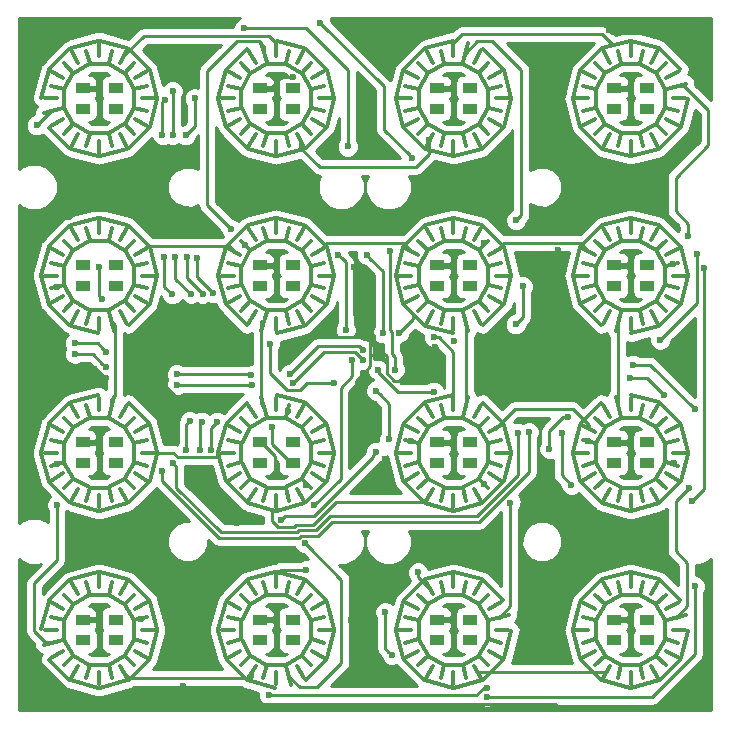
<source format=gbr>
G04 #@! TF.FileFunction,Copper,L1,Top,Signal*
%FSLAX46Y46*%
G04 Gerber Fmt 4.6, Leading zero omitted, Abs format (unit mm)*
G04 Created by KiCad (PCBNEW 4.0.6) date Saturday 24 June 2017 19:05:41*
%MOMM*%
%LPD*%
G01*
G04 APERTURE LIST*
%ADD10C,0.100000*%
%ADD11O,0.300000X1.800000*%
%ADD12C,0.300000*%
%ADD13O,1.800000X0.300000*%
%ADD14O,1.500000X0.300000*%
%ADD15O,0.300000X1.500000*%
%ADD16R,1.250000X0.950000*%
%ADD17C,0.600000*%
%ADD18C,0.250000*%
%ADD19C,0.254000*%
G04 APERTURE END LIST*
D10*
D11*
X55450000Y7500000D03*
D12*
X54679775Y9624519D02*
X55429775Y8325481D01*
X53325481Y10429775D02*
X54624519Y9679775D01*
D13*
X52500000Y10450000D03*
D12*
X50375481Y9679775D02*
X51674519Y10429775D01*
X49570225Y8325481D02*
X50320225Y9624519D01*
D11*
X49550000Y7500000D03*
D12*
X50320225Y5375481D02*
X49570225Y6674519D01*
X51674519Y4570225D02*
X50375481Y5320225D01*
D13*
X52500000Y4550000D03*
D12*
X54624519Y5320225D02*
X53325481Y4570225D01*
X55429775Y6674519D02*
X54679775Y5375481D01*
D14*
X56600000Y7500000D03*
D12*
X55010230Y11707285D02*
X56707286Y10010229D01*
X52570280Y12398731D02*
X54888502Y11777565D01*
X50111499Y11777565D02*
X52429721Y12398731D01*
X48292715Y10010230D02*
X49989771Y11707286D01*
X47601269Y7570280D02*
X48222435Y9888502D01*
X48222435Y5111499D02*
X47601269Y7429721D01*
X49989770Y3292715D02*
X48292714Y4989771D01*
X52429720Y2601269D02*
X50111498Y3222435D01*
X54888501Y3222435D02*
X52570279Y2601269D01*
X56707285Y4989770D02*
X55010229Y3292714D01*
X57398731Y7429720D02*
X56777565Y5111498D01*
X55542667Y8315279D02*
X57184741Y8755271D01*
X55531089Y9250000D02*
X56570319Y9850000D01*
X54250000Y10531089D02*
X54850000Y11570319D01*
D15*
X52500000Y11600000D03*
D12*
X50750000Y10531089D02*
X50150000Y11570319D01*
X49468911Y9250000D02*
X48429681Y9850000D01*
D14*
X48400000Y7500000D03*
D12*
X49468911Y5750000D02*
X48429681Y5150000D01*
X50750000Y4468911D02*
X50150000Y3429681D01*
D15*
X52500000Y3400000D03*
D12*
X54250000Y4468911D02*
X54850000Y3429681D01*
X55531089Y5750000D02*
X56570319Y5150000D01*
X55494370Y6697660D02*
X56556888Y6412960D01*
X54692030Y5307969D02*
X55469848Y4530151D01*
X53302339Y4505630D02*
X53587039Y3443112D01*
X51697660Y4505630D02*
X51412960Y3443112D01*
X50307969Y5307970D02*
X49530151Y4530152D01*
X49505630Y6697661D02*
X48443112Y6412961D01*
X49505630Y8302340D02*
X48443112Y8587040D01*
X50307970Y9692031D02*
X49530152Y10469849D01*
X51697661Y10494370D02*
X51412961Y11556888D01*
X53302340Y10494370D02*
X53587040Y11556888D01*
X54692031Y9692030D02*
X55469849Y10469848D01*
D11*
X4550000Y52500000D03*
D12*
X5320225Y50375481D02*
X4570225Y51674519D01*
X6674519Y49570225D02*
X5375481Y50320225D01*
D13*
X7500000Y49550000D03*
D12*
X9624519Y50320225D02*
X8325481Y49570225D01*
X10429775Y51674519D02*
X9679775Y50375481D01*
D11*
X10450000Y52500000D03*
D12*
X9679775Y54624519D02*
X10429775Y53325481D01*
X8325481Y55429775D02*
X9624519Y54679775D01*
D13*
X7500000Y55450000D03*
D12*
X5375481Y54679775D02*
X6674519Y55429775D01*
X4570225Y53325481D02*
X5320225Y54624519D01*
D14*
X3400000Y52500000D03*
D12*
X4989770Y48292715D02*
X3292714Y49989771D01*
X7429720Y47601269D02*
X5111498Y48222435D01*
X9888501Y48222435D02*
X7570279Y47601269D01*
X11707285Y49989770D02*
X10010229Y48292714D01*
X12398731Y52429720D02*
X11777565Y50111498D01*
X11777565Y54888501D02*
X12398731Y52570279D01*
X10010230Y56707285D02*
X11707286Y55010229D01*
X7570280Y57398731D02*
X9888502Y56777565D01*
X5111499Y56777565D02*
X7429721Y57398731D01*
X3292715Y55010230D02*
X4989771Y56707286D01*
X2601269Y52570280D02*
X3222435Y54888502D01*
X4457333Y51684721D02*
X2815259Y51244729D01*
X4468911Y50750000D02*
X3429681Y50150000D01*
X5750000Y49468911D02*
X5150000Y48429681D01*
D15*
X7500000Y48400000D03*
D12*
X9250000Y49468911D02*
X9850000Y48429681D01*
X10531089Y50750000D02*
X11570319Y50150000D01*
D14*
X11600000Y52500000D03*
D12*
X10531089Y54250000D02*
X11570319Y54850000D01*
X9250000Y55531089D02*
X9850000Y56570319D01*
D15*
X7500000Y56600000D03*
D12*
X5750000Y55531089D02*
X5150000Y56570319D01*
X4468911Y54250000D02*
X3429681Y54850000D01*
X4505630Y53302340D02*
X3443112Y53587040D01*
X5307970Y54692031D02*
X4530152Y55469849D01*
X6697661Y55494370D02*
X6412961Y56556888D01*
X8302340Y55494370D02*
X8587040Y56556888D01*
X9692031Y54692030D02*
X10469849Y55469848D01*
X10494370Y53302339D02*
X11556888Y53587039D01*
X10494370Y51697660D02*
X11556888Y51412960D01*
X9692030Y50307969D02*
X10469848Y49530151D01*
X8302339Y49505630D02*
X8587039Y48443112D01*
X6697660Y49505630D02*
X6412960Y48443112D01*
X5307969Y50307970D02*
X4530151Y49530152D01*
D13*
X22500000Y55450000D03*
D12*
X20375481Y54679775D02*
X21674519Y55429775D01*
X19570225Y53325481D02*
X20320225Y54624519D01*
D11*
X19550000Y52500000D03*
D12*
X20320225Y50375481D02*
X19570225Y51674519D01*
X21674519Y49570225D02*
X20375481Y50320225D01*
D13*
X22500000Y49550000D03*
D12*
X24624519Y50320225D02*
X23325481Y49570225D01*
X25429775Y51674519D02*
X24679775Y50375481D01*
D11*
X25450000Y52500000D03*
D12*
X24679775Y54624519D02*
X25429775Y53325481D01*
X23325481Y55429775D02*
X24624519Y54679775D01*
D15*
X22500000Y56600000D03*
D12*
X18292715Y55010230D02*
X19989771Y56707286D01*
X17601269Y52570280D02*
X18222435Y54888502D01*
X18222435Y50111499D02*
X17601269Y52429721D01*
X19989770Y48292715D02*
X18292714Y49989771D01*
X22429720Y47601269D02*
X20111498Y48222435D01*
X24888501Y48222435D02*
X22570279Y47601269D01*
X26707285Y49989770D02*
X25010229Y48292714D01*
X27398731Y52429720D02*
X26777565Y50111498D01*
X26777565Y54888501D02*
X27398731Y52570279D01*
X25010230Y56707285D02*
X26707286Y55010229D01*
X22570280Y57398731D02*
X24888502Y56777565D01*
X21684721Y55542667D02*
X21244729Y57184741D01*
X20750000Y55531089D02*
X20150000Y56570319D01*
X19468911Y54250000D02*
X18429681Y54850000D01*
D14*
X18400000Y52500000D03*
D12*
X19468911Y50750000D02*
X18429681Y50150000D01*
X20750000Y49468911D02*
X20150000Y48429681D01*
D15*
X22500000Y48400000D03*
D12*
X24250000Y49468911D02*
X24850000Y48429681D01*
X25531089Y50750000D02*
X26570319Y50150000D01*
D14*
X26600000Y52500000D03*
D12*
X25531089Y54250000D02*
X26570319Y54850000D01*
X24250000Y55531089D02*
X24850000Y56570319D01*
X23302340Y55494370D02*
X23587040Y56556888D01*
X24692031Y54692030D02*
X25469849Y55469848D01*
X25494370Y53302339D02*
X26556888Y53587039D01*
X25494370Y51697660D02*
X26556888Y51412960D01*
X24692030Y50307969D02*
X25469848Y49530151D01*
X23302339Y49505630D02*
X23587039Y48443112D01*
X21697660Y49505630D02*
X21412960Y48443112D01*
X20307969Y50307970D02*
X19530151Y49530152D01*
X19505630Y51697661D02*
X18443112Y51412961D01*
X19505630Y53302340D02*
X18443112Y53587040D01*
X20307970Y54692031D02*
X19530152Y55469849D01*
X38325481Y55429775D02*
X39624519Y54679775D01*
D13*
X37500000Y55450000D03*
D12*
X35375481Y54679775D02*
X36674519Y55429775D01*
X34570225Y53325481D02*
X35320225Y54624519D01*
D11*
X34550000Y52500000D03*
D12*
X35320225Y50375481D02*
X34570225Y51674519D01*
X36674519Y49570225D02*
X35375481Y50320225D01*
D13*
X37500000Y49550000D03*
D12*
X39624519Y50320225D02*
X38325481Y49570225D01*
X40429775Y51674519D02*
X39679775Y50375481D01*
D11*
X40450000Y52500000D03*
D12*
X39679775Y54624519D02*
X40429775Y53325481D01*
X39250000Y55531089D02*
X39850000Y56570319D01*
X35111499Y56777565D02*
X37429721Y57398731D01*
X33292715Y55010230D02*
X34989771Y56707286D01*
X32601269Y52570280D02*
X33222435Y54888502D01*
X33222435Y50111499D02*
X32601269Y52429721D01*
X34989770Y48292715D02*
X33292714Y49989771D01*
X37429720Y47601269D02*
X35111498Y48222435D01*
X39888501Y48222435D02*
X37570279Y47601269D01*
X41707285Y49989770D02*
X40010229Y48292714D01*
X42398731Y52429720D02*
X41777565Y50111498D01*
X41777565Y54888501D02*
X42398731Y52570279D01*
X40010230Y56707285D02*
X41707286Y55010229D01*
X38315282Y55542666D02*
X38755274Y57184740D01*
D15*
X37500000Y56600000D03*
D12*
X35750000Y55531089D02*
X35150000Y56570319D01*
X34468911Y54250000D02*
X33429681Y54850000D01*
D14*
X33400000Y52500000D03*
D12*
X34468911Y50750000D02*
X33429681Y50150000D01*
X35750000Y49468911D02*
X35150000Y48429681D01*
D15*
X37500000Y48400000D03*
D12*
X39250000Y49468911D02*
X39850000Y48429681D01*
X40531089Y50750000D02*
X41570319Y50150000D01*
D14*
X41600000Y52500000D03*
D12*
X40531089Y54250000D02*
X41570319Y54850000D01*
X39692031Y54692030D02*
X40469849Y55469848D01*
X40494370Y53302339D02*
X41556888Y53587039D01*
X40494370Y51697660D02*
X41556888Y51412960D01*
X39692030Y50307969D02*
X40469848Y49530151D01*
X38302339Y49505630D02*
X38587039Y48443112D01*
X36697660Y49505630D02*
X36412960Y48443112D01*
X35307969Y50307970D02*
X34530151Y49530152D01*
X34505630Y51697661D02*
X33443112Y51412961D01*
X34505630Y53302340D02*
X33443112Y53587040D01*
X35307970Y54692031D02*
X34530152Y55469849D01*
X36697661Y55494370D02*
X36412961Y56556888D01*
D11*
X55450000Y52500000D03*
D12*
X54679775Y54624519D02*
X55429775Y53325481D01*
X53325481Y55429775D02*
X54624519Y54679775D01*
D13*
X52500000Y55450000D03*
D12*
X50375481Y54679775D02*
X51674519Y55429775D01*
X49570225Y53325481D02*
X50320225Y54624519D01*
D11*
X49550000Y52500000D03*
D12*
X50320225Y50375481D02*
X49570225Y51674519D01*
X51674519Y49570225D02*
X50375481Y50320225D01*
D13*
X52500000Y49550000D03*
D12*
X54624519Y50320225D02*
X53325481Y49570225D01*
X55429775Y51674519D02*
X54679775Y50375481D01*
D14*
X56600000Y52500000D03*
D12*
X55010230Y56707285D02*
X56707286Y55010229D01*
X52570280Y57398731D02*
X54888502Y56777565D01*
X50111499Y56777565D02*
X52429721Y57398731D01*
X48292715Y55010230D02*
X49989771Y56707286D01*
X47601269Y52570280D02*
X48222435Y54888502D01*
X48222435Y50111499D02*
X47601269Y52429721D01*
X49989770Y48292715D02*
X48292714Y49989771D01*
X52429720Y47601269D02*
X50111498Y48222435D01*
X54888501Y48222435D02*
X52570279Y47601269D01*
X56707285Y49989770D02*
X55010229Y48292714D01*
X57398731Y52429720D02*
X56777565Y50111498D01*
X55542667Y53315279D02*
X57184741Y53755271D01*
X55531089Y54250000D02*
X56570319Y54850000D01*
X54250000Y55531089D02*
X54850000Y56570319D01*
D15*
X52500000Y56600000D03*
D12*
X50750000Y55531089D02*
X50150000Y56570319D01*
X49468911Y54250000D02*
X48429681Y54850000D01*
D14*
X48400000Y52500000D03*
D12*
X49468911Y50750000D02*
X48429681Y50150000D01*
X50750000Y49468911D02*
X50150000Y48429681D01*
D15*
X52500000Y48400000D03*
D12*
X54250000Y49468911D02*
X54850000Y48429681D01*
X55531089Y50750000D02*
X56570319Y50150000D01*
X55494370Y51697660D02*
X56556888Y51412960D01*
X54692030Y50307969D02*
X55469848Y49530151D01*
X53302339Y49505630D02*
X53587039Y48443112D01*
X51697660Y49505630D02*
X51412960Y48443112D01*
X50307969Y50307970D02*
X49530151Y49530152D01*
X49505630Y51697661D02*
X48443112Y51412961D01*
X49505630Y53302340D02*
X48443112Y53587040D01*
X50307970Y54692031D02*
X49530152Y55469849D01*
X51697661Y55494370D02*
X51412961Y56556888D01*
X53302340Y55494370D02*
X53587040Y56556888D01*
X54692031Y54692030D02*
X55469849Y55469848D01*
D13*
X7500000Y34550000D03*
D12*
X9624519Y35320225D02*
X8325481Y34570225D01*
X10429775Y36674519D02*
X9679775Y35375481D01*
D11*
X10450000Y37500000D03*
D12*
X9679775Y39624519D02*
X10429775Y38325481D01*
X8325481Y40429775D02*
X9624519Y39679775D01*
D13*
X7500000Y40450000D03*
D12*
X5375481Y39679775D02*
X6674519Y40429775D01*
X4570225Y38325481D02*
X5320225Y39624519D01*
D11*
X4550000Y37500000D03*
D12*
X5320225Y35375481D02*
X4570225Y36674519D01*
X6674519Y34570225D02*
X5375481Y35320225D01*
D15*
X7500000Y33400000D03*
D12*
X11707285Y34989770D02*
X10010229Y33292714D01*
X12398731Y37429720D02*
X11777565Y35111498D01*
X11777565Y39888501D02*
X12398731Y37570279D01*
X10010230Y41707285D02*
X11707286Y40010229D01*
X7570280Y42398731D02*
X9888502Y41777565D01*
X5111499Y41777565D02*
X7429721Y42398731D01*
X3292715Y40010230D02*
X4989771Y41707286D01*
X2601269Y37570280D02*
X3222435Y39888502D01*
X3222435Y35111499D02*
X2601269Y37429721D01*
X4989770Y33292715D02*
X3292714Y34989771D01*
X7429720Y32601269D02*
X5111498Y33222435D01*
X8315279Y34457333D02*
X8755271Y32815259D01*
X9250000Y34468911D02*
X9850000Y33429681D01*
X10531089Y35750000D02*
X11570319Y35150000D01*
D14*
X11600000Y37500000D03*
D12*
X10531089Y39250000D02*
X11570319Y39850000D01*
X9250000Y40531089D02*
X9850000Y41570319D01*
D15*
X7500000Y41600000D03*
D12*
X5750000Y40531089D02*
X5150000Y41570319D01*
X4468911Y39250000D02*
X3429681Y39850000D01*
D14*
X3400000Y37500000D03*
D12*
X4468911Y35750000D02*
X3429681Y35150000D01*
X5750000Y34468911D02*
X5150000Y33429681D01*
X6697660Y34505630D02*
X6412960Y33443112D01*
X5307969Y35307970D02*
X4530151Y34530152D01*
X4505630Y36697661D02*
X3443112Y36412961D01*
X4505630Y38302340D02*
X3443112Y38587040D01*
X5307970Y39692031D02*
X4530152Y40469849D01*
X6697661Y40494370D02*
X6412961Y41556888D01*
X8302340Y40494370D02*
X8587040Y41556888D01*
X9692031Y39692030D02*
X10469849Y40469848D01*
X10494370Y38302339D02*
X11556888Y38587039D01*
X10494370Y36697660D02*
X11556888Y36412960D01*
X9692030Y35307969D02*
X10469848Y34530151D01*
X21674519Y34570225D02*
X20375481Y35320225D01*
D13*
X22500000Y34550000D03*
D12*
X24624519Y35320225D02*
X23325481Y34570225D01*
X25429775Y36674519D02*
X24679775Y35375481D01*
D11*
X25450000Y37500000D03*
D12*
X24679775Y39624519D02*
X25429775Y38325481D01*
X23325481Y40429775D02*
X24624519Y39679775D01*
D13*
X22500000Y40450000D03*
D12*
X20375481Y39679775D02*
X21674519Y40429775D01*
X19570225Y38325481D02*
X20320225Y39624519D01*
D11*
X19550000Y37500000D03*
D12*
X20320225Y35375481D02*
X19570225Y36674519D01*
X20750000Y34468911D02*
X20150000Y33429681D01*
X24888501Y33222435D02*
X22570279Y32601269D01*
X26707285Y34989770D02*
X25010229Y33292714D01*
X27398731Y37429720D02*
X26777565Y35111498D01*
X26777565Y39888501D02*
X27398731Y37570279D01*
X25010230Y41707285D02*
X26707286Y40010229D01*
X22570280Y42398731D02*
X24888502Y41777565D01*
X20111499Y41777565D02*
X22429721Y42398731D01*
X18292715Y40010230D02*
X19989771Y41707286D01*
X17601269Y37570280D02*
X18222435Y39888502D01*
X18222435Y35111499D02*
X17601269Y37429721D01*
X19989770Y33292715D02*
X18292714Y34989771D01*
X21684718Y34457334D02*
X21244726Y32815260D01*
D15*
X22500000Y33400000D03*
D12*
X24250000Y34468911D02*
X24850000Y33429681D01*
X25531089Y35750000D02*
X26570319Y35150000D01*
D14*
X26600000Y37500000D03*
D12*
X25531089Y39250000D02*
X26570319Y39850000D01*
X24250000Y40531089D02*
X24850000Y41570319D01*
D15*
X22500000Y41600000D03*
D12*
X20750000Y40531089D02*
X20150000Y41570319D01*
X19468911Y39250000D02*
X18429681Y39850000D01*
D14*
X18400000Y37500000D03*
D12*
X19468911Y35750000D02*
X18429681Y35150000D01*
X20307969Y35307970D02*
X19530151Y34530152D01*
X19505630Y36697661D02*
X18443112Y36412961D01*
X19505630Y38302340D02*
X18443112Y38587040D01*
X20307970Y39692031D02*
X19530152Y40469849D01*
X21697661Y40494370D02*
X21412961Y41556888D01*
X23302340Y40494370D02*
X23587040Y41556888D01*
X24692031Y39692030D02*
X25469849Y40469848D01*
X25494370Y38302339D02*
X26556888Y38587039D01*
X25494370Y36697660D02*
X26556888Y36412960D01*
X24692030Y35307969D02*
X25469848Y34530151D01*
X23302339Y34505630D02*
X23587039Y33443112D01*
D13*
X37500000Y34550000D03*
D12*
X39624519Y35320225D02*
X38325481Y34570225D01*
X40429775Y36674519D02*
X39679775Y35375481D01*
D11*
X40450000Y37500000D03*
D12*
X39679775Y39624519D02*
X40429775Y38325481D01*
X38325481Y40429775D02*
X39624519Y39679775D01*
D13*
X37500000Y40450000D03*
D12*
X35375481Y39679775D02*
X36674519Y40429775D01*
X34570225Y38325481D02*
X35320225Y39624519D01*
D11*
X34550000Y37500000D03*
D12*
X35320225Y35375481D02*
X34570225Y36674519D01*
X36674519Y34570225D02*
X35375481Y35320225D01*
D15*
X37500000Y33400000D03*
D12*
X41707285Y34989770D02*
X40010229Y33292714D01*
X42398731Y37429720D02*
X41777565Y35111498D01*
X41777565Y39888501D02*
X42398731Y37570279D01*
X40010230Y41707285D02*
X41707286Y40010229D01*
X37570280Y42398731D02*
X39888502Y41777565D01*
X35111499Y41777565D02*
X37429721Y42398731D01*
X33292715Y40010230D02*
X34989771Y41707286D01*
X32601269Y37570280D02*
X33222435Y39888502D01*
X33222435Y35111499D02*
X32601269Y37429721D01*
X34989770Y33292715D02*
X33292714Y34989771D01*
X37429720Y32601269D02*
X35111498Y33222435D01*
X38315279Y34457333D02*
X38755271Y32815259D01*
X39250000Y34468911D02*
X39850000Y33429681D01*
X40531089Y35750000D02*
X41570319Y35150000D01*
D14*
X41600000Y37500000D03*
D12*
X40531089Y39250000D02*
X41570319Y39850000D01*
X39250000Y40531089D02*
X39850000Y41570319D01*
D15*
X37500000Y41600000D03*
D12*
X35750000Y40531089D02*
X35150000Y41570319D01*
X34468911Y39250000D02*
X33429681Y39850000D01*
D14*
X33400000Y37500000D03*
D12*
X34468911Y35750000D02*
X33429681Y35150000D01*
X35750000Y34468911D02*
X35150000Y33429681D01*
X36697660Y34505630D02*
X36412960Y33443112D01*
X35307969Y35307970D02*
X34530151Y34530152D01*
X34505630Y36697661D02*
X33443112Y36412961D01*
X34505630Y38302340D02*
X33443112Y38587040D01*
X35307970Y39692031D02*
X34530152Y40469849D01*
X36697661Y40494370D02*
X36412961Y41556888D01*
X38302340Y40494370D02*
X38587040Y41556888D01*
X39692031Y39692030D02*
X40469849Y40469848D01*
X40494370Y38302339D02*
X41556888Y38587039D01*
X40494370Y36697660D02*
X41556888Y36412960D01*
X39692030Y35307969D02*
X40469848Y34530151D01*
X51674519Y34570225D02*
X50375481Y35320225D01*
D13*
X52500000Y34550000D03*
D12*
X54624519Y35320225D02*
X53325481Y34570225D01*
X55429775Y36674519D02*
X54679775Y35375481D01*
D11*
X55450000Y37500000D03*
D12*
X54679775Y39624519D02*
X55429775Y38325481D01*
X53325481Y40429775D02*
X54624519Y39679775D01*
D13*
X52500000Y40450000D03*
D12*
X50375481Y39679775D02*
X51674519Y40429775D01*
X49570225Y38325481D02*
X50320225Y39624519D01*
D11*
X49550000Y37500000D03*
D12*
X50320225Y35375481D02*
X49570225Y36674519D01*
X50750000Y34468911D02*
X50150000Y33429681D01*
X54888501Y33222435D02*
X52570279Y32601269D01*
X56707285Y34989770D02*
X55010229Y33292714D01*
X57398731Y37429720D02*
X56777565Y35111498D01*
X56777565Y39888501D02*
X57398731Y37570279D01*
X55010230Y41707285D02*
X56707286Y40010229D01*
X52570280Y42398731D02*
X54888502Y41777565D01*
X50111499Y41777565D02*
X52429721Y42398731D01*
X48292715Y40010230D02*
X49989771Y41707286D01*
X47601269Y37570280D02*
X48222435Y39888502D01*
X48222435Y35111499D02*
X47601269Y37429721D01*
X49989770Y33292715D02*
X48292714Y34989771D01*
X51684718Y34457334D02*
X51244726Y32815260D01*
D15*
X52500000Y33400000D03*
D12*
X54250000Y34468911D02*
X54850000Y33429681D01*
X55531089Y35750000D02*
X56570319Y35150000D01*
D14*
X56600000Y37500000D03*
D12*
X55531089Y39250000D02*
X56570319Y39850000D01*
X54250000Y40531089D02*
X54850000Y41570319D01*
D15*
X52500000Y41600000D03*
D12*
X50750000Y40531089D02*
X50150000Y41570319D01*
X49468911Y39250000D02*
X48429681Y39850000D01*
D14*
X48400000Y37500000D03*
D12*
X49468911Y35750000D02*
X48429681Y35150000D01*
X50307969Y35307970D02*
X49530151Y34530152D01*
X49505630Y36697661D02*
X48443112Y36412961D01*
X49505630Y38302340D02*
X48443112Y38587040D01*
X50307970Y39692031D02*
X49530152Y40469849D01*
X51697661Y40494370D02*
X51412961Y41556888D01*
X53302340Y40494370D02*
X53587040Y41556888D01*
X54692031Y39692030D02*
X55469849Y40469848D01*
X55494370Y38302339D02*
X56556888Y38587039D01*
X55494370Y36697660D02*
X56556888Y36412960D01*
X54692030Y35307969D02*
X55469848Y34530151D01*
X53302339Y34505630D02*
X53587039Y33443112D01*
X8325481Y25429775D02*
X9624519Y24679775D01*
D13*
X7500000Y25450000D03*
D12*
X5375481Y24679775D02*
X6674519Y25429775D01*
X4570225Y23325481D02*
X5320225Y24624519D01*
D11*
X4550000Y22500000D03*
D12*
X5320225Y20375481D02*
X4570225Y21674519D01*
X6674519Y19570225D02*
X5375481Y20320225D01*
D13*
X7500000Y19550000D03*
D12*
X9624519Y20320225D02*
X8325481Y19570225D01*
X10429775Y21674519D02*
X9679775Y20375481D01*
D11*
X10450000Y22500000D03*
D12*
X9679775Y24624519D02*
X10429775Y23325481D01*
X9250000Y25531089D02*
X9850000Y26570319D01*
X5111499Y26777565D02*
X7429721Y27398731D01*
X3292715Y25010230D02*
X4989771Y26707286D01*
X2601269Y22570280D02*
X3222435Y24888502D01*
X3222435Y20111499D02*
X2601269Y22429721D01*
X4989770Y18292715D02*
X3292714Y19989771D01*
X7429720Y17601269D02*
X5111498Y18222435D01*
X9888501Y18222435D02*
X7570279Y17601269D01*
X11707285Y19989770D02*
X10010229Y18292714D01*
X12398731Y22429720D02*
X11777565Y20111498D01*
X11777565Y24888501D02*
X12398731Y22570279D01*
X10010230Y26707285D02*
X11707286Y25010229D01*
X8315282Y25542666D02*
X8755274Y27184740D01*
D15*
X7500000Y26600000D03*
D12*
X5750000Y25531089D02*
X5150000Y26570319D01*
X4468911Y24250000D02*
X3429681Y24850000D01*
D14*
X3400000Y22500000D03*
D12*
X4468911Y20750000D02*
X3429681Y20150000D01*
X5750000Y19468911D02*
X5150000Y18429681D01*
D15*
X7500000Y18400000D03*
D12*
X9250000Y19468911D02*
X9850000Y18429681D01*
X10531089Y20750000D02*
X11570319Y20150000D01*
D14*
X11600000Y22500000D03*
D12*
X10531089Y24250000D02*
X11570319Y24850000D01*
X9692031Y24692030D02*
X10469849Y25469848D01*
X10494370Y23302339D02*
X11556888Y23587039D01*
X10494370Y21697660D02*
X11556888Y21412960D01*
X9692030Y20307969D02*
X10469848Y19530151D01*
X8302339Y19505630D02*
X8587039Y18443112D01*
X6697660Y19505630D02*
X6412960Y18443112D01*
X5307969Y20307970D02*
X4530151Y19530152D01*
X4505630Y21697661D02*
X3443112Y21412961D01*
X4505630Y23302340D02*
X3443112Y23587040D01*
X5307970Y24692031D02*
X4530152Y25469849D01*
X6697661Y25494370D02*
X6412961Y26556888D01*
D13*
X22500000Y25450000D03*
D12*
X20375481Y24679775D02*
X21674519Y25429775D01*
X19570225Y23325481D02*
X20320225Y24624519D01*
D11*
X19550000Y22500000D03*
D12*
X20320225Y20375481D02*
X19570225Y21674519D01*
X21674519Y19570225D02*
X20375481Y20320225D01*
D13*
X22500000Y19550000D03*
D12*
X24624519Y20320225D02*
X23325481Y19570225D01*
X25429775Y21674519D02*
X24679775Y20375481D01*
D11*
X25450000Y22500000D03*
D12*
X24679775Y24624519D02*
X25429775Y23325481D01*
X23325481Y25429775D02*
X24624519Y24679775D01*
D15*
X22500000Y26600000D03*
D12*
X18292715Y25010230D02*
X19989771Y26707286D01*
X17601269Y22570280D02*
X18222435Y24888502D01*
X18222435Y20111499D02*
X17601269Y22429721D01*
X19989770Y18292715D02*
X18292714Y19989771D01*
X22429720Y17601269D02*
X20111498Y18222435D01*
X24888501Y18222435D02*
X22570279Y17601269D01*
X26707285Y19989770D02*
X25010229Y18292714D01*
X27398731Y22429720D02*
X26777565Y20111498D01*
X26777565Y24888501D02*
X27398731Y22570279D01*
X25010230Y26707285D02*
X26707286Y25010229D01*
X22570280Y27398731D02*
X24888502Y26777565D01*
X21684721Y25542667D02*
X21244729Y27184741D01*
X20750000Y25531089D02*
X20150000Y26570319D01*
X19468911Y24250000D02*
X18429681Y24850000D01*
D14*
X18400000Y22500000D03*
D12*
X19468911Y20750000D02*
X18429681Y20150000D01*
X20750000Y19468911D02*
X20150000Y18429681D01*
D15*
X22500000Y18400000D03*
D12*
X24250000Y19468911D02*
X24850000Y18429681D01*
X25531089Y20750000D02*
X26570319Y20150000D01*
D14*
X26600000Y22500000D03*
D12*
X25531089Y24250000D02*
X26570319Y24850000D01*
X24250000Y25531089D02*
X24850000Y26570319D01*
X23302340Y25494370D02*
X23587040Y26556888D01*
X24692031Y24692030D02*
X25469849Y25469848D01*
X25494370Y23302339D02*
X26556888Y23587039D01*
X25494370Y21697660D02*
X26556888Y21412960D01*
X24692030Y20307969D02*
X25469848Y19530151D01*
X23302339Y19505630D02*
X23587039Y18443112D01*
X21697660Y19505630D02*
X21412960Y18443112D01*
X20307969Y20307970D02*
X19530151Y19530152D01*
X19505630Y21697661D02*
X18443112Y21412961D01*
X19505630Y23302340D02*
X18443112Y23587040D01*
X20307970Y24692031D02*
X19530152Y25469849D01*
X38325481Y25429775D02*
X39624519Y24679775D01*
D13*
X37500000Y25450000D03*
D12*
X35375481Y24679775D02*
X36674519Y25429775D01*
X34570225Y23325481D02*
X35320225Y24624519D01*
D11*
X34550000Y22500000D03*
D12*
X35320225Y20375481D02*
X34570225Y21674519D01*
X36674519Y19570225D02*
X35375481Y20320225D01*
D13*
X37500000Y19550000D03*
D12*
X39624519Y20320225D02*
X38325481Y19570225D01*
X40429775Y21674519D02*
X39679775Y20375481D01*
D11*
X40450000Y22500000D03*
D12*
X39679775Y24624519D02*
X40429775Y23325481D01*
X39250000Y25531089D02*
X39850000Y26570319D01*
X35111499Y26777565D02*
X37429721Y27398731D01*
X33292715Y25010230D02*
X34989771Y26707286D01*
X32601269Y22570280D02*
X33222435Y24888502D01*
X33222435Y20111499D02*
X32601269Y22429721D01*
X34989770Y18292715D02*
X33292714Y19989771D01*
X37429720Y17601269D02*
X35111498Y18222435D01*
X39888501Y18222435D02*
X37570279Y17601269D01*
X41707285Y19989770D02*
X40010229Y18292714D01*
X42398731Y22429720D02*
X41777565Y20111498D01*
X41777565Y24888501D02*
X42398731Y22570279D01*
X40010230Y26707285D02*
X41707286Y25010229D01*
X38315282Y25542666D02*
X38755274Y27184740D01*
D15*
X37500000Y26600000D03*
D12*
X35750000Y25531089D02*
X35150000Y26570319D01*
X34468911Y24250000D02*
X33429681Y24850000D01*
D14*
X33400000Y22500000D03*
D12*
X34468911Y20750000D02*
X33429681Y20150000D01*
X35750000Y19468911D02*
X35150000Y18429681D01*
D15*
X37500000Y18400000D03*
D12*
X39250000Y19468911D02*
X39850000Y18429681D01*
X40531089Y20750000D02*
X41570319Y20150000D01*
D14*
X41600000Y22500000D03*
D12*
X40531089Y24250000D02*
X41570319Y24850000D01*
X39692031Y24692030D02*
X40469849Y25469848D01*
X40494370Y23302339D02*
X41556888Y23587039D01*
X40494370Y21697660D02*
X41556888Y21412960D01*
X39692030Y20307969D02*
X40469848Y19530151D01*
X38302339Y19505630D02*
X38587039Y18443112D01*
X36697660Y19505630D02*
X36412960Y18443112D01*
X35307969Y20307970D02*
X34530151Y19530152D01*
X34505630Y21697661D02*
X33443112Y21412961D01*
X34505630Y23302340D02*
X33443112Y23587040D01*
X35307970Y24692031D02*
X34530152Y25469849D01*
X36697661Y25494370D02*
X36412961Y26556888D01*
D13*
X52500000Y25450000D03*
D12*
X50375481Y24679775D02*
X51674519Y25429775D01*
X49570225Y23325481D02*
X50320225Y24624519D01*
D11*
X49550000Y22500000D03*
D12*
X50320225Y20375481D02*
X49570225Y21674519D01*
X51674519Y19570225D02*
X50375481Y20320225D01*
D13*
X52500000Y19550000D03*
D12*
X54624519Y20320225D02*
X53325481Y19570225D01*
X55429775Y21674519D02*
X54679775Y20375481D01*
D11*
X55450000Y22500000D03*
D12*
X54679775Y24624519D02*
X55429775Y23325481D01*
X53325481Y25429775D02*
X54624519Y24679775D01*
D15*
X52500000Y26600000D03*
D12*
X48292715Y25010230D02*
X49989771Y26707286D01*
X47601269Y22570280D02*
X48222435Y24888502D01*
X48222435Y20111499D02*
X47601269Y22429721D01*
X49989770Y18292715D02*
X48292714Y19989771D01*
X52429720Y17601269D02*
X50111498Y18222435D01*
X54888501Y18222435D02*
X52570279Y17601269D01*
X56707285Y19989770D02*
X55010229Y18292714D01*
X57398731Y22429720D02*
X56777565Y20111498D01*
X56777565Y24888501D02*
X57398731Y22570279D01*
X55010230Y26707285D02*
X56707286Y25010229D01*
X52570280Y27398731D02*
X54888502Y26777565D01*
X51684721Y25542667D02*
X51244729Y27184741D01*
X50750000Y25531089D02*
X50150000Y26570319D01*
X49468911Y24250000D02*
X48429681Y24850000D01*
D14*
X48400000Y22500000D03*
D12*
X49468911Y20750000D02*
X48429681Y20150000D01*
X50750000Y19468911D02*
X50150000Y18429681D01*
D15*
X52500000Y18400000D03*
D12*
X54250000Y19468911D02*
X54850000Y18429681D01*
X55531089Y20750000D02*
X56570319Y20150000D01*
D14*
X56600000Y22500000D03*
D12*
X55531089Y24250000D02*
X56570319Y24850000D01*
X54250000Y25531089D02*
X54850000Y26570319D01*
X53302340Y25494370D02*
X53587040Y26556888D01*
X54692031Y24692030D02*
X55469849Y25469848D01*
X55494370Y23302339D02*
X56556888Y23587039D01*
X55494370Y21697660D02*
X56556888Y21412960D01*
X54692030Y20307969D02*
X55469848Y19530151D01*
X53302339Y19505630D02*
X53587039Y18443112D01*
X51697660Y19505630D02*
X51412960Y18443112D01*
X50307969Y20307970D02*
X49530151Y19530152D01*
X49505630Y21697661D02*
X48443112Y21412961D01*
X49505630Y23302340D02*
X48443112Y23587040D01*
X50307970Y24692031D02*
X49530152Y25469849D01*
D11*
X4550000Y7500000D03*
D12*
X5320225Y5375481D02*
X4570225Y6674519D01*
X6674519Y4570225D02*
X5375481Y5320225D01*
D13*
X7500000Y4550000D03*
D12*
X9624519Y5320225D02*
X8325481Y4570225D01*
X10429775Y6674519D02*
X9679775Y5375481D01*
D11*
X10450000Y7500000D03*
D12*
X9679775Y9624519D02*
X10429775Y8325481D01*
X8325481Y10429775D02*
X9624519Y9679775D01*
D13*
X7500000Y10450000D03*
D12*
X5375481Y9679775D02*
X6674519Y10429775D01*
X4570225Y8325481D02*
X5320225Y9624519D01*
D14*
X3400000Y7500000D03*
D12*
X4989770Y3292715D02*
X3292714Y4989771D01*
X7429720Y2601269D02*
X5111498Y3222435D01*
X9888501Y3222435D02*
X7570279Y2601269D01*
X11707285Y4989770D02*
X10010229Y3292714D01*
X12398731Y7429720D02*
X11777565Y5111498D01*
X11777565Y9888501D02*
X12398731Y7570279D01*
X10010230Y11707285D02*
X11707286Y10010229D01*
X7570280Y12398731D02*
X9888502Y11777565D01*
X5111499Y11777565D02*
X7429721Y12398731D01*
X3292715Y10010230D02*
X4989771Y11707286D01*
X2601269Y7570280D02*
X3222435Y9888502D01*
X4457333Y6684721D02*
X2815259Y6244729D01*
X4468911Y5750000D02*
X3429681Y5150000D01*
X5750000Y4468911D02*
X5150000Y3429681D01*
D15*
X7500000Y3400000D03*
D12*
X9250000Y4468911D02*
X9850000Y3429681D01*
X10531089Y5750000D02*
X11570319Y5150000D01*
D14*
X11600000Y7500000D03*
D12*
X10531089Y9250000D02*
X11570319Y9850000D01*
X9250000Y10531089D02*
X9850000Y11570319D01*
D15*
X7500000Y11600000D03*
D12*
X5750000Y10531089D02*
X5150000Y11570319D01*
X4468911Y9250000D02*
X3429681Y9850000D01*
X4505630Y8302340D02*
X3443112Y8587040D01*
X5307970Y9692031D02*
X4530152Y10469849D01*
X6697661Y10494370D02*
X6412961Y11556888D01*
X8302340Y10494370D02*
X8587040Y11556888D01*
X9692031Y9692030D02*
X10469849Y10469848D01*
X10494370Y8302339D02*
X11556888Y8587039D01*
X10494370Y6697660D02*
X11556888Y6412960D01*
X9692030Y5307969D02*
X10469848Y4530151D01*
X8302339Y4505630D02*
X8587039Y3443112D01*
X6697660Y4505630D02*
X6412960Y3443112D01*
X5307969Y5307970D02*
X4530151Y4530152D01*
D13*
X22500000Y4550000D03*
D12*
X24624519Y5320225D02*
X23325481Y4570225D01*
X25429775Y6674519D02*
X24679775Y5375481D01*
D11*
X25450000Y7500000D03*
D12*
X24679775Y9624519D02*
X25429775Y8325481D01*
X23325481Y10429775D02*
X24624519Y9679775D01*
D13*
X22500000Y10450000D03*
D12*
X20375481Y9679775D02*
X21674519Y10429775D01*
X19570225Y8325481D02*
X20320225Y9624519D01*
D11*
X19550000Y7500000D03*
D12*
X20320225Y5375481D02*
X19570225Y6674519D01*
X21674519Y4570225D02*
X20375481Y5320225D01*
D15*
X22500000Y3400000D03*
D12*
X26707285Y4989770D02*
X25010229Y3292714D01*
X27398731Y7429720D02*
X26777565Y5111498D01*
X26777565Y9888501D02*
X27398731Y7570279D01*
X25010230Y11707285D02*
X26707286Y10010229D01*
X22570280Y12398731D02*
X24888502Y11777565D01*
X20111499Y11777565D02*
X22429721Y12398731D01*
X18292715Y10010230D02*
X19989771Y11707286D01*
X17601269Y7570280D02*
X18222435Y9888502D01*
X18222435Y5111499D02*
X17601269Y7429721D01*
X19989770Y3292715D02*
X18292714Y4989771D01*
X22429720Y2601269D02*
X20111498Y3222435D01*
X23315279Y4457333D02*
X23755271Y2815259D01*
X24250000Y4468911D02*
X24850000Y3429681D01*
X25531089Y5750000D02*
X26570319Y5150000D01*
D14*
X26600000Y7500000D03*
D12*
X25531089Y9250000D02*
X26570319Y9850000D01*
X24250000Y10531089D02*
X24850000Y11570319D01*
D15*
X22500000Y11600000D03*
D12*
X20750000Y10531089D02*
X20150000Y11570319D01*
X19468911Y9250000D02*
X18429681Y9850000D01*
D14*
X18400000Y7500000D03*
D12*
X19468911Y5750000D02*
X18429681Y5150000D01*
X20750000Y4468911D02*
X20150000Y3429681D01*
X21697660Y4505630D02*
X21412960Y3443112D01*
X20307969Y5307970D02*
X19530151Y4530152D01*
X19505630Y6697661D02*
X18443112Y6412961D01*
X19505630Y8302340D02*
X18443112Y8587040D01*
X20307970Y9692031D02*
X19530152Y10469849D01*
X21697661Y10494370D02*
X21412961Y11556888D01*
X23302340Y10494370D02*
X23587040Y11556888D01*
X24692031Y9692030D02*
X25469849Y10469848D01*
X25494370Y8302339D02*
X26556888Y8587039D01*
X25494370Y6697660D02*
X26556888Y6412960D01*
X24692030Y5307969D02*
X25469848Y4530151D01*
D11*
X40450000Y7500000D03*
D12*
X39679775Y9624519D02*
X40429775Y8325481D01*
X38325481Y10429775D02*
X39624519Y9679775D01*
D13*
X37500000Y10450000D03*
D12*
X35375481Y9679775D02*
X36674519Y10429775D01*
X34570225Y8325481D02*
X35320225Y9624519D01*
D11*
X34550000Y7500000D03*
D12*
X35320225Y5375481D02*
X34570225Y6674519D01*
X36674519Y4570225D02*
X35375481Y5320225D01*
D13*
X37500000Y4550000D03*
D12*
X39624519Y5320225D02*
X38325481Y4570225D01*
X40429775Y6674519D02*
X39679775Y5375481D01*
D14*
X41600000Y7500000D03*
D12*
X40010230Y11707285D02*
X41707286Y10010229D01*
X37570280Y12398731D02*
X39888502Y11777565D01*
X35111499Y11777565D02*
X37429721Y12398731D01*
X33292715Y10010230D02*
X34989771Y11707286D01*
X32601269Y7570280D02*
X33222435Y9888502D01*
X33222435Y5111499D02*
X32601269Y7429721D01*
X34989770Y3292715D02*
X33292714Y4989771D01*
X37429720Y2601269D02*
X35111498Y3222435D01*
X39888501Y3222435D02*
X37570279Y2601269D01*
X41707285Y4989770D02*
X40010229Y3292714D01*
X42398731Y7429720D02*
X41777565Y5111498D01*
X40542667Y8315279D02*
X42184741Y8755271D01*
X40531089Y9250000D02*
X41570319Y9850000D01*
X39250000Y10531089D02*
X39850000Y11570319D01*
D15*
X37500000Y11600000D03*
D12*
X35750000Y10531089D02*
X35150000Y11570319D01*
X34468911Y9250000D02*
X33429681Y9850000D01*
D14*
X33400000Y7500000D03*
D12*
X34468911Y5750000D02*
X33429681Y5150000D01*
X35750000Y4468911D02*
X35150000Y3429681D01*
D15*
X37500000Y3400000D03*
D12*
X39250000Y4468911D02*
X39850000Y3429681D01*
X40531089Y5750000D02*
X41570319Y5150000D01*
X40494370Y6697660D02*
X41556888Y6412960D01*
X39692030Y5307969D02*
X40469848Y4530151D01*
X38302339Y4505630D02*
X38587039Y3443112D01*
X36697660Y4505630D02*
X36412960Y3443112D01*
X35307969Y5307970D02*
X34530151Y4530152D01*
X34505630Y6697661D02*
X33443112Y6412961D01*
X34505630Y8302340D02*
X33443112Y8587040D01*
X35307970Y9692031D02*
X34530152Y10469849D01*
X36697661Y10494370D02*
X36412961Y11556888D01*
X38302340Y10494370D02*
X38587040Y11556888D01*
X39692031Y9692030D02*
X40469849Y10469848D01*
D16*
X8900000Y53375000D03*
X8900000Y51625000D03*
X6100000Y51625000D03*
X6100000Y53375000D03*
X23900000Y53375000D03*
X23900000Y51625000D03*
X21100000Y51625000D03*
X21100000Y53375000D03*
X38900000Y53375000D03*
X38900000Y51625000D03*
X36100000Y51625000D03*
X36100000Y53375000D03*
X53900000Y53375000D03*
X53900000Y51625000D03*
X51100000Y51625000D03*
X51100000Y53375000D03*
X8900000Y38375000D03*
X8900000Y36625000D03*
X6100000Y36625000D03*
X6100000Y38375000D03*
X23900000Y38375000D03*
X23900000Y36625000D03*
X21100000Y36625000D03*
X21100000Y38375000D03*
X38900000Y38375000D03*
X38900000Y36625000D03*
X36100000Y36625000D03*
X36100000Y38375000D03*
X53900000Y38375000D03*
X53900000Y36625000D03*
X51100000Y36625000D03*
X51100000Y38375000D03*
X8900000Y23375000D03*
X8900000Y21625000D03*
X6100000Y21625000D03*
X6100000Y23375000D03*
X23900000Y23375000D03*
X23900000Y21625000D03*
X21100000Y21625000D03*
X21100000Y23375000D03*
X38900000Y23375000D03*
X38900000Y21625000D03*
X36100000Y21625000D03*
X36100000Y23375000D03*
X53900000Y23375000D03*
X53900000Y21625000D03*
X51100000Y21625000D03*
X51100000Y23375000D03*
X8900000Y8375000D03*
X8900000Y6625000D03*
X6100000Y6625000D03*
X6100000Y8375000D03*
X23900000Y8375000D03*
X23900000Y6625000D03*
X21100000Y6625000D03*
X21100000Y8375000D03*
X38900000Y8375000D03*
X38900000Y6625000D03*
X36100000Y6625000D03*
X36100000Y8375000D03*
X53900000Y8375000D03*
X53900000Y6625000D03*
X51100000Y6625000D03*
X51100000Y8375000D03*
D17*
X38900000Y51625000D03*
X53900000Y51625000D03*
X53900000Y36625000D03*
X23900000Y51625000D03*
X55360300Y27376400D03*
X52426600Y28849600D03*
X22131590Y24664110D03*
X42761900Y33370800D03*
X43358800Y36583900D03*
X8900000Y6625000D03*
X23900000Y6625000D03*
X38900000Y6625000D03*
X53900000Y6625000D03*
X53900000Y21625000D03*
X38900000Y21625000D03*
X23900000Y21625000D03*
X8900000Y21625000D03*
X8900000Y36625000D03*
X23900000Y36625000D03*
X38900000Y36625000D03*
X8900000Y51625000D03*
X50674000Y58285490D03*
X52931890Y43200600D03*
X56427100Y41676600D03*
X46406800Y896900D03*
X51100000Y8375000D03*
X53810900Y31224500D03*
X19178000Y16581400D03*
X31725600Y22004300D03*
X16161499Y56516801D03*
X29833300Y53030400D03*
X45746400Y37777700D03*
X46317900Y39634610D03*
X50559700Y14130300D03*
X56681100Y58059600D03*
X47714900Y56738800D03*
X45708300Y54120000D03*
X11291300Y1189000D03*
X14606000Y2713000D03*
X14910800Y4960900D03*
X1906000Y40952700D03*
X10135600Y45131000D03*
X28868100Y8326400D03*
X30890080Y5364590D03*
X21100000Y8375000D03*
X17438100Y10256800D03*
X14872700Y12276100D03*
X22365700Y20493000D03*
X8103600Y24493501D03*
X6592300Y28125700D03*
X8085711Y28801930D03*
X6100000Y53375000D03*
X6100000Y38375000D03*
X4369800Y43124400D03*
X6046200Y43060900D03*
X29089343Y38212210D03*
X23889700Y54351200D03*
X6100000Y8375000D03*
X36100000Y8375000D03*
X51100000Y23375000D03*
X36100000Y23375000D03*
X21100000Y23375000D03*
X6100000Y23375000D03*
X21100000Y38375000D03*
X36100000Y38375000D03*
X51100000Y38375000D03*
X51100000Y53375000D03*
X36100000Y53375000D03*
X21100000Y53375000D03*
X14212300Y32926300D03*
X37580300Y31948400D03*
X35967400Y31415000D03*
X27140900Y32723100D03*
X29223700Y22105900D03*
X5500000Y29750000D03*
X14085300Y27122400D03*
X30468300Y32761200D03*
X13031200Y39073100D03*
X6100000Y51625000D03*
X13691600Y35910800D03*
X21972000Y31732500D03*
X27369500Y28392400D03*
X19800300Y58427900D03*
X28537900Y48433000D03*
X27763200Y39250900D03*
X28385500Y32903610D03*
X14919094Y39063110D03*
X13729700Y53119300D03*
X13767800Y49410900D03*
X16257000Y35974300D03*
X15781734Y39025010D03*
X15609300Y52509700D03*
X14821900Y49385500D03*
X17146000Y35999700D03*
X13963239Y39063110D03*
X13069300Y52395400D03*
X12866100Y49410900D03*
X15266400Y35948900D03*
X40321159Y2614019D03*
X47240026Y25547472D03*
X45606700Y22807110D03*
X34024300Y47467800D03*
X32538400Y29548100D03*
X32119300Y39581100D03*
X26239200Y58910500D03*
X57913000Y26169900D03*
X52693300Y29967200D03*
X21870400Y2000000D03*
X40323502Y1814010D03*
X5448268Y31768573D03*
X8085711Y31069254D03*
X23670633Y29194359D03*
X57941110Y11185431D03*
X29843290Y31235695D03*
X57732490Y18435600D03*
X20394674Y29051679D03*
X14098000Y29179800D03*
X58715810Y38120600D03*
X46659784Y24192474D03*
X32297100Y5364590D03*
X31730135Y9000010D03*
X8085711Y29744749D03*
X5448268Y30874409D03*
X23953200Y28445910D03*
X29843290Y30386300D03*
X20435300Y28252700D03*
X14098000Y28201900D03*
X58090800Y39301700D03*
X55004700Y32075400D03*
X47486300Y19807200D03*
X13717000Y21636000D03*
X42990500Y24201400D03*
X12788908Y20955161D03*
X43879500Y24239500D03*
X15162931Y25182010D03*
X14900708Y22725490D03*
X16186641Y25118510D03*
X16066500Y22725490D03*
X17488281Y25118510D03*
X16941043Y22725490D03*
X30977410Y22591244D03*
X22911800Y16835400D03*
X2213510Y50219901D03*
X11073926Y8457630D03*
X3935290Y18080000D03*
X3926074Y36542370D03*
X3926074Y21542370D03*
X30163500Y39238200D03*
X31502128Y32601103D03*
X35450000Y48949296D03*
X24937376Y14835669D03*
X25059805Y19738194D03*
X23457631Y26073926D03*
X19883705Y40116296D03*
X18670000Y41448000D03*
X40100271Y40259620D03*
X40116295Y19880690D03*
X30962602Y27753500D03*
X42800000Y42184600D03*
X42330100Y18270500D03*
X33926074Y23457631D03*
X32081200Y23629900D03*
X57392300Y40863800D03*
X31087890Y29541733D03*
X56149432Y21617876D03*
X35833958Y27667159D03*
X48926074Y23457631D03*
X56073926Y38457630D03*
X57405000Y19477000D03*
X32912785Y32673813D03*
X35853100Y32265900D03*
X28922637Y30360148D03*
X34494200Y12365000D03*
X25728523Y18068971D03*
X25045400Y12542800D03*
X21100000Y51625000D03*
X8900000Y53375000D03*
X36100000Y51625000D03*
X23900000Y53375000D03*
X51100000Y51625000D03*
X38900000Y53375000D03*
X6100000Y36625000D03*
X53900000Y53375000D03*
X8900000Y38375000D03*
X21100000Y36625000D03*
X23900000Y38375000D03*
X36100000Y36625000D03*
X38913800Y38374600D03*
X51102572Y36637733D03*
X6100000Y21664110D03*
X7760700Y35517100D03*
X7455900Y38260300D03*
X53900000Y38375000D03*
X21100000Y21625000D03*
X8900000Y23375000D03*
X36100000Y21625000D03*
X23900000Y23375000D03*
X51100000Y21682321D03*
X38900000Y23375000D03*
X6100000Y6625000D03*
X53900000Y23375000D03*
X8900000Y8375000D03*
X21100000Y6625000D03*
X23900000Y8375000D03*
X36100000Y6625000D03*
X38900000Y8375000D03*
X51100000Y6625000D03*
D18*
X52426600Y28849600D02*
X53887100Y28849600D01*
X53887100Y28849600D02*
X55360300Y27376400D01*
X22131590Y24664110D02*
X22131590Y23243410D01*
X22131590Y23243410D02*
X23750000Y21625000D01*
X23750000Y21625000D02*
X23900000Y21625000D01*
X43358800Y36583900D02*
X43358800Y33967700D01*
X43358800Y33967700D02*
X42761900Y33370800D01*
X56681100Y58059600D02*
X50899890Y58059600D01*
X50899890Y58059600D02*
X50674000Y58285490D01*
X53356154Y43200600D02*
X52931890Y43200600D01*
X54903100Y43200600D02*
X53356154Y43200600D01*
X56427100Y41676600D02*
X54903100Y43200600D01*
X11291300Y1189000D02*
X46114700Y1189000D01*
X46114700Y1189000D02*
X46406800Y896900D01*
X46317900Y39634610D02*
X46317900Y38349200D01*
X46317900Y38349200D02*
X45746400Y37777700D01*
X45708300Y54120000D02*
X45708300Y54732200D01*
X45708300Y54732200D02*
X47714900Y56738800D01*
X14606000Y2713000D02*
X13082000Y1189000D01*
X13082000Y1189000D02*
X11291300Y1189000D01*
X17438100Y10256800D02*
X14910800Y7729500D01*
X14910800Y7729500D02*
X14910800Y4960900D01*
X4974236Y42413200D02*
X3366500Y42413200D01*
X3366500Y42413200D02*
X1906000Y40952700D01*
X6046200Y43060900D02*
X5621936Y43060900D01*
X5621936Y43060900D02*
X4974236Y42413200D01*
X6046200Y43060900D02*
X8065500Y43060900D01*
X8065500Y43060900D02*
X10135600Y45131000D01*
X28868100Y7902136D02*
X28868100Y8326400D01*
X28868100Y7386570D02*
X28868100Y7902136D01*
X30890080Y5364590D02*
X28868100Y7386570D01*
X14872700Y12276100D02*
X16892000Y10256800D01*
X16892000Y10256800D02*
X17438100Y10256800D01*
X21250000Y23375000D02*
X22365700Y22259300D01*
X22365700Y22259300D02*
X22365700Y20493000D01*
X21100000Y23375000D02*
X21250000Y23375000D01*
X6985099Y23375000D02*
X7803601Y24193502D01*
X7803601Y24193502D02*
X8103600Y24493501D01*
X6100000Y23375000D02*
X6985099Y23375000D01*
X5500000Y29750000D02*
X5500000Y29218000D01*
X5500000Y29218000D02*
X6592300Y28125700D01*
X7785712Y29101929D02*
X8085711Y28801930D01*
X7137641Y29750000D02*
X7785712Y29101929D01*
X5500000Y29750000D02*
X7137641Y29750000D01*
X5982700Y43124400D02*
X6046200Y43060900D01*
X4369800Y43124400D02*
X5982700Y43124400D01*
X29089343Y34140157D02*
X29089343Y37787946D01*
X30468300Y32761200D02*
X29089343Y34140157D01*
X29089343Y37787946D02*
X29089343Y38212210D01*
X21100000Y53375000D02*
X21975000Y53375000D01*
X21975000Y53375000D02*
X22951200Y54351200D01*
X22951200Y54351200D02*
X23889700Y54351200D01*
X12447000Y28760700D02*
X12447000Y31161000D01*
X12447000Y31161000D02*
X14212300Y32926300D01*
X14085300Y27122400D02*
X12447000Y28760700D01*
X33427400Y28608300D02*
X33427400Y28875000D01*
X33427400Y28875000D02*
X35967400Y31415000D01*
X32474900Y28608300D02*
X33427400Y28608300D01*
X27593299Y32270701D02*
X27440899Y32423101D01*
X30468300Y32761200D02*
X29977801Y32270701D01*
X27440899Y32423101D02*
X27140900Y32723100D01*
X29977801Y32270701D02*
X27593299Y32270701D01*
X31865300Y29217900D02*
X32474900Y28608300D01*
X31865300Y30653000D02*
X31865300Y29217900D01*
X29223700Y22105900D02*
X29223700Y28600980D01*
X30468300Y29845580D02*
X30468300Y32336936D01*
X29223700Y28600980D02*
X30468300Y29845580D01*
X30468300Y32336936D02*
X30468300Y32761200D01*
X30768299Y31750001D02*
X31865300Y30653000D01*
X30468300Y32761200D02*
X30768299Y32461201D01*
X30768299Y32461201D02*
X30768299Y31750001D01*
X13031200Y36571200D02*
X13031200Y39073100D01*
X13691600Y35910800D02*
X13031200Y36571200D01*
X23445200Y27820900D02*
X21972000Y29294100D01*
X21972000Y29294100D02*
X21972000Y31732500D01*
X24550100Y27820900D02*
X23445200Y27820900D01*
X25121600Y28392400D02*
X24550100Y27820900D01*
X27369500Y28392400D02*
X25121600Y28392400D01*
X25007300Y58427900D02*
X20224564Y58427900D01*
X28537900Y54897300D02*
X25007300Y58427900D01*
X28537900Y48433000D02*
X28537900Y54897300D01*
X20224564Y58427900D02*
X19800300Y58427900D01*
X28063199Y38950901D02*
X27763200Y39250900D01*
X28385500Y32903610D02*
X28385500Y38628600D01*
X28385500Y38628600D02*
X28063199Y38950901D01*
X14919094Y37312206D02*
X14919094Y38638846D01*
X16257000Y35974300D02*
X14919094Y37312206D01*
X14919094Y38638846D02*
X14919094Y39063110D01*
X13767800Y49410900D02*
X13767800Y53081200D01*
X13767800Y53081200D02*
X13729700Y53119300D01*
X15781734Y38600746D02*
X15781734Y39025010D01*
X17146000Y35999700D02*
X15781734Y37363966D01*
X15781734Y37363966D02*
X15781734Y38600746D01*
X14821900Y49385500D02*
X15609300Y50172900D01*
X15609300Y50172900D02*
X15609300Y52509700D01*
X15266400Y35948900D02*
X13963239Y37252061D01*
X13963239Y38638846D02*
X13963239Y39063110D01*
X13963239Y37252061D02*
X13963239Y38638846D01*
X12866100Y52192200D02*
X13069300Y52395400D01*
X12866100Y49410900D02*
X12866100Y52192200D01*
X39447496Y2000000D02*
X40061515Y2614019D01*
X40061515Y2614019D02*
X40321159Y2614019D01*
X21870400Y2000000D02*
X39447496Y2000000D01*
X46815762Y25547472D02*
X47240026Y25547472D01*
X45606700Y22807110D02*
X45606700Y24338410D01*
X45606700Y24338410D02*
X46815762Y25547472D01*
X33724301Y47767799D02*
X34024300Y47467800D01*
X26239200Y58910500D02*
X31624000Y53525700D01*
X31624000Y49868100D02*
X33724301Y47767799D01*
X31624000Y53525700D02*
X31624000Y49868100D01*
X32538400Y29972364D02*
X32538400Y29548100D01*
X32277211Y30877500D02*
X32538400Y30616311D01*
X32277211Y32751022D02*
X32277211Y30877500D01*
X32538400Y30616311D02*
X32538400Y29972364D01*
X32119300Y39581100D02*
X32119300Y32908933D01*
X32119300Y32908933D02*
X32277211Y32751022D01*
X52693300Y29967200D02*
X54115700Y29967200D01*
X54115700Y29967200D02*
X57913000Y26169900D01*
X57941110Y5420810D02*
X54334310Y1814010D01*
X40747766Y1814010D02*
X40323502Y1814010D01*
X57941110Y11185431D02*
X57941110Y5420810D01*
X54334310Y1814010D02*
X40747766Y1814010D01*
X7386392Y31768573D02*
X7785712Y31369253D01*
X7785712Y31369253D02*
X8085711Y31069254D01*
X5448268Y31768573D02*
X7386392Y31768573D01*
X26011968Y31535694D02*
X23970632Y29494358D01*
X23970632Y29494358D02*
X23670633Y29194359D01*
X29543291Y31535694D02*
X26011968Y31535694D01*
X29843290Y31235695D02*
X29543291Y31535694D01*
X58032489Y18735599D02*
X57732490Y18435600D01*
X58715810Y19418920D02*
X58032489Y18735599D01*
X58715810Y38120600D02*
X58715810Y19418920D01*
X20266553Y29179800D02*
X20394674Y29051679D01*
X14098000Y29179800D02*
X20266553Y29179800D01*
X46659784Y20633716D02*
X46659784Y23768210D01*
X46659784Y23768210D02*
X46659784Y24192474D01*
X47486300Y19807200D02*
X46659784Y20633716D01*
X31997101Y5664589D02*
X32297100Y5364590D01*
X31730135Y5931555D02*
X31997101Y5664589D01*
X31730135Y9000010D02*
X31730135Y5931555D01*
X7785712Y30044748D02*
X8085711Y29744749D01*
X5448268Y30874409D02*
X6956051Y30874409D01*
X6956051Y30874409D02*
X7785712Y30044748D01*
X26501412Y30994122D02*
X24253199Y28745909D01*
X29543291Y30686299D02*
X29480384Y30686299D01*
X29843290Y30386300D02*
X29543291Y30686299D01*
X29480384Y30686299D02*
X29172561Y30994122D01*
X29172561Y30994122D02*
X26501412Y30994122D01*
X24253199Y28745909D02*
X23953200Y28445910D01*
X14098000Y28201900D02*
X20384500Y28201900D01*
X20384500Y28201900D02*
X20435300Y28252700D01*
X55004700Y32075400D02*
X58090800Y35161500D01*
X58090800Y35161500D02*
X58090800Y39301700D01*
X25887400Y15938187D02*
X24401502Y15938187D01*
X27074225Y17125012D02*
X25887400Y15938187D01*
X39514295Y17125012D02*
X27074225Y17125012D01*
X42990500Y24201400D02*
X42990500Y20601217D01*
X42990500Y20601217D02*
X39514295Y17125012D01*
X24401502Y15938187D02*
X24223702Y15760387D01*
X14016999Y21336001D02*
X13717000Y21636000D01*
X24223702Y15760387D02*
X17814613Y15760387D01*
X17814613Y15760387D02*
X14016999Y19558001D01*
X14016999Y19558001D02*
X14016999Y21336001D01*
X17628213Y15310376D02*
X12788908Y20149681D01*
X24587902Y15488176D02*
X24410102Y15310376D01*
X26073800Y15488176D02*
X24587902Y15488176D01*
X43879500Y20853806D02*
X39700695Y16675001D01*
X39700695Y16675001D02*
X27260625Y16675001D01*
X43879500Y24239500D02*
X43879500Y20853806D01*
X12788908Y20530897D02*
X12788908Y20955161D01*
X24410102Y15310376D02*
X17628213Y15310376D01*
X27260625Y16675001D02*
X26073800Y15488176D01*
X12788908Y20149681D02*
X12788908Y20530897D01*
X14900708Y22725490D02*
X14900708Y24919787D01*
X14900708Y24919787D02*
X15162931Y25182010D01*
X16066500Y22725490D02*
X16066500Y24998369D01*
X16066500Y24998369D02*
X16186641Y25118510D01*
X17188282Y24818511D02*
X17488281Y25118510D01*
X16941043Y24571272D02*
X17188282Y24818511D01*
X16941043Y22725490D02*
X16941043Y24571272D01*
X30677411Y22291245D02*
X30977410Y22591244D01*
X30677411Y22125922D02*
X30677411Y22291245D01*
X23211799Y17135399D02*
X25686888Y17135399D01*
X25686888Y17135399D02*
X30677411Y22125922D01*
X22911800Y16835400D02*
X23211799Y17135399D01*
X8818117Y33353454D02*
X8818117Y27326098D01*
X8818117Y27326098D02*
X8535278Y27043259D01*
X8535278Y27043259D02*
X8535278Y26363703D01*
X8535275Y33636296D02*
X8818117Y33353454D01*
X3636296Y6464725D02*
X2956740Y6464725D01*
X2956740Y6464725D02*
X1994900Y7426565D01*
X1994900Y7426565D02*
X1994900Y11437900D01*
X3935290Y13378290D02*
X3935290Y17655736D01*
X1994900Y11437900D02*
X3935290Y13378290D01*
X3935290Y17655736D02*
X3935290Y18080000D01*
X3636296Y51464725D02*
X3458334Y51464725D01*
X3458334Y51464725D02*
X2213510Y50219901D01*
X2391472Y50219901D02*
X2213510Y50219901D01*
X37500000Y57200000D02*
X38258000Y57958000D01*
X50944669Y57127919D02*
X51230839Y57127919D01*
X37500000Y56600000D02*
X37500000Y57200000D01*
X50114588Y57958000D02*
X50944669Y57127919D01*
X38258000Y57958000D02*
X50114588Y57958000D01*
X22500000Y57200000D02*
X22500000Y56600000D01*
X9550000Y56050704D02*
X11302194Y57802898D01*
X11302194Y57802898D02*
X21897102Y57802898D01*
X21897102Y57802898D02*
X22500000Y57200000D01*
X24550000Y48949296D02*
X24550000Y48320898D01*
X24550000Y48320898D02*
X26180500Y46690398D01*
X26180500Y46690398D02*
X34349702Y46690398D01*
X34349702Y46690398D02*
X35450000Y47790696D01*
X35450000Y47790696D02*
X35450000Y48549296D01*
X35450000Y48549296D02*
X35450000Y48949296D01*
X30463499Y38938201D02*
X30163500Y39238200D01*
X31502128Y37899572D02*
X30463499Y38938201D01*
X31502128Y32601103D02*
X31502128Y37899572D01*
X23535275Y3636296D02*
X24522071Y2649500D01*
X25237375Y14535670D02*
X24937376Y14835669D01*
X24522071Y2649500D02*
X25959800Y2649500D01*
X28017200Y11755845D02*
X25237375Y14535670D01*
X25959800Y2649500D02*
X28017200Y4706900D01*
X28017200Y4706900D02*
X28017200Y11755845D01*
X21464725Y56363704D02*
X21464725Y56890475D01*
X21464725Y56890475D02*
X21006800Y57348400D01*
X18370001Y41747999D02*
X18670000Y41448000D01*
X21006800Y57348400D02*
X19165300Y57348400D01*
X19165300Y57348400D02*
X16663400Y54846500D01*
X16663400Y54846500D02*
X16663400Y43454600D01*
X16663400Y43454600D02*
X18370001Y41747999D01*
X21209431Y33636297D02*
X21464722Y33636297D01*
X21181883Y26646546D02*
X21181883Y33608749D01*
X21181883Y33608749D02*
X21209431Y33636297D01*
X21464725Y26363704D02*
X21181883Y26646546D01*
X32081200Y26634902D02*
X31262601Y27453501D01*
X32081200Y23629900D02*
X32081200Y26634902D01*
X31262601Y27453501D02*
X30962602Y27753500D01*
X38535278Y56363703D02*
X39532675Y57361100D01*
X39532675Y57361100D02*
X40806100Y57361100D01*
X43257200Y42641800D02*
X42800000Y42184600D01*
X40806100Y57361100D02*
X43257200Y54910000D01*
X43257200Y54910000D02*
X43257200Y42641800D01*
X42330100Y9501671D02*
X42330100Y17846236D01*
X41363704Y8535275D02*
X42330100Y9501671D01*
X42330100Y17846236D02*
X42330100Y18270500D01*
X38535278Y26363703D02*
X38535278Y33636293D01*
X38535278Y33636293D02*
X38535275Y33636296D01*
X57392300Y41288064D02*
X57392300Y40863800D01*
X56324999Y42964965D02*
X57392300Y41897664D01*
X56324999Y45804001D02*
X56324999Y42964965D01*
X59096802Y48575804D02*
X56324999Y45804001D01*
X56363704Y53535275D02*
X57043260Y53535275D01*
X59096802Y51481733D02*
X59096802Y48575804D01*
X57043260Y53535275D02*
X59096802Y51481733D01*
X57392300Y41897664D02*
X57392300Y41288064D01*
X56363704Y8535275D02*
X57316100Y9487671D01*
X56324999Y14195999D02*
X56324999Y18396999D01*
X56324999Y18396999D02*
X57405000Y19477000D01*
X57316100Y9487671D02*
X57316100Y13204898D01*
X57316100Y13204898D02*
X56324999Y14195999D01*
X35833958Y27667159D02*
X32779630Y27667159D01*
X31087890Y29358899D02*
X31087890Y29541733D01*
X32779630Y27667159D02*
X31087890Y29358899D01*
X51464725Y26363704D02*
X51464725Y33636294D01*
X51464725Y33636294D02*
X51464722Y33636297D01*
X41050704Y39550000D02*
X41793004Y40292300D01*
X41793004Y40292300D02*
X48206996Y40292300D01*
X48206996Y40292300D02*
X48949296Y39550000D01*
X18468778Y40030518D02*
X18949296Y39550000D01*
X11531222Y40030518D02*
X18468778Y40030518D01*
X11050704Y39550000D02*
X11531222Y40030518D01*
X33212784Y32973812D02*
X32912785Y32673813D01*
X34105872Y33866900D02*
X33212784Y32973812D01*
X34105872Y34141243D02*
X34105872Y33866900D01*
X33468778Y40030518D02*
X33949296Y39550000D01*
X33239684Y40259612D02*
X33468778Y40030518D01*
X26760316Y40259612D02*
X33239684Y40259612D01*
X26050704Y39550000D02*
X26760316Y40259612D01*
X47600028Y26172473D02*
X48949296Y24823205D01*
X48949296Y24823205D02*
X48949296Y24550000D01*
X41050704Y24550000D02*
X42673177Y26172473D01*
X42673177Y26172473D02*
X47600028Y26172473D01*
X11600000Y22500000D02*
X13778002Y22500000D01*
X14178002Y22100000D02*
X17400000Y22100000D01*
X17800000Y22500000D02*
X18400000Y22500000D01*
X17400000Y22100000D02*
X17800000Y22500000D01*
X13778002Y22500000D02*
X14178002Y22100000D01*
X22500000Y18400000D02*
X22500000Y17800000D01*
X25576098Y16388198D02*
X27521900Y18334000D01*
X27521900Y18334000D02*
X34926000Y18334000D01*
X22500000Y17800000D02*
X22100000Y17400000D01*
X22100000Y17400000D02*
X22100000Y16722196D01*
X22100000Y16722196D02*
X22611798Y16210398D01*
X22611798Y16210398D02*
X24037302Y16210398D01*
X24037302Y16210398D02*
X24215102Y16388198D01*
X24215102Y16388198D02*
X25576098Y16388198D01*
X35450000Y18858000D02*
X35450000Y18949296D01*
X34926000Y18334000D02*
X35450000Y18858000D01*
X37500000Y26600000D02*
X37500000Y31043264D01*
X36277364Y32265900D02*
X35853100Y32265900D01*
X37500000Y31043264D02*
X36277364Y32265900D01*
X50176795Y3949296D02*
X50450000Y3949296D01*
X39550000Y3949296D02*
X50176795Y3949296D01*
X28922637Y29935884D02*
X28922637Y30360148D01*
X28922637Y28982435D02*
X28922637Y29935884D01*
X27941000Y28000798D02*
X28922637Y28982435D01*
X27941000Y20281448D02*
X27941000Y28000798D01*
X25728523Y18068971D02*
X27941000Y20281448D01*
X20450000Y3549296D02*
X20450000Y3949296D01*
X20369482Y3468778D02*
X20450000Y3549296D01*
X9550000Y3949296D02*
X10030518Y3468778D01*
X10030518Y3468778D02*
X20369482Y3468778D01*
X34494200Y12365000D02*
X34494200Y12006504D01*
X34494200Y12006504D02*
X35450000Y11050704D01*
X25045400Y12542800D02*
X23442800Y12542800D01*
X23385600Y12600000D02*
X22900000Y12600000D01*
X23442800Y12542800D02*
X23385600Y12600000D01*
X22900000Y12600000D02*
X22500000Y12200000D01*
X22500000Y12200000D02*
X22500000Y11600000D01*
X7455900Y38260300D02*
X7455900Y35821900D01*
X7455900Y35821900D02*
X7760700Y35517100D01*
D19*
G36*
X59290000Y710000D02*
X710000Y710000D01*
X710000Y13482588D01*
X874120Y13318181D01*
X1603427Y13015346D01*
X2393109Y13014657D01*
X2569906Y13087708D01*
X1457499Y11975301D01*
X1292752Y11728739D01*
X1234900Y11437900D01*
X1234900Y7426565D01*
X1292752Y7135726D01*
X1457499Y6889164D01*
X2006473Y6340190D01*
X2006035Y6338900D01*
X2026067Y6033265D01*
X2161537Y5758561D01*
X2391819Y5556608D01*
X2642713Y5471441D01*
X2539971Y5317676D01*
X2480216Y5017269D01*
X2539971Y4716862D01*
X2710137Y4462190D01*
X4462189Y2710138D01*
X4572817Y2636219D01*
X4596058Y2609718D01*
X4658747Y2578803D01*
X4716862Y2539972D01*
X4751432Y2533096D01*
X4870762Y2474248D01*
X7264110Y1832952D01*
X7396875Y1824250D01*
X7430253Y1812920D01*
X7499999Y1817491D01*
X7569745Y1812920D01*
X7603123Y1824250D01*
X7735889Y1832952D01*
X10129237Y2474248D01*
X10248563Y2533094D01*
X10283138Y2539971D01*
X10341261Y2578807D01*
X10403941Y2609718D01*
X10427179Y2636216D01*
X10535776Y2708778D01*
X19464224Y2708778D01*
X19572817Y2636219D01*
X19596058Y2609718D01*
X19658747Y2578803D01*
X19716862Y2539972D01*
X19751432Y2533096D01*
X19870762Y2474248D01*
X20936360Y2188722D01*
X20935562Y2186799D01*
X20935238Y1814833D01*
X21077283Y1471057D01*
X21340073Y1207808D01*
X21683601Y1065162D01*
X22055567Y1064838D01*
X22399343Y1206883D01*
X22432518Y1240000D01*
X39447496Y1240000D01*
X39554188Y1261223D01*
X39793175Y1021818D01*
X40136703Y879172D01*
X40508669Y878848D01*
X40852445Y1020893D01*
X40885620Y1054010D01*
X54334310Y1054010D01*
X54625149Y1111862D01*
X54871711Y1276609D01*
X58478511Y4883409D01*
X58643258Y5129970D01*
X58663037Y5229407D01*
X58701110Y5420810D01*
X58701110Y10622968D01*
X58733302Y10655104D01*
X58875948Y10998632D01*
X58876272Y11370598D01*
X58734227Y11714374D01*
X58471437Y11977623D01*
X58127909Y12120269D01*
X58076100Y12120314D01*
X58076100Y13014934D01*
X58393109Y13014657D01*
X59122943Y13316218D01*
X59290000Y13482984D01*
X59290000Y710000D01*
X59290000Y710000D01*
G37*
X59290000Y710000D02*
X710000Y710000D01*
X710000Y13482588D01*
X874120Y13318181D01*
X1603427Y13015346D01*
X2393109Y13014657D01*
X2569906Y13087708D01*
X1457499Y11975301D01*
X1292752Y11728739D01*
X1234900Y11437900D01*
X1234900Y7426565D01*
X1292752Y7135726D01*
X1457499Y6889164D01*
X2006473Y6340190D01*
X2006035Y6338900D01*
X2026067Y6033265D01*
X2161537Y5758561D01*
X2391819Y5556608D01*
X2642713Y5471441D01*
X2539971Y5317676D01*
X2480216Y5017269D01*
X2539971Y4716862D01*
X2710137Y4462190D01*
X4462189Y2710138D01*
X4572817Y2636219D01*
X4596058Y2609718D01*
X4658747Y2578803D01*
X4716862Y2539972D01*
X4751432Y2533096D01*
X4870762Y2474248D01*
X7264110Y1832952D01*
X7396875Y1824250D01*
X7430253Y1812920D01*
X7499999Y1817491D01*
X7569745Y1812920D01*
X7603123Y1824250D01*
X7735889Y1832952D01*
X10129237Y2474248D01*
X10248563Y2533094D01*
X10283138Y2539971D01*
X10341261Y2578807D01*
X10403941Y2609718D01*
X10427179Y2636216D01*
X10535776Y2708778D01*
X19464224Y2708778D01*
X19572817Y2636219D01*
X19596058Y2609718D01*
X19658747Y2578803D01*
X19716862Y2539972D01*
X19751432Y2533096D01*
X19870762Y2474248D01*
X20936360Y2188722D01*
X20935562Y2186799D01*
X20935238Y1814833D01*
X21077283Y1471057D01*
X21340073Y1207808D01*
X21683601Y1065162D01*
X22055567Y1064838D01*
X22399343Y1206883D01*
X22432518Y1240000D01*
X39447496Y1240000D01*
X39554188Y1261223D01*
X39793175Y1021818D01*
X40136703Y879172D01*
X40508669Y878848D01*
X40852445Y1020893D01*
X40885620Y1054010D01*
X54334310Y1054010D01*
X54625149Y1111862D01*
X54871711Y1276609D01*
X58478511Y4883409D01*
X58643258Y5129970D01*
X58663037Y5229407D01*
X58701110Y5420810D01*
X58701110Y10622968D01*
X58733302Y10655104D01*
X58875948Y10998632D01*
X58876272Y11370598D01*
X58734227Y11714374D01*
X58471437Y11977623D01*
X58127909Y12120269D01*
X58076100Y12120314D01*
X58076100Y13014934D01*
X58393109Y13014657D01*
X59122943Y13316218D01*
X59290000Y13482984D01*
X59290000Y710000D01*
G36*
X41570100Y11257573D02*
X40537811Y12289862D01*
X40427183Y12363781D01*
X40403942Y12390282D01*
X40341256Y12421195D01*
X40283139Y12460028D01*
X40248568Y12466905D01*
X40129238Y12525752D01*
X37735890Y13167048D01*
X37603124Y13175750D01*
X37569746Y13187080D01*
X37500000Y13182509D01*
X37430254Y13187080D01*
X37396876Y13175750D01*
X37264111Y13167048D01*
X35382764Y12662942D01*
X35287317Y12893943D01*
X35024527Y13157192D01*
X34680999Y13299838D01*
X34309033Y13300162D01*
X33965257Y13158117D01*
X33702008Y12895327D01*
X33559362Y12551799D01*
X33559038Y12179833D01*
X33701083Y11836057D01*
X33784782Y11752211D01*
X33792052Y11715665D01*
X33830480Y11658153D01*
X32710138Y10537811D01*
X32636219Y10427183D01*
X32609718Y10403942D01*
X32578805Y10341256D01*
X32539972Y10283139D01*
X32533095Y10248568D01*
X32474248Y10129238D01*
X32357810Y9694684D01*
X32260462Y9792202D01*
X31916934Y9934848D01*
X31544968Y9935172D01*
X31201192Y9793127D01*
X30937943Y9530337D01*
X30795297Y9186809D01*
X30794973Y8814843D01*
X30937018Y8471067D01*
X30970135Y8437892D01*
X30970135Y5931555D01*
X31027987Y5640716D01*
X31192734Y5394154D01*
X31361978Y5224910D01*
X31361938Y5179423D01*
X31503983Y4835647D01*
X31766773Y4572398D01*
X32110301Y4429752D01*
X32482267Y4429428D01*
X32677991Y4510299D01*
X32710137Y4462190D01*
X34412327Y2760000D01*
X27145102Y2760000D01*
X28554601Y4169499D01*
X28719348Y4416061D01*
X28777200Y4706900D01*
X28777200Y11755845D01*
X28771199Y11786014D01*
X28719348Y12046685D01*
X28554601Y12293246D01*
X27832701Y13015146D01*
X28393109Y13014657D01*
X29122943Y13316218D01*
X29681819Y13874120D01*
X29984654Y14603427D01*
X29985343Y15393109D01*
X29769702Y15915001D01*
X30230616Y15915001D01*
X30015346Y15396573D01*
X30014657Y14606891D01*
X30316218Y13877057D01*
X30874120Y13318181D01*
X31603427Y13015346D01*
X32393109Y13014657D01*
X33122943Y13316218D01*
X33681819Y13874120D01*
X33984654Y14603427D01*
X33985343Y15393109D01*
X33769702Y15915001D01*
X39700695Y15915001D01*
X39991534Y15972853D01*
X40238096Y16137600D01*
X41570100Y17469604D01*
X41570100Y11257573D01*
X41570100Y11257573D01*
G37*
X41570100Y11257573D02*
X40537811Y12289862D01*
X40427183Y12363781D01*
X40403942Y12390282D01*
X40341256Y12421195D01*
X40283139Y12460028D01*
X40248568Y12466905D01*
X40129238Y12525752D01*
X37735890Y13167048D01*
X37603124Y13175750D01*
X37569746Y13187080D01*
X37500000Y13182509D01*
X37430254Y13187080D01*
X37396876Y13175750D01*
X37264111Y13167048D01*
X35382764Y12662942D01*
X35287317Y12893943D01*
X35024527Y13157192D01*
X34680999Y13299838D01*
X34309033Y13300162D01*
X33965257Y13158117D01*
X33702008Y12895327D01*
X33559362Y12551799D01*
X33559038Y12179833D01*
X33701083Y11836057D01*
X33784782Y11752211D01*
X33792052Y11715665D01*
X33830480Y11658153D01*
X32710138Y10537811D01*
X32636219Y10427183D01*
X32609718Y10403942D01*
X32578805Y10341256D01*
X32539972Y10283139D01*
X32533095Y10248568D01*
X32474248Y10129238D01*
X32357810Y9694684D01*
X32260462Y9792202D01*
X31916934Y9934848D01*
X31544968Y9935172D01*
X31201192Y9793127D01*
X30937943Y9530337D01*
X30795297Y9186809D01*
X30794973Y8814843D01*
X30937018Y8471067D01*
X30970135Y8437892D01*
X30970135Y5931555D01*
X31027987Y5640716D01*
X31192734Y5394154D01*
X31361978Y5224910D01*
X31361938Y5179423D01*
X31503983Y4835647D01*
X31766773Y4572398D01*
X32110301Y4429752D01*
X32482267Y4429428D01*
X32677991Y4510299D01*
X32710137Y4462190D01*
X34412327Y2760000D01*
X27145102Y2760000D01*
X28554601Y4169499D01*
X28719348Y4416061D01*
X28777200Y4706900D01*
X28777200Y11755845D01*
X28771199Y11786014D01*
X28719348Y12046685D01*
X28554601Y12293246D01*
X27832701Y13015146D01*
X28393109Y13014657D01*
X29122943Y13316218D01*
X29681819Y13874120D01*
X29984654Y14603427D01*
X29985343Y15393109D01*
X29769702Y15915001D01*
X30230616Y15915001D01*
X30015346Y15396573D01*
X30014657Y14606891D01*
X30316218Y13877057D01*
X30874120Y13318181D01*
X31603427Y13015346D01*
X32393109Y13014657D01*
X33122943Y13316218D01*
X33681819Y13874120D01*
X33984654Y14603427D01*
X33985343Y15393109D01*
X33769702Y15915001D01*
X39700695Y15915001D01*
X39991534Y15972853D01*
X40238096Y16137600D01*
X41570100Y17469604D01*
X41570100Y11257573D01*
G36*
X15128898Y16734889D02*
X14656401Y16735301D01*
X14018485Y16471719D01*
X13529996Y15984082D01*
X13265301Y15346627D01*
X13264699Y14656401D01*
X13528281Y14018485D01*
X14015918Y13529996D01*
X14653373Y13265301D01*
X15343599Y13264699D01*
X15981515Y13528281D01*
X16470004Y14015918D01*
X16734699Y14653373D01*
X16735114Y15128673D01*
X17090812Y14772975D01*
X17337374Y14608228D01*
X17628213Y14550376D01*
X24043585Y14550376D01*
X24144259Y14306726D01*
X24407049Y14043477D01*
X24750577Y13900831D01*
X24797453Y13900790D01*
X25220595Y13477648D01*
X24860233Y13477962D01*
X24516457Y13335917D01*
X24483282Y13302800D01*
X23673161Y13302800D01*
X23385600Y13360000D01*
X22900000Y13360000D01*
X22689764Y13318181D01*
X22609160Y13302148D01*
X22436351Y13186680D01*
X22430254Y13187080D01*
X22396876Y13175750D01*
X22264111Y13167048D01*
X19870763Y12525752D01*
X19751436Y12466906D01*
X19716863Y12460029D01*
X19658742Y12421194D01*
X19596059Y12390282D01*
X19572820Y12363783D01*
X19462190Y12289863D01*
X17710138Y10537811D01*
X17636219Y10427183D01*
X17609718Y10403942D01*
X17578805Y10341256D01*
X17539972Y10283139D01*
X17533095Y10248568D01*
X17474248Y10129238D01*
X16832952Y7735890D01*
X16824250Y7603125D01*
X16812920Y7569747D01*
X16817491Y7500001D01*
X16812920Y7430254D01*
X16824250Y7396876D01*
X16832952Y7264111D01*
X17474248Y4870763D01*
X17533094Y4751437D01*
X17539971Y4716862D01*
X17578807Y4658739D01*
X17609718Y4596059D01*
X17636216Y4572821D01*
X17710137Y4462190D01*
X17943549Y4228778D01*
X12056451Y4228778D01*
X12289862Y4462189D01*
X12363781Y4572817D01*
X12390282Y4596058D01*
X12421197Y4658747D01*
X12460028Y4716862D01*
X12466904Y4751432D01*
X12525752Y4870762D01*
X13167048Y7264110D01*
X13175750Y7396876D01*
X13187080Y7430254D01*
X13182509Y7500000D01*
X13187080Y7569745D01*
X13175750Y7603123D01*
X13167048Y7735889D01*
X12525752Y10129237D01*
X12466906Y10248564D01*
X12460029Y10283137D01*
X12421194Y10341258D01*
X12390282Y10403941D01*
X12363783Y10427180D01*
X12289863Y10537810D01*
X10537811Y12289862D01*
X10427183Y12363781D01*
X10403942Y12390282D01*
X10341256Y12421195D01*
X10283139Y12460028D01*
X10248568Y12466905D01*
X10129238Y12525752D01*
X7735890Y13167048D01*
X7603124Y13175750D01*
X7569746Y13187080D01*
X7500000Y13182509D01*
X7430254Y13187080D01*
X7396876Y13175750D01*
X7264111Y13167048D01*
X4870763Y12525752D01*
X4751436Y12466906D01*
X4716863Y12460029D01*
X4658742Y12421194D01*
X4596059Y12390282D01*
X4572820Y12363783D01*
X4462190Y12289863D01*
X2754900Y10582573D01*
X2754900Y11123098D01*
X4472691Y12840889D01*
X4637438Y13087451D01*
X4695290Y13378290D01*
X4695290Y17517537D01*
X4717614Y17539822D01*
X4751432Y17533096D01*
X4870762Y17474248D01*
X7264110Y16832952D01*
X7396875Y16824250D01*
X7430253Y16812920D01*
X7499999Y16817491D01*
X7569745Y16812920D01*
X7603123Y16824250D01*
X7735889Y16832952D01*
X10129237Y17474248D01*
X10248563Y17533094D01*
X10283138Y17539971D01*
X10341261Y17578807D01*
X10403941Y17609718D01*
X10427179Y17636216D01*
X10537810Y17710137D01*
X12289862Y19462189D01*
X12334617Y19529170D01*
X15128898Y16734889D01*
X15128898Y16734889D01*
G37*
X15128898Y16734889D02*
X14656401Y16735301D01*
X14018485Y16471719D01*
X13529996Y15984082D01*
X13265301Y15346627D01*
X13264699Y14656401D01*
X13528281Y14018485D01*
X14015918Y13529996D01*
X14653373Y13265301D01*
X15343599Y13264699D01*
X15981515Y13528281D01*
X16470004Y14015918D01*
X16734699Y14653373D01*
X16735114Y15128673D01*
X17090812Y14772975D01*
X17337374Y14608228D01*
X17628213Y14550376D01*
X24043585Y14550376D01*
X24144259Y14306726D01*
X24407049Y14043477D01*
X24750577Y13900831D01*
X24797453Y13900790D01*
X25220595Y13477648D01*
X24860233Y13477962D01*
X24516457Y13335917D01*
X24483282Y13302800D01*
X23673161Y13302800D01*
X23385600Y13360000D01*
X22900000Y13360000D01*
X22689764Y13318181D01*
X22609160Y13302148D01*
X22436351Y13186680D01*
X22430254Y13187080D01*
X22396876Y13175750D01*
X22264111Y13167048D01*
X19870763Y12525752D01*
X19751436Y12466906D01*
X19716863Y12460029D01*
X19658742Y12421194D01*
X19596059Y12390282D01*
X19572820Y12363783D01*
X19462190Y12289863D01*
X17710138Y10537811D01*
X17636219Y10427183D01*
X17609718Y10403942D01*
X17578805Y10341256D01*
X17539972Y10283139D01*
X17533095Y10248568D01*
X17474248Y10129238D01*
X16832952Y7735890D01*
X16824250Y7603125D01*
X16812920Y7569747D01*
X16817491Y7500001D01*
X16812920Y7430254D01*
X16824250Y7396876D01*
X16832952Y7264111D01*
X17474248Y4870763D01*
X17533094Y4751437D01*
X17539971Y4716862D01*
X17578807Y4658739D01*
X17609718Y4596059D01*
X17636216Y4572821D01*
X17710137Y4462190D01*
X17943549Y4228778D01*
X12056451Y4228778D01*
X12289862Y4462189D01*
X12363781Y4572817D01*
X12390282Y4596058D01*
X12421197Y4658747D01*
X12460028Y4716862D01*
X12466904Y4751432D01*
X12525752Y4870762D01*
X13167048Y7264110D01*
X13175750Y7396876D01*
X13187080Y7430254D01*
X13182509Y7500000D01*
X13187080Y7569745D01*
X13175750Y7603123D01*
X13167048Y7735889D01*
X12525752Y10129237D01*
X12466906Y10248564D01*
X12460029Y10283137D01*
X12421194Y10341258D01*
X12390282Y10403941D01*
X12363783Y10427180D01*
X12289863Y10537810D01*
X10537811Y12289862D01*
X10427183Y12363781D01*
X10403942Y12390282D01*
X10341256Y12421195D01*
X10283139Y12460028D01*
X10248568Y12466905D01*
X10129238Y12525752D01*
X7735890Y13167048D01*
X7603124Y13175750D01*
X7569746Y13187080D01*
X7500000Y13182509D01*
X7430254Y13187080D01*
X7396876Y13175750D01*
X7264111Y13167048D01*
X4870763Y12525752D01*
X4751436Y12466906D01*
X4716863Y12460029D01*
X4658742Y12421194D01*
X4596059Y12390282D01*
X4572820Y12363783D01*
X4462190Y12289863D01*
X2754900Y10582573D01*
X2754900Y11123098D01*
X4472691Y12840889D01*
X4637438Y13087451D01*
X4695290Y13378290D01*
X4695290Y17517537D01*
X4717614Y17539822D01*
X4751432Y17533096D01*
X4870762Y17474248D01*
X7264110Y16832952D01*
X7396875Y16824250D01*
X7430253Y16812920D01*
X7499999Y16817491D01*
X7569745Y16812920D01*
X7603123Y16824250D01*
X7735889Y16832952D01*
X10129237Y17474248D01*
X10248563Y17533094D01*
X10283138Y17539971D01*
X10341261Y17578807D01*
X10403941Y17609718D01*
X10427179Y17636216D01*
X10537810Y17710137D01*
X12289862Y19462189D01*
X12334617Y19529170D01*
X15128898Y16734889D01*
G36*
X45069299Y24875811D02*
X44904552Y24629249D01*
X44846700Y24338410D01*
X44846700Y23369573D01*
X44814508Y23337437D01*
X44671862Y22993909D01*
X44671538Y22621943D01*
X44813583Y22278167D01*
X45076373Y22014918D01*
X45419901Y21872272D01*
X45791867Y21871948D01*
X45899784Y21916538D01*
X45899784Y20633716D01*
X45957636Y20342877D01*
X46122383Y20096315D01*
X46551178Y19667520D01*
X46551138Y19622033D01*
X46693183Y19278257D01*
X46955973Y19015008D01*
X47299501Y18872362D01*
X47671467Y18872038D01*
X48015243Y19014083D01*
X48086806Y19085521D01*
X49462189Y17710138D01*
X49572817Y17636219D01*
X49596058Y17609718D01*
X49658747Y17578803D01*
X49716862Y17539972D01*
X49751432Y17533096D01*
X49870762Y17474248D01*
X52264110Y16832952D01*
X52396875Y16824250D01*
X52430253Y16812920D01*
X52499999Y16817491D01*
X52569745Y16812920D01*
X52603123Y16824250D01*
X52735889Y16832952D01*
X55129237Y17474248D01*
X55248563Y17533094D01*
X55283138Y17539971D01*
X55341261Y17578807D01*
X55403941Y17609718D01*
X55427179Y17636216D01*
X55537810Y17710137D01*
X55564999Y17737326D01*
X55564999Y14195999D01*
X55622851Y13905160D01*
X55787598Y13658598D01*
X56556100Y12890096D01*
X56556100Y11271573D01*
X55537811Y12289862D01*
X55427183Y12363781D01*
X55403942Y12390282D01*
X55341256Y12421195D01*
X55283139Y12460028D01*
X55248568Y12466905D01*
X55129238Y12525752D01*
X52735890Y13167048D01*
X52603124Y13175750D01*
X52569746Y13187080D01*
X52500000Y13182509D01*
X52430254Y13187080D01*
X52396876Y13175750D01*
X52264111Y13167048D01*
X49870763Y12525752D01*
X49751436Y12466906D01*
X49716863Y12460029D01*
X49658742Y12421194D01*
X49596059Y12390282D01*
X49572820Y12363783D01*
X49462190Y12289863D01*
X47710138Y10537811D01*
X47636219Y10427183D01*
X47609718Y10403942D01*
X47578805Y10341256D01*
X47539972Y10283139D01*
X47533095Y10248568D01*
X47474248Y10129238D01*
X46832952Y7735890D01*
X46824250Y7603125D01*
X46812920Y7569747D01*
X46817491Y7500001D01*
X46812920Y7430254D01*
X46824250Y7396876D01*
X46832952Y7264111D01*
X47474248Y4870763D01*
X47533094Y4751437D01*
X47539971Y4716862D01*
X47545026Y4709296D01*
X42454973Y4709296D01*
X42460028Y4716862D01*
X42466904Y4751432D01*
X42525752Y4870762D01*
X43167048Y7264110D01*
X43187080Y7569745D01*
X43088626Y7859783D01*
X42886673Y8090065D01*
X42720813Y8171858D01*
X42895511Y8371062D01*
X42993965Y8661100D01*
X42973932Y8966735D01*
X42929437Y9056963D01*
X43032248Y9210831D01*
X43090100Y9501671D01*
X43090100Y14656401D01*
X43264699Y14656401D01*
X43528281Y14018485D01*
X44015918Y13529996D01*
X44653373Y13265301D01*
X45343599Y13264699D01*
X45981515Y13528281D01*
X46470004Y14015918D01*
X46734699Y14653373D01*
X46735301Y15343599D01*
X46471719Y15981515D01*
X45984082Y16470004D01*
X45346627Y16734699D01*
X44656401Y16735301D01*
X44018485Y16471719D01*
X43529996Y15984082D01*
X43265301Y15346627D01*
X43264699Y14656401D01*
X43090100Y14656401D01*
X43090100Y17708037D01*
X43122292Y17740173D01*
X43264938Y18083701D01*
X43265262Y18455667D01*
X43123217Y18799443D01*
X43011675Y18911179D01*
X44416901Y20316405D01*
X44581648Y20562967D01*
X44639500Y20853806D01*
X44639500Y23677037D01*
X44671692Y23709173D01*
X44814338Y24052701D01*
X44814662Y24424667D01*
X44672617Y24768443D01*
X44409827Y25031692D01*
X44066299Y25174338D01*
X43694333Y25174662D01*
X43388795Y25048417D01*
X43177299Y25136238D01*
X42805333Y25136562D01*
X42646397Y25070891D01*
X42987979Y25412473D01*
X45605961Y25412473D01*
X45069299Y24875811D01*
X45069299Y24875811D01*
G37*
X45069299Y24875811D02*
X44904552Y24629249D01*
X44846700Y24338410D01*
X44846700Y23369573D01*
X44814508Y23337437D01*
X44671862Y22993909D01*
X44671538Y22621943D01*
X44813583Y22278167D01*
X45076373Y22014918D01*
X45419901Y21872272D01*
X45791867Y21871948D01*
X45899784Y21916538D01*
X45899784Y20633716D01*
X45957636Y20342877D01*
X46122383Y20096315D01*
X46551178Y19667520D01*
X46551138Y19622033D01*
X46693183Y19278257D01*
X46955973Y19015008D01*
X47299501Y18872362D01*
X47671467Y18872038D01*
X48015243Y19014083D01*
X48086806Y19085521D01*
X49462189Y17710138D01*
X49572817Y17636219D01*
X49596058Y17609718D01*
X49658747Y17578803D01*
X49716862Y17539972D01*
X49751432Y17533096D01*
X49870762Y17474248D01*
X52264110Y16832952D01*
X52396875Y16824250D01*
X52430253Y16812920D01*
X52499999Y16817491D01*
X52569745Y16812920D01*
X52603123Y16824250D01*
X52735889Y16832952D01*
X55129237Y17474248D01*
X55248563Y17533094D01*
X55283138Y17539971D01*
X55341261Y17578807D01*
X55403941Y17609718D01*
X55427179Y17636216D01*
X55537810Y17710137D01*
X55564999Y17737326D01*
X55564999Y14195999D01*
X55622851Y13905160D01*
X55787598Y13658598D01*
X56556100Y12890096D01*
X56556100Y11271573D01*
X55537811Y12289862D01*
X55427183Y12363781D01*
X55403942Y12390282D01*
X55341256Y12421195D01*
X55283139Y12460028D01*
X55248568Y12466905D01*
X55129238Y12525752D01*
X52735890Y13167048D01*
X52603124Y13175750D01*
X52569746Y13187080D01*
X52500000Y13182509D01*
X52430254Y13187080D01*
X52396876Y13175750D01*
X52264111Y13167048D01*
X49870763Y12525752D01*
X49751436Y12466906D01*
X49716863Y12460029D01*
X49658742Y12421194D01*
X49596059Y12390282D01*
X49572820Y12363783D01*
X49462190Y12289863D01*
X47710138Y10537811D01*
X47636219Y10427183D01*
X47609718Y10403942D01*
X47578805Y10341256D01*
X47539972Y10283139D01*
X47533095Y10248568D01*
X47474248Y10129238D01*
X46832952Y7735890D01*
X46824250Y7603125D01*
X46812920Y7569747D01*
X46817491Y7500001D01*
X46812920Y7430254D01*
X46824250Y7396876D01*
X46832952Y7264111D01*
X47474248Y4870763D01*
X47533094Y4751437D01*
X47539971Y4716862D01*
X47545026Y4709296D01*
X42454973Y4709296D01*
X42460028Y4716862D01*
X42466904Y4751432D01*
X42525752Y4870762D01*
X43167048Y7264110D01*
X43187080Y7569745D01*
X43088626Y7859783D01*
X42886673Y8090065D01*
X42720813Y8171858D01*
X42895511Y8371062D01*
X42993965Y8661100D01*
X42973932Y8966735D01*
X42929437Y9056963D01*
X43032248Y9210831D01*
X43090100Y9501671D01*
X43090100Y14656401D01*
X43264699Y14656401D01*
X43528281Y14018485D01*
X44015918Y13529996D01*
X44653373Y13265301D01*
X45343599Y13264699D01*
X45981515Y13528281D01*
X46470004Y14015918D01*
X46734699Y14653373D01*
X46735301Y15343599D01*
X46471719Y15981515D01*
X45984082Y16470004D01*
X45346627Y16734699D01*
X44656401Y16735301D01*
X44018485Y16471719D01*
X43529996Y15984082D01*
X43265301Y15346627D01*
X43264699Y14656401D01*
X43090100Y14656401D01*
X43090100Y17708037D01*
X43122292Y17740173D01*
X43264938Y18083701D01*
X43265262Y18455667D01*
X43123217Y18799443D01*
X43011675Y18911179D01*
X44416901Y20316405D01*
X44581648Y20562967D01*
X44639500Y20853806D01*
X44639500Y23677037D01*
X44671692Y23709173D01*
X44814338Y24052701D01*
X44814662Y24424667D01*
X44672617Y24768443D01*
X44409827Y25031692D01*
X44066299Y25174338D01*
X43694333Y25174662D01*
X43388795Y25048417D01*
X43177299Y25136238D01*
X42805333Y25136562D01*
X42646397Y25070891D01*
X42987979Y25412473D01*
X45605961Y25412473D01*
X45069299Y24875811D01*
G36*
X53370332Y9497440D02*
X53275000Y9497440D01*
X53039683Y9453162D01*
X52823559Y9314090D01*
X52678569Y9101890D01*
X52627560Y8850000D01*
X52627560Y7900000D01*
X52671838Y7664683D01*
X52778759Y7498523D01*
X52678569Y7351890D01*
X52627560Y7100000D01*
X52627560Y6150000D01*
X52671838Y5914683D01*
X52810910Y5698559D01*
X53023110Y5553569D01*
X53275000Y5502560D01*
X53370332Y5502560D01*
X53080110Y5335000D01*
X51919890Y5335000D01*
X51629668Y5502560D01*
X51725000Y5502560D01*
X51960317Y5546838D01*
X52176441Y5685910D01*
X52321431Y5898110D01*
X52372440Y6150000D01*
X52372440Y7100000D01*
X52328162Y7335317D01*
X52222518Y7499492D01*
X52263327Y7540301D01*
X52360000Y7773690D01*
X52360000Y8089250D01*
X52201250Y8248000D01*
X51227000Y8248000D01*
X51227000Y8228000D01*
X50973000Y8228000D01*
X50973000Y8248000D01*
X50953000Y8248000D01*
X50953000Y8502000D01*
X50973000Y8502000D01*
X50973000Y8522000D01*
X51227000Y8522000D01*
X51227000Y8502000D01*
X52201250Y8502000D01*
X52360000Y8660750D01*
X52360000Y8976310D01*
X52263327Y9209699D01*
X52084698Y9388327D01*
X51851309Y9485000D01*
X51608121Y9485000D01*
X51919890Y9665000D01*
X53080110Y9665000D01*
X53370332Y9497440D01*
X53370332Y9497440D01*
G37*
X53370332Y9497440D02*
X53275000Y9497440D01*
X53039683Y9453162D01*
X52823559Y9314090D01*
X52678569Y9101890D01*
X52627560Y8850000D01*
X52627560Y7900000D01*
X52671838Y7664683D01*
X52778759Y7498523D01*
X52678569Y7351890D01*
X52627560Y7100000D01*
X52627560Y6150000D01*
X52671838Y5914683D01*
X52810910Y5698559D01*
X53023110Y5553569D01*
X53275000Y5502560D01*
X53370332Y5502560D01*
X53080110Y5335000D01*
X51919890Y5335000D01*
X51629668Y5502560D01*
X51725000Y5502560D01*
X51960317Y5546838D01*
X52176441Y5685910D01*
X52321431Y5898110D01*
X52372440Y6150000D01*
X52372440Y7100000D01*
X52328162Y7335317D01*
X52222518Y7499492D01*
X52263327Y7540301D01*
X52360000Y7773690D01*
X52360000Y8089250D01*
X52201250Y8248000D01*
X51227000Y8248000D01*
X51227000Y8228000D01*
X50973000Y8228000D01*
X50973000Y8248000D01*
X50953000Y8248000D01*
X50953000Y8502000D01*
X50973000Y8502000D01*
X50973000Y8522000D01*
X51227000Y8522000D01*
X51227000Y8502000D01*
X52201250Y8502000D01*
X52360000Y8660750D01*
X52360000Y8976310D01*
X52263327Y9209699D01*
X52084698Y9388327D01*
X51851309Y9485000D01*
X51608121Y9485000D01*
X51919890Y9665000D01*
X53080110Y9665000D01*
X53370332Y9497440D01*
G36*
X8370332Y9497440D02*
X8275000Y9497440D01*
X8039683Y9453162D01*
X7823559Y9314090D01*
X7678569Y9101890D01*
X7627560Y8850000D01*
X7627560Y7900000D01*
X7671838Y7664683D01*
X7778759Y7498523D01*
X7678569Y7351890D01*
X7627560Y7100000D01*
X7627560Y6150000D01*
X7671838Y5914683D01*
X7810910Y5698559D01*
X8023110Y5553569D01*
X8275000Y5502560D01*
X8370332Y5502560D01*
X8080110Y5335000D01*
X6919890Y5335000D01*
X6629668Y5502560D01*
X6725000Y5502560D01*
X6960317Y5546838D01*
X7176441Y5685910D01*
X7321431Y5898110D01*
X7372440Y6150000D01*
X7372440Y7100000D01*
X7328162Y7335317D01*
X7222518Y7499492D01*
X7263327Y7540301D01*
X7360000Y7773690D01*
X7360000Y8089250D01*
X7201250Y8248000D01*
X6227000Y8248000D01*
X6227000Y8228000D01*
X5973000Y8228000D01*
X5973000Y8248000D01*
X5953000Y8248000D01*
X5953000Y8502000D01*
X5973000Y8502000D01*
X5973000Y8522000D01*
X6227000Y8522000D01*
X6227000Y8502000D01*
X7201250Y8502000D01*
X7360000Y8660750D01*
X7360000Y8976310D01*
X7263327Y9209699D01*
X7084698Y9388327D01*
X6851309Y9485000D01*
X6608121Y9485000D01*
X6919890Y9665000D01*
X8080110Y9665000D01*
X8370332Y9497440D01*
X8370332Y9497440D01*
G37*
X8370332Y9497440D02*
X8275000Y9497440D01*
X8039683Y9453162D01*
X7823559Y9314090D01*
X7678569Y9101890D01*
X7627560Y8850000D01*
X7627560Y7900000D01*
X7671838Y7664683D01*
X7778759Y7498523D01*
X7678569Y7351890D01*
X7627560Y7100000D01*
X7627560Y6150000D01*
X7671838Y5914683D01*
X7810910Y5698559D01*
X8023110Y5553569D01*
X8275000Y5502560D01*
X8370332Y5502560D01*
X8080110Y5335000D01*
X6919890Y5335000D01*
X6629668Y5502560D01*
X6725000Y5502560D01*
X6960317Y5546838D01*
X7176441Y5685910D01*
X7321431Y5898110D01*
X7372440Y6150000D01*
X7372440Y7100000D01*
X7328162Y7335317D01*
X7222518Y7499492D01*
X7263327Y7540301D01*
X7360000Y7773690D01*
X7360000Y8089250D01*
X7201250Y8248000D01*
X6227000Y8248000D01*
X6227000Y8228000D01*
X5973000Y8228000D01*
X5973000Y8248000D01*
X5953000Y8248000D01*
X5953000Y8502000D01*
X5973000Y8502000D01*
X5973000Y8522000D01*
X6227000Y8522000D01*
X6227000Y8502000D01*
X7201250Y8502000D01*
X7360000Y8660750D01*
X7360000Y8976310D01*
X7263327Y9209699D01*
X7084698Y9388327D01*
X6851309Y9485000D01*
X6608121Y9485000D01*
X6919890Y9665000D01*
X8080110Y9665000D01*
X8370332Y9497440D01*
G36*
X23370332Y9497440D02*
X23275000Y9497440D01*
X23039683Y9453162D01*
X22823559Y9314090D01*
X22678569Y9101890D01*
X22627560Y8850000D01*
X22627560Y7900000D01*
X22671838Y7664683D01*
X22778759Y7498523D01*
X22678569Y7351890D01*
X22627560Y7100000D01*
X22627560Y6150000D01*
X22671838Y5914683D01*
X22810910Y5698559D01*
X23023110Y5553569D01*
X23275000Y5502560D01*
X23370332Y5502560D01*
X23080110Y5335000D01*
X21919890Y5335000D01*
X21629668Y5502560D01*
X21725000Y5502560D01*
X21960317Y5546838D01*
X22176441Y5685910D01*
X22321431Y5898110D01*
X22372440Y6150000D01*
X22372440Y7100000D01*
X22328162Y7335317D01*
X22222518Y7499492D01*
X22263327Y7540301D01*
X22360000Y7773690D01*
X22360000Y8089250D01*
X22201250Y8248000D01*
X21227000Y8248000D01*
X21227000Y8228000D01*
X20973000Y8228000D01*
X20973000Y8248000D01*
X20953000Y8248000D01*
X20953000Y8502000D01*
X20973000Y8502000D01*
X20973000Y8522000D01*
X21227000Y8522000D01*
X21227000Y8502000D01*
X22201250Y8502000D01*
X22360000Y8660750D01*
X22360000Y8976310D01*
X22263327Y9209699D01*
X22084698Y9388327D01*
X21851309Y9485000D01*
X21608121Y9485000D01*
X21919890Y9665000D01*
X23080110Y9665000D01*
X23370332Y9497440D01*
X23370332Y9497440D01*
G37*
X23370332Y9497440D02*
X23275000Y9497440D01*
X23039683Y9453162D01*
X22823559Y9314090D01*
X22678569Y9101890D01*
X22627560Y8850000D01*
X22627560Y7900000D01*
X22671838Y7664683D01*
X22778759Y7498523D01*
X22678569Y7351890D01*
X22627560Y7100000D01*
X22627560Y6150000D01*
X22671838Y5914683D01*
X22810910Y5698559D01*
X23023110Y5553569D01*
X23275000Y5502560D01*
X23370332Y5502560D01*
X23080110Y5335000D01*
X21919890Y5335000D01*
X21629668Y5502560D01*
X21725000Y5502560D01*
X21960317Y5546838D01*
X22176441Y5685910D01*
X22321431Y5898110D01*
X22372440Y6150000D01*
X22372440Y7100000D01*
X22328162Y7335317D01*
X22222518Y7499492D01*
X22263327Y7540301D01*
X22360000Y7773690D01*
X22360000Y8089250D01*
X22201250Y8248000D01*
X21227000Y8248000D01*
X21227000Y8228000D01*
X20973000Y8228000D01*
X20973000Y8248000D01*
X20953000Y8248000D01*
X20953000Y8502000D01*
X20973000Y8502000D01*
X20973000Y8522000D01*
X21227000Y8522000D01*
X21227000Y8502000D01*
X22201250Y8502000D01*
X22360000Y8660750D01*
X22360000Y8976310D01*
X22263327Y9209699D01*
X22084698Y9388327D01*
X21851309Y9485000D01*
X21608121Y9485000D01*
X21919890Y9665000D01*
X23080110Y9665000D01*
X23370332Y9497440D01*
G36*
X38370332Y9497440D02*
X38275000Y9497440D01*
X38039683Y9453162D01*
X37823559Y9314090D01*
X37678569Y9101890D01*
X37627560Y8850000D01*
X37627560Y7900000D01*
X37671838Y7664683D01*
X37778759Y7498523D01*
X37678569Y7351890D01*
X37627560Y7100000D01*
X37627560Y6150000D01*
X37671838Y5914683D01*
X37810910Y5698559D01*
X38023110Y5553569D01*
X38275000Y5502560D01*
X38370332Y5502560D01*
X38080110Y5335000D01*
X36919890Y5335000D01*
X36629668Y5502560D01*
X36725000Y5502560D01*
X36960317Y5546838D01*
X37176441Y5685910D01*
X37321431Y5898110D01*
X37372440Y6150000D01*
X37372440Y7100000D01*
X37328162Y7335317D01*
X37222518Y7499492D01*
X37263327Y7540301D01*
X37360000Y7773690D01*
X37360000Y8089250D01*
X37201250Y8248000D01*
X36227000Y8248000D01*
X36227000Y8228000D01*
X35973000Y8228000D01*
X35973000Y8248000D01*
X35953000Y8248000D01*
X35953000Y8502000D01*
X35973000Y8502000D01*
X35973000Y8522000D01*
X36227000Y8522000D01*
X36227000Y8502000D01*
X37201250Y8502000D01*
X37360000Y8660750D01*
X37360000Y8976310D01*
X37263327Y9209699D01*
X37084698Y9388327D01*
X36851309Y9485000D01*
X36608121Y9485000D01*
X36919890Y9665000D01*
X38080110Y9665000D01*
X38370332Y9497440D01*
X38370332Y9497440D01*
G37*
X38370332Y9497440D02*
X38275000Y9497440D01*
X38039683Y9453162D01*
X37823559Y9314090D01*
X37678569Y9101890D01*
X37627560Y8850000D01*
X37627560Y7900000D01*
X37671838Y7664683D01*
X37778759Y7498523D01*
X37678569Y7351890D01*
X37627560Y7100000D01*
X37627560Y6150000D01*
X37671838Y5914683D01*
X37810910Y5698559D01*
X38023110Y5553569D01*
X38275000Y5502560D01*
X38370332Y5502560D01*
X38080110Y5335000D01*
X36919890Y5335000D01*
X36629668Y5502560D01*
X36725000Y5502560D01*
X36960317Y5546838D01*
X37176441Y5685910D01*
X37321431Y5898110D01*
X37372440Y6150000D01*
X37372440Y7100000D01*
X37328162Y7335317D01*
X37222518Y7499492D01*
X37263327Y7540301D01*
X37360000Y7773690D01*
X37360000Y8089250D01*
X37201250Y8248000D01*
X36227000Y8248000D01*
X36227000Y8228000D01*
X35973000Y8228000D01*
X35973000Y8248000D01*
X35953000Y8248000D01*
X35953000Y8502000D01*
X35973000Y8502000D01*
X35973000Y8522000D01*
X36227000Y8522000D01*
X36227000Y8502000D01*
X37201250Y8502000D01*
X37360000Y8660750D01*
X37360000Y8976310D01*
X37263327Y9209699D01*
X37084698Y9388327D01*
X36851309Y9485000D01*
X36608121Y9485000D01*
X36919890Y9665000D01*
X38080110Y9665000D01*
X38370332Y9497440D01*
G36*
X19271357Y59221017D02*
X19008108Y58958227D01*
X18865462Y58614699D01*
X18865417Y58562898D01*
X11302194Y58562898D01*
X11011355Y58505046D01*
X10764793Y58340299D01*
X9988071Y57563577D01*
X7735890Y58167048D01*
X7603124Y58175750D01*
X7569746Y58187080D01*
X7500000Y58182509D01*
X7430254Y58187080D01*
X7396876Y58175750D01*
X7264111Y58167048D01*
X4870763Y57525752D01*
X4751436Y57466906D01*
X4716863Y57460029D01*
X4658742Y57421194D01*
X4596059Y57390282D01*
X4572820Y57363783D01*
X4462190Y57289863D01*
X2710138Y55537811D01*
X2636219Y55427183D01*
X2609718Y55403942D01*
X2578805Y55341256D01*
X2539972Y55283139D01*
X2533095Y55248568D01*
X2474248Y55129238D01*
X1832952Y52735890D01*
X1812920Y52430254D01*
X1911374Y52140217D01*
X2113327Y51909935D01*
X2279187Y51828141D01*
X2104489Y51628938D01*
X2006035Y51338900D01*
X2018355Y51150936D01*
X1684567Y51013018D01*
X1421318Y50750228D01*
X1278672Y50406700D01*
X1278348Y50034734D01*
X1420393Y49690958D01*
X1683183Y49427709D01*
X2026711Y49285063D01*
X2398677Y49284739D01*
X2742453Y49426784D01*
X2743999Y49428328D01*
X4462189Y47710138D01*
X4572817Y47636219D01*
X4596058Y47609718D01*
X4658747Y47578803D01*
X4716862Y47539972D01*
X4751432Y47533096D01*
X4870762Y47474248D01*
X7264110Y46832952D01*
X7396875Y46824250D01*
X7430253Y46812920D01*
X7499999Y46817491D01*
X7569745Y46812920D01*
X7603123Y46824250D01*
X7735889Y46832952D01*
X10129237Y47474248D01*
X10248563Y47533094D01*
X10283138Y47539971D01*
X10341261Y47578807D01*
X10403941Y47609718D01*
X10427179Y47636216D01*
X10537810Y47710137D01*
X11966745Y49139072D01*
X12072983Y48881957D01*
X12335773Y48618708D01*
X12679301Y48476062D01*
X13051267Y48475738D01*
X13317180Y48585611D01*
X13581001Y48476062D01*
X13952967Y48475738D01*
X14275785Y48609123D01*
X14291573Y48593308D01*
X14635101Y48450662D01*
X15007067Y48450338D01*
X15350843Y48592383D01*
X15614092Y48855173D01*
X15756738Y49198701D01*
X15756779Y49245577D01*
X15903400Y49392198D01*
X15903400Y46503506D01*
X15346627Y46734699D01*
X14656401Y46735301D01*
X14018485Y46471719D01*
X13529996Y45984082D01*
X13265301Y45346627D01*
X13264699Y44656401D01*
X13528281Y44018485D01*
X14015918Y43529996D01*
X14653373Y43265301D01*
X15343599Y43264699D01*
X15903400Y43496004D01*
X15903400Y43454600D01*
X15961252Y43163761D01*
X16125999Y42917199D01*
X17734878Y41308320D01*
X17734838Y41262833D01*
X17876883Y40919057D01*
X17984040Y40811713D01*
X17962845Y40790518D01*
X12037155Y40790518D01*
X10537811Y42289862D01*
X10427183Y42363781D01*
X10403942Y42390282D01*
X10341256Y42421195D01*
X10283139Y42460028D01*
X10248568Y42466905D01*
X10129238Y42525752D01*
X7735890Y43167048D01*
X7603124Y43175750D01*
X7569746Y43187080D01*
X7500000Y43182509D01*
X7430254Y43187080D01*
X7396876Y43175750D01*
X7264111Y43167048D01*
X4870763Y42525752D01*
X4751436Y42466906D01*
X4716863Y42460029D01*
X4658742Y42421194D01*
X4596059Y42390282D01*
X4572820Y42363783D01*
X4462190Y42289863D01*
X2710138Y40537811D01*
X2636219Y40427183D01*
X2609718Y40403942D01*
X2578805Y40341256D01*
X2539972Y40283139D01*
X2533095Y40248568D01*
X2474248Y40129238D01*
X1832952Y37735890D01*
X1824250Y37603125D01*
X1812920Y37569747D01*
X1817491Y37500000D01*
X1812920Y37430254D01*
X1824250Y37396876D01*
X1832952Y37264111D01*
X2474248Y34870763D01*
X2533094Y34751437D01*
X2539971Y34716862D01*
X2578807Y34658739D01*
X2609718Y34596059D01*
X2636216Y34572821D01*
X2710137Y34462190D01*
X4462189Y32710138D01*
X4572817Y32636219D01*
X4596058Y32609718D01*
X4658747Y32578803D01*
X4716862Y32539972D01*
X4751432Y32533096D01*
X4844637Y32487132D01*
X4656076Y32298900D01*
X4513430Y31955372D01*
X4513106Y31583406D01*
X4621418Y31321270D01*
X4513430Y31061208D01*
X4513106Y30689242D01*
X4655151Y30345466D01*
X4917941Y30082217D01*
X5261469Y29939571D01*
X5633435Y29939247D01*
X5977211Y30081292D01*
X6010386Y30114409D01*
X6641249Y30114409D01*
X7150589Y29605069D01*
X7150549Y29559582D01*
X7292594Y29215806D01*
X7555384Y28952557D01*
X7898912Y28809911D01*
X8058117Y28809772D01*
X8058117Y27914692D01*
X7859784Y28088626D01*
X7569746Y28187080D01*
X7264111Y28167048D01*
X4870763Y27525752D01*
X4751436Y27466906D01*
X4716863Y27460029D01*
X4658742Y27421194D01*
X4596059Y27390282D01*
X4572820Y27363783D01*
X4462190Y27289863D01*
X2710138Y25537811D01*
X2636219Y25427183D01*
X2609718Y25403942D01*
X2578805Y25341256D01*
X2539972Y25283139D01*
X2533095Y25248568D01*
X2474248Y25129238D01*
X1832952Y22735890D01*
X1824250Y22603125D01*
X1812920Y22569747D01*
X1817491Y22500001D01*
X1812920Y22430254D01*
X1824250Y22396876D01*
X1832952Y22264111D01*
X2474248Y19870763D01*
X2533094Y19751437D01*
X2539971Y19716862D01*
X2578807Y19658739D01*
X2609718Y19596059D01*
X2636216Y19572821D01*
X2710137Y19462190D01*
X3352732Y18819595D01*
X3143098Y18610327D01*
X3000452Y18266799D01*
X3000128Y17894833D01*
X3142173Y17551057D01*
X3175290Y17517882D01*
X3175290Y16632323D01*
X3125880Y16681819D01*
X2396573Y16984654D01*
X1606891Y16985343D01*
X877057Y16683782D01*
X710000Y16517016D01*
X710000Y43482588D01*
X874120Y43318181D01*
X1603427Y43015346D01*
X2393109Y43014657D01*
X3122943Y43316218D01*
X3681819Y43874120D01*
X3984654Y44603427D01*
X3985343Y45393109D01*
X3683782Y46122943D01*
X3125880Y46681819D01*
X2396573Y46984654D01*
X1606891Y46985343D01*
X877057Y46683782D01*
X710000Y46517016D01*
X710000Y59290000D01*
X19438309Y59290000D01*
X19271357Y59221017D01*
X19271357Y59221017D01*
G37*
X19271357Y59221017D02*
X19008108Y58958227D01*
X18865462Y58614699D01*
X18865417Y58562898D01*
X11302194Y58562898D01*
X11011355Y58505046D01*
X10764793Y58340299D01*
X9988071Y57563577D01*
X7735890Y58167048D01*
X7603124Y58175750D01*
X7569746Y58187080D01*
X7500000Y58182509D01*
X7430254Y58187080D01*
X7396876Y58175750D01*
X7264111Y58167048D01*
X4870763Y57525752D01*
X4751436Y57466906D01*
X4716863Y57460029D01*
X4658742Y57421194D01*
X4596059Y57390282D01*
X4572820Y57363783D01*
X4462190Y57289863D01*
X2710138Y55537811D01*
X2636219Y55427183D01*
X2609718Y55403942D01*
X2578805Y55341256D01*
X2539972Y55283139D01*
X2533095Y55248568D01*
X2474248Y55129238D01*
X1832952Y52735890D01*
X1812920Y52430254D01*
X1911374Y52140217D01*
X2113327Y51909935D01*
X2279187Y51828141D01*
X2104489Y51628938D01*
X2006035Y51338900D01*
X2018355Y51150936D01*
X1684567Y51013018D01*
X1421318Y50750228D01*
X1278672Y50406700D01*
X1278348Y50034734D01*
X1420393Y49690958D01*
X1683183Y49427709D01*
X2026711Y49285063D01*
X2398677Y49284739D01*
X2742453Y49426784D01*
X2743999Y49428328D01*
X4462189Y47710138D01*
X4572817Y47636219D01*
X4596058Y47609718D01*
X4658747Y47578803D01*
X4716862Y47539972D01*
X4751432Y47533096D01*
X4870762Y47474248D01*
X7264110Y46832952D01*
X7396875Y46824250D01*
X7430253Y46812920D01*
X7499999Y46817491D01*
X7569745Y46812920D01*
X7603123Y46824250D01*
X7735889Y46832952D01*
X10129237Y47474248D01*
X10248563Y47533094D01*
X10283138Y47539971D01*
X10341261Y47578807D01*
X10403941Y47609718D01*
X10427179Y47636216D01*
X10537810Y47710137D01*
X11966745Y49139072D01*
X12072983Y48881957D01*
X12335773Y48618708D01*
X12679301Y48476062D01*
X13051267Y48475738D01*
X13317180Y48585611D01*
X13581001Y48476062D01*
X13952967Y48475738D01*
X14275785Y48609123D01*
X14291573Y48593308D01*
X14635101Y48450662D01*
X15007067Y48450338D01*
X15350843Y48592383D01*
X15614092Y48855173D01*
X15756738Y49198701D01*
X15756779Y49245577D01*
X15903400Y49392198D01*
X15903400Y46503506D01*
X15346627Y46734699D01*
X14656401Y46735301D01*
X14018485Y46471719D01*
X13529996Y45984082D01*
X13265301Y45346627D01*
X13264699Y44656401D01*
X13528281Y44018485D01*
X14015918Y43529996D01*
X14653373Y43265301D01*
X15343599Y43264699D01*
X15903400Y43496004D01*
X15903400Y43454600D01*
X15961252Y43163761D01*
X16125999Y42917199D01*
X17734878Y41308320D01*
X17734838Y41262833D01*
X17876883Y40919057D01*
X17984040Y40811713D01*
X17962845Y40790518D01*
X12037155Y40790518D01*
X10537811Y42289862D01*
X10427183Y42363781D01*
X10403942Y42390282D01*
X10341256Y42421195D01*
X10283139Y42460028D01*
X10248568Y42466905D01*
X10129238Y42525752D01*
X7735890Y43167048D01*
X7603124Y43175750D01*
X7569746Y43187080D01*
X7500000Y43182509D01*
X7430254Y43187080D01*
X7396876Y43175750D01*
X7264111Y43167048D01*
X4870763Y42525752D01*
X4751436Y42466906D01*
X4716863Y42460029D01*
X4658742Y42421194D01*
X4596059Y42390282D01*
X4572820Y42363783D01*
X4462190Y42289863D01*
X2710138Y40537811D01*
X2636219Y40427183D01*
X2609718Y40403942D01*
X2578805Y40341256D01*
X2539972Y40283139D01*
X2533095Y40248568D01*
X2474248Y40129238D01*
X1832952Y37735890D01*
X1824250Y37603125D01*
X1812920Y37569747D01*
X1817491Y37500000D01*
X1812920Y37430254D01*
X1824250Y37396876D01*
X1832952Y37264111D01*
X2474248Y34870763D01*
X2533094Y34751437D01*
X2539971Y34716862D01*
X2578807Y34658739D01*
X2609718Y34596059D01*
X2636216Y34572821D01*
X2710137Y34462190D01*
X4462189Y32710138D01*
X4572817Y32636219D01*
X4596058Y32609718D01*
X4658747Y32578803D01*
X4716862Y32539972D01*
X4751432Y32533096D01*
X4844637Y32487132D01*
X4656076Y32298900D01*
X4513430Y31955372D01*
X4513106Y31583406D01*
X4621418Y31321270D01*
X4513430Y31061208D01*
X4513106Y30689242D01*
X4655151Y30345466D01*
X4917941Y30082217D01*
X5261469Y29939571D01*
X5633435Y29939247D01*
X5977211Y30081292D01*
X6010386Y30114409D01*
X6641249Y30114409D01*
X7150589Y29605069D01*
X7150549Y29559582D01*
X7292594Y29215806D01*
X7555384Y28952557D01*
X7898912Y28809911D01*
X8058117Y28809772D01*
X8058117Y27914692D01*
X7859784Y28088626D01*
X7569746Y28187080D01*
X7264111Y28167048D01*
X4870763Y27525752D01*
X4751436Y27466906D01*
X4716863Y27460029D01*
X4658742Y27421194D01*
X4596059Y27390282D01*
X4572820Y27363783D01*
X4462190Y27289863D01*
X2710138Y25537811D01*
X2636219Y25427183D01*
X2609718Y25403942D01*
X2578805Y25341256D01*
X2539972Y25283139D01*
X2533095Y25248568D01*
X2474248Y25129238D01*
X1832952Y22735890D01*
X1824250Y22603125D01*
X1812920Y22569747D01*
X1817491Y22500001D01*
X1812920Y22430254D01*
X1824250Y22396876D01*
X1832952Y22264111D01*
X2474248Y19870763D01*
X2533094Y19751437D01*
X2539971Y19716862D01*
X2578807Y19658739D01*
X2609718Y19596059D01*
X2636216Y19572821D01*
X2710137Y19462190D01*
X3352732Y18819595D01*
X3143098Y18610327D01*
X3000452Y18266799D01*
X3000128Y17894833D01*
X3142173Y17551057D01*
X3175290Y17517882D01*
X3175290Y16632323D01*
X3125880Y16681819D01*
X2396573Y16984654D01*
X1606891Y16985343D01*
X877057Y16683782D01*
X710000Y16517016D01*
X710000Y43482588D01*
X874120Y43318181D01*
X1603427Y43015346D01*
X2393109Y43014657D01*
X3122943Y43316218D01*
X3681819Y43874120D01*
X3984654Y44603427D01*
X3985343Y45393109D01*
X3683782Y46122943D01*
X3125880Y46681819D01*
X2396573Y46984654D01*
X1606891Y46985343D01*
X877057Y46683782D01*
X710000Y46517016D01*
X710000Y59290000D01*
X19438309Y59290000D01*
X19271357Y59221017D01*
G36*
X17474248Y19870763D02*
X17533094Y19751437D01*
X17539971Y19716862D01*
X17578807Y19658739D01*
X17609718Y19596059D01*
X17636216Y19572821D01*
X17710137Y19462190D01*
X19462189Y17710138D01*
X19572817Y17636219D01*
X19596058Y17609718D01*
X19658747Y17578803D01*
X19716862Y17539972D01*
X19751432Y17533096D01*
X19870762Y17474248D01*
X21340000Y17080567D01*
X21340000Y16722196D01*
X21380143Y16520387D01*
X18129415Y16520387D01*
X14776999Y19872803D01*
X14776999Y21336001D01*
X14776204Y21340000D01*
X17080567Y21340000D01*
X17474248Y19870763D01*
X17474248Y19870763D01*
G37*
X17474248Y19870763D02*
X17533094Y19751437D01*
X17539971Y19716862D01*
X17578807Y19658739D01*
X17609718Y19596059D01*
X17636216Y19572821D01*
X17710137Y19462190D01*
X19462189Y17710138D01*
X19572817Y17636219D01*
X19596058Y17609718D01*
X19658747Y17578803D01*
X19716862Y17539972D01*
X19751432Y17533096D01*
X19870762Y17474248D01*
X21340000Y17080567D01*
X21340000Y16722196D01*
X21380143Y16520387D01*
X18129415Y16520387D01*
X14776999Y19872803D01*
X14776999Y21336001D01*
X14776204Y21340000D01*
X17080567Y21340000D01*
X17474248Y19870763D01*
G36*
X32474248Y19870763D02*
X32533094Y19751437D01*
X32539971Y19716862D01*
X32578807Y19658739D01*
X32609718Y19596059D01*
X32636216Y19572821D01*
X32710137Y19462190D01*
X33078327Y19094000D01*
X28720291Y19094000D01*
X31214812Y21588521D01*
X31297093Y21711663D01*
X31506353Y21798127D01*
X31769602Y22060917D01*
X31841198Y22233338D01*
X32474248Y19870763D01*
X32474248Y19870763D01*
G37*
X32474248Y19870763D02*
X32533094Y19751437D01*
X32539971Y19716862D01*
X32578807Y19658739D01*
X32609718Y19596059D01*
X32636216Y19572821D01*
X32710137Y19462190D01*
X33078327Y19094000D01*
X28720291Y19094000D01*
X31214812Y21588521D01*
X31297093Y21711663D01*
X31506353Y21798127D01*
X31769602Y22060917D01*
X31841198Y22233338D01*
X32474248Y19870763D01*
G36*
X38370332Y24497440D02*
X38275000Y24497440D01*
X38039683Y24453162D01*
X37823559Y24314090D01*
X37678569Y24101890D01*
X37627560Y23850000D01*
X37627560Y22900000D01*
X37671838Y22664683D01*
X37778759Y22498523D01*
X37678569Y22351890D01*
X37627560Y22100000D01*
X37627560Y21150000D01*
X37671838Y20914683D01*
X37810910Y20698559D01*
X38023110Y20553569D01*
X38275000Y20502560D01*
X38370332Y20502560D01*
X38080110Y20335000D01*
X36919890Y20335000D01*
X36629668Y20502560D01*
X36725000Y20502560D01*
X36960317Y20546838D01*
X37176441Y20685910D01*
X37321431Y20898110D01*
X37372440Y21150000D01*
X37372440Y22100000D01*
X37328162Y22335317D01*
X37222518Y22499492D01*
X37263327Y22540301D01*
X37360000Y22773690D01*
X37360000Y23089250D01*
X37201250Y23248000D01*
X36227000Y23248000D01*
X36227000Y23228000D01*
X35973000Y23228000D01*
X35973000Y23248000D01*
X35953000Y23248000D01*
X35953000Y23502000D01*
X35973000Y23502000D01*
X35973000Y23522000D01*
X36227000Y23522000D01*
X36227000Y23502000D01*
X37201250Y23502000D01*
X37360000Y23660750D01*
X37360000Y23976310D01*
X37263327Y24209699D01*
X37084698Y24388327D01*
X36851309Y24485000D01*
X36608121Y24485000D01*
X36919890Y24665000D01*
X38080110Y24665000D01*
X38370332Y24497440D01*
X38370332Y24497440D01*
G37*
X38370332Y24497440D02*
X38275000Y24497440D01*
X38039683Y24453162D01*
X37823559Y24314090D01*
X37678569Y24101890D01*
X37627560Y23850000D01*
X37627560Y22900000D01*
X37671838Y22664683D01*
X37778759Y22498523D01*
X37678569Y22351890D01*
X37627560Y22100000D01*
X37627560Y21150000D01*
X37671838Y20914683D01*
X37810910Y20698559D01*
X38023110Y20553569D01*
X38275000Y20502560D01*
X38370332Y20502560D01*
X38080110Y20335000D01*
X36919890Y20335000D01*
X36629668Y20502560D01*
X36725000Y20502560D01*
X36960317Y20546838D01*
X37176441Y20685910D01*
X37321431Y20898110D01*
X37372440Y21150000D01*
X37372440Y22100000D01*
X37328162Y22335317D01*
X37222518Y22499492D01*
X37263327Y22540301D01*
X37360000Y22773690D01*
X37360000Y23089250D01*
X37201250Y23248000D01*
X36227000Y23248000D01*
X36227000Y23228000D01*
X35973000Y23228000D01*
X35973000Y23248000D01*
X35953000Y23248000D01*
X35953000Y23502000D01*
X35973000Y23502000D01*
X35973000Y23522000D01*
X36227000Y23522000D01*
X36227000Y23502000D01*
X37201250Y23502000D01*
X37360000Y23660750D01*
X37360000Y23976310D01*
X37263327Y24209699D01*
X37084698Y24388327D01*
X36851309Y24485000D01*
X36608121Y24485000D01*
X36919890Y24665000D01*
X38080110Y24665000D01*
X38370332Y24497440D01*
G36*
X53370332Y24497440D02*
X53275000Y24497440D01*
X53039683Y24453162D01*
X52823559Y24314090D01*
X52678569Y24101890D01*
X52627560Y23850000D01*
X52627560Y22900000D01*
X52671838Y22664683D01*
X52778759Y22498523D01*
X52678569Y22351890D01*
X52627560Y22100000D01*
X52627560Y21150000D01*
X52671838Y20914683D01*
X52810910Y20698559D01*
X53023110Y20553569D01*
X53275000Y20502560D01*
X53370332Y20502560D01*
X53080110Y20335000D01*
X51919890Y20335000D01*
X51629668Y20502560D01*
X51725000Y20502560D01*
X51960317Y20546838D01*
X52176441Y20685910D01*
X52321431Y20898110D01*
X52372440Y21150000D01*
X52372440Y22100000D01*
X52328162Y22335317D01*
X52222518Y22499492D01*
X52263327Y22540301D01*
X52360000Y22773690D01*
X52360000Y23089250D01*
X52201250Y23248000D01*
X51227000Y23248000D01*
X51227000Y23228000D01*
X50973000Y23228000D01*
X50973000Y23248000D01*
X50953000Y23248000D01*
X50953000Y23502000D01*
X50973000Y23502000D01*
X50973000Y23522000D01*
X51227000Y23522000D01*
X51227000Y23502000D01*
X52201250Y23502000D01*
X52360000Y23660750D01*
X52360000Y23976310D01*
X52263327Y24209699D01*
X52084698Y24388327D01*
X51851309Y24485000D01*
X51608121Y24485000D01*
X51919890Y24665000D01*
X53080110Y24665000D01*
X53370332Y24497440D01*
X53370332Y24497440D01*
G37*
X53370332Y24497440D02*
X53275000Y24497440D01*
X53039683Y24453162D01*
X52823559Y24314090D01*
X52678569Y24101890D01*
X52627560Y23850000D01*
X52627560Y22900000D01*
X52671838Y22664683D01*
X52778759Y22498523D01*
X52678569Y22351890D01*
X52627560Y22100000D01*
X52627560Y21150000D01*
X52671838Y20914683D01*
X52810910Y20698559D01*
X53023110Y20553569D01*
X53275000Y20502560D01*
X53370332Y20502560D01*
X53080110Y20335000D01*
X51919890Y20335000D01*
X51629668Y20502560D01*
X51725000Y20502560D01*
X51960317Y20546838D01*
X52176441Y20685910D01*
X52321431Y20898110D01*
X52372440Y21150000D01*
X52372440Y22100000D01*
X52328162Y22335317D01*
X52222518Y22499492D01*
X52263327Y22540301D01*
X52360000Y22773690D01*
X52360000Y23089250D01*
X52201250Y23248000D01*
X51227000Y23248000D01*
X51227000Y23228000D01*
X50973000Y23228000D01*
X50973000Y23248000D01*
X50953000Y23248000D01*
X50953000Y23502000D01*
X50973000Y23502000D01*
X50973000Y23522000D01*
X51227000Y23522000D01*
X51227000Y23502000D01*
X52201250Y23502000D01*
X52360000Y23660750D01*
X52360000Y23976310D01*
X52263327Y24209699D01*
X52084698Y24388327D01*
X51851309Y24485000D01*
X51608121Y24485000D01*
X51919890Y24665000D01*
X53080110Y24665000D01*
X53370332Y24497440D01*
G36*
X22627560Y21672638D02*
X22627560Y21150000D01*
X22671838Y20914683D01*
X22810910Y20698559D01*
X23023110Y20553569D01*
X23275000Y20502560D01*
X23370332Y20502560D01*
X23080110Y20335000D01*
X21919890Y20335000D01*
X21629668Y20502560D01*
X21725000Y20502560D01*
X21960317Y20546838D01*
X22176441Y20685910D01*
X22321431Y20898110D01*
X22372440Y21150000D01*
X22372440Y21927758D01*
X22627560Y21672638D01*
X22627560Y21672638D01*
G37*
X22627560Y21672638D02*
X22627560Y21150000D01*
X22671838Y20914683D01*
X22810910Y20698559D01*
X23023110Y20553569D01*
X23275000Y20502560D01*
X23370332Y20502560D01*
X23080110Y20335000D01*
X21919890Y20335000D01*
X21629668Y20502560D01*
X21725000Y20502560D01*
X21960317Y20546838D01*
X22176441Y20685910D01*
X22321431Y20898110D01*
X22372440Y21150000D01*
X22372440Y21927758D01*
X22627560Y21672638D01*
G36*
X8370332Y24497440D02*
X8275000Y24497440D01*
X8039683Y24453162D01*
X7823559Y24314090D01*
X7678569Y24101890D01*
X7627560Y23850000D01*
X7627560Y22900000D01*
X7671838Y22664683D01*
X7778759Y22498523D01*
X7678569Y22351890D01*
X7627560Y22100000D01*
X7627560Y21150000D01*
X7671838Y20914683D01*
X7810910Y20698559D01*
X8023110Y20553569D01*
X8275000Y20502560D01*
X8370332Y20502560D01*
X8080110Y20335000D01*
X6919890Y20335000D01*
X6629668Y20502560D01*
X6725000Y20502560D01*
X6960317Y20546838D01*
X7176441Y20685910D01*
X7321431Y20898110D01*
X7372440Y21150000D01*
X7372440Y22100000D01*
X7328162Y22335317D01*
X7222518Y22499492D01*
X7263327Y22540301D01*
X7360000Y22773690D01*
X7360000Y23089250D01*
X7201250Y23248000D01*
X6227000Y23248000D01*
X6227000Y23228000D01*
X5973000Y23228000D01*
X5973000Y23248000D01*
X5953000Y23248000D01*
X5953000Y23502000D01*
X5973000Y23502000D01*
X5973000Y23522000D01*
X6227000Y23522000D01*
X6227000Y23502000D01*
X7201250Y23502000D01*
X7360000Y23660750D01*
X7360000Y23976310D01*
X7263327Y24209699D01*
X7084698Y24388327D01*
X6851309Y24485000D01*
X6608121Y24485000D01*
X6919890Y24665000D01*
X8080110Y24665000D01*
X8370332Y24497440D01*
X8370332Y24497440D01*
G37*
X8370332Y24497440D02*
X8275000Y24497440D01*
X8039683Y24453162D01*
X7823559Y24314090D01*
X7678569Y24101890D01*
X7627560Y23850000D01*
X7627560Y22900000D01*
X7671838Y22664683D01*
X7778759Y22498523D01*
X7678569Y22351890D01*
X7627560Y22100000D01*
X7627560Y21150000D01*
X7671838Y20914683D01*
X7810910Y20698559D01*
X8023110Y20553569D01*
X8275000Y20502560D01*
X8370332Y20502560D01*
X8080110Y20335000D01*
X6919890Y20335000D01*
X6629668Y20502560D01*
X6725000Y20502560D01*
X6960317Y20546838D01*
X7176441Y20685910D01*
X7321431Y20898110D01*
X7372440Y21150000D01*
X7372440Y22100000D01*
X7328162Y22335317D01*
X7222518Y22499492D01*
X7263327Y22540301D01*
X7360000Y22773690D01*
X7360000Y23089250D01*
X7201250Y23248000D01*
X6227000Y23248000D01*
X6227000Y23228000D01*
X5973000Y23228000D01*
X5973000Y23248000D01*
X5953000Y23248000D01*
X5953000Y23502000D01*
X5973000Y23502000D01*
X5973000Y23522000D01*
X6227000Y23522000D01*
X6227000Y23502000D01*
X7201250Y23502000D01*
X7360000Y23660750D01*
X7360000Y23976310D01*
X7263327Y24209699D01*
X7084698Y24388327D01*
X6851309Y24485000D01*
X6608121Y24485000D01*
X6919890Y24665000D01*
X8080110Y24665000D01*
X8370332Y24497440D01*
G36*
X30152728Y29356566D02*
X30294773Y29012790D01*
X30557563Y28749541D01*
X30668519Y28703468D01*
X30710841Y28661146D01*
X30433659Y28546617D01*
X30170410Y28283827D01*
X30027764Y27940299D01*
X30027440Y27568333D01*
X30169485Y27224557D01*
X30432275Y26961308D01*
X30775803Y26818662D01*
X30822679Y26818621D01*
X31321200Y26320100D01*
X31321200Y24192363D01*
X31289008Y24160227D01*
X31146362Y23816699D01*
X31146109Y23526098D01*
X30792243Y23526406D01*
X30448467Y23384361D01*
X30185218Y23121571D01*
X30042572Y22778043D01*
X30042489Y22682695D01*
X29975263Y22582084D01*
X29954527Y22477840D01*
X28701000Y21224313D01*
X28701000Y27685996D01*
X29460038Y28445034D01*
X29624785Y28691595D01*
X29682637Y28982435D01*
X29682637Y29451439D01*
X30028457Y29451138D01*
X30152855Y29502538D01*
X30152728Y29356566D01*
X30152728Y29356566D01*
G37*
X30152728Y29356566D02*
X30294773Y29012790D01*
X30557563Y28749541D01*
X30668519Y28703468D01*
X30710841Y28661146D01*
X30433659Y28546617D01*
X30170410Y28283827D01*
X30027764Y27940299D01*
X30027440Y27568333D01*
X30169485Y27224557D01*
X30432275Y26961308D01*
X30775803Y26818662D01*
X30822679Y26818621D01*
X31321200Y26320100D01*
X31321200Y24192363D01*
X31289008Y24160227D01*
X31146362Y23816699D01*
X31146109Y23526098D01*
X30792243Y23526406D01*
X30448467Y23384361D01*
X30185218Y23121571D01*
X30042572Y22778043D01*
X30042489Y22682695D01*
X29975263Y22582084D01*
X29954527Y22477840D01*
X28701000Y21224313D01*
X28701000Y27685996D01*
X29460038Y28445034D01*
X29624785Y28691595D01*
X29682637Y28982435D01*
X29682637Y29451439D01*
X30028457Y29451138D01*
X30152855Y29502538D01*
X30152728Y29356566D01*
G36*
X12756438Y35725633D02*
X12898483Y35381857D01*
X13161273Y35118608D01*
X13504801Y34975962D01*
X13876767Y34975638D01*
X14220543Y35117683D01*
X14483792Y35380473D01*
X14492284Y35400923D01*
X14736073Y35156708D01*
X15079601Y35014062D01*
X15451567Y35013738D01*
X15792700Y35154691D01*
X16070201Y35039462D01*
X16442167Y35039138D01*
X16732375Y35159049D01*
X16959201Y35064862D01*
X17331167Y35064538D01*
X17413240Y35098450D01*
X17474248Y34870763D01*
X17533094Y34751437D01*
X17539971Y34716862D01*
X17578807Y34658739D01*
X17609718Y34596059D01*
X17636216Y34572821D01*
X17710137Y34462190D01*
X19462189Y32710138D01*
X19716862Y32539972D01*
X20017268Y32480217D01*
X20317675Y32539972D01*
X20421883Y32609601D01*
X20421883Y29986656D01*
X20209507Y29986841D01*
X20095659Y29939800D01*
X14660463Y29939800D01*
X14628327Y29971992D01*
X14284799Y30114638D01*
X13912833Y30114962D01*
X13569057Y29972917D01*
X13305808Y29710127D01*
X13163162Y29366599D01*
X13162838Y28994633D01*
X13288492Y28690526D01*
X13163162Y28388699D01*
X13162838Y28016733D01*
X13304883Y27672957D01*
X13567673Y27409708D01*
X13911201Y27267062D01*
X14283167Y27266738D01*
X14626943Y27408783D01*
X14660118Y27441900D01*
X19689731Y27441900D01*
X19462190Y27289863D01*
X18050790Y25878463D01*
X18018608Y25910702D01*
X17675080Y26053348D01*
X17303114Y26053672D01*
X16959338Y25911627D01*
X16837479Y25789980D01*
X16716968Y25910702D01*
X16373440Y26053348D01*
X16001474Y26053672D01*
X15727098Y25940303D01*
X15693258Y25974202D01*
X15349730Y26116848D01*
X14977764Y26117172D01*
X14633988Y25975127D01*
X14370739Y25712337D01*
X14228093Y25368809D01*
X14227994Y25254677D01*
X14198560Y25210626D01*
X14140708Y24919787D01*
X14140708Y23287953D01*
X14108516Y23255817D01*
X14082454Y23193052D01*
X14068841Y23202148D01*
X13778002Y23260000D01*
X13026613Y23260000D01*
X12525752Y25129237D01*
X12466906Y25248564D01*
X12460029Y25283137D01*
X12421194Y25341258D01*
X12390282Y25403941D01*
X12363783Y25427180D01*
X12289863Y25537810D01*
X10537811Y27289862D01*
X10283139Y27460028D01*
X9982732Y27519783D01*
X9682325Y27460028D01*
X9578117Y27390399D01*
X9578117Y32609600D01*
X9682324Y32539971D01*
X9982731Y32480216D01*
X10283138Y32539971D01*
X10537810Y32710137D01*
X12289862Y34462189D01*
X12363781Y34572817D01*
X12390282Y34596058D01*
X12421197Y34658747D01*
X12460028Y34716862D01*
X12466904Y34751432D01*
X12525752Y34870762D01*
X12756443Y35731713D01*
X12756438Y35725633D01*
X12756438Y35725633D01*
G37*
X12756438Y35725633D02*
X12898483Y35381857D01*
X13161273Y35118608D01*
X13504801Y34975962D01*
X13876767Y34975638D01*
X14220543Y35117683D01*
X14483792Y35380473D01*
X14492284Y35400923D01*
X14736073Y35156708D01*
X15079601Y35014062D01*
X15451567Y35013738D01*
X15792700Y35154691D01*
X16070201Y35039462D01*
X16442167Y35039138D01*
X16732375Y35159049D01*
X16959201Y35064862D01*
X17331167Y35064538D01*
X17413240Y35098450D01*
X17474248Y34870763D01*
X17533094Y34751437D01*
X17539971Y34716862D01*
X17578807Y34658739D01*
X17609718Y34596059D01*
X17636216Y34572821D01*
X17710137Y34462190D01*
X19462189Y32710138D01*
X19716862Y32539972D01*
X20017268Y32480217D01*
X20317675Y32539972D01*
X20421883Y32609601D01*
X20421883Y29986656D01*
X20209507Y29986841D01*
X20095659Y29939800D01*
X14660463Y29939800D01*
X14628327Y29971992D01*
X14284799Y30114638D01*
X13912833Y30114962D01*
X13569057Y29972917D01*
X13305808Y29710127D01*
X13163162Y29366599D01*
X13162838Y28994633D01*
X13288492Y28690526D01*
X13163162Y28388699D01*
X13162838Y28016733D01*
X13304883Y27672957D01*
X13567673Y27409708D01*
X13911201Y27267062D01*
X14283167Y27266738D01*
X14626943Y27408783D01*
X14660118Y27441900D01*
X19689731Y27441900D01*
X19462190Y27289863D01*
X18050790Y25878463D01*
X18018608Y25910702D01*
X17675080Y26053348D01*
X17303114Y26053672D01*
X16959338Y25911627D01*
X16837479Y25789980D01*
X16716968Y25910702D01*
X16373440Y26053348D01*
X16001474Y26053672D01*
X15727098Y25940303D01*
X15693258Y25974202D01*
X15349730Y26116848D01*
X14977764Y26117172D01*
X14633988Y25975127D01*
X14370739Y25712337D01*
X14228093Y25368809D01*
X14227994Y25254677D01*
X14198560Y25210626D01*
X14140708Y24919787D01*
X14140708Y23287953D01*
X14108516Y23255817D01*
X14082454Y23193052D01*
X14068841Y23202148D01*
X13778002Y23260000D01*
X13026613Y23260000D01*
X12525752Y25129237D01*
X12466906Y25248564D01*
X12460029Y25283137D01*
X12421194Y25341258D01*
X12390282Y25403941D01*
X12363783Y25427180D01*
X12289863Y25537810D01*
X10537811Y27289862D01*
X10283139Y27460028D01*
X9982732Y27519783D01*
X9682325Y27460028D01*
X9578117Y27390399D01*
X9578117Y32609600D01*
X9682324Y32539971D01*
X9982731Y32480216D01*
X10283138Y32539971D01*
X10537810Y32710137D01*
X12289862Y34462189D01*
X12363781Y34572817D01*
X12390282Y34596058D01*
X12421197Y34658747D01*
X12460028Y34716862D01*
X12466904Y34751432D01*
X12525752Y34870762D01*
X12756443Y35731713D01*
X12756438Y35725633D01*
G36*
X21227000Y23502000D02*
X21247000Y23502000D01*
X21247000Y23248000D01*
X21227000Y23248000D01*
X21227000Y23228000D01*
X20973000Y23228000D01*
X20973000Y23248000D01*
X20953000Y23248000D01*
X20953000Y23502000D01*
X20973000Y23502000D01*
X20973000Y23522000D01*
X21227000Y23522000D01*
X21227000Y23502000D01*
X21227000Y23502000D01*
G37*
X21227000Y23502000D02*
X21247000Y23502000D01*
X21247000Y23248000D01*
X21227000Y23248000D01*
X21227000Y23228000D01*
X20973000Y23228000D01*
X20973000Y23248000D01*
X20953000Y23248000D01*
X20953000Y23502000D01*
X20973000Y23502000D01*
X20973000Y23522000D01*
X21227000Y23522000D01*
X21227000Y23502000D01*
G36*
X46832952Y37735890D02*
X46824250Y37603125D01*
X46812920Y37569747D01*
X46817491Y37500000D01*
X46812920Y37430254D01*
X46824250Y37396876D01*
X46832952Y37264111D01*
X47474248Y34870763D01*
X47533094Y34751437D01*
X47539971Y34716862D01*
X47578807Y34658739D01*
X47609718Y34596059D01*
X47636216Y34572821D01*
X47710137Y34462190D01*
X49462189Y32710138D01*
X49716862Y32539972D01*
X50017268Y32480217D01*
X50317675Y32539972D01*
X50471439Y32642713D01*
X50556605Y32391820D01*
X50704725Y32222922D01*
X50704725Y27777075D01*
X50556608Y27608181D01*
X50471441Y27357287D01*
X50317676Y27460029D01*
X50017269Y27519784D01*
X49716863Y27460029D01*
X49462190Y27289863D01*
X48509815Y26337488D01*
X48137429Y26709874D01*
X47890867Y26874621D01*
X47600028Y26932473D01*
X42673177Y26932473D01*
X42382337Y26874621D01*
X42135776Y26709874D01*
X41626788Y26200885D01*
X40537811Y27289862D01*
X40283139Y27460028D01*
X39982732Y27519783D01*
X39682325Y27460028D01*
X39528561Y27357287D01*
X39443395Y27608180D01*
X39295278Y27777074D01*
X39295278Y32222928D01*
X39443392Y32391819D01*
X39528559Y32642713D01*
X39682324Y32539971D01*
X39982731Y32480216D01*
X40283138Y32539971D01*
X40537810Y32710137D01*
X42289862Y34462189D01*
X42363781Y34572817D01*
X42390282Y34596058D01*
X42421197Y34658747D01*
X42460028Y34716862D01*
X42466904Y34751432D01*
X42525752Y34870762D01*
X42598800Y35143381D01*
X42598800Y34305943D01*
X42576733Y34305962D01*
X42232957Y34163917D01*
X41969708Y33901127D01*
X41827062Y33557599D01*
X41826738Y33185633D01*
X41968783Y32841857D01*
X42231573Y32578608D01*
X42575101Y32435962D01*
X42947067Y32435638D01*
X43290843Y32577683D01*
X43554092Y32840473D01*
X43696738Y33184001D01*
X43696779Y33230877D01*
X43896201Y33430299D01*
X44060948Y33676861D01*
X44118800Y33967700D01*
X44118800Y36021437D01*
X44150992Y36053573D01*
X44293638Y36397101D01*
X44293962Y36769067D01*
X44151917Y37112843D01*
X43889127Y37376092D01*
X43545599Y37518738D01*
X43183758Y37519053D01*
X43187080Y37569745D01*
X43175750Y37603123D01*
X43167048Y37735889D01*
X42685701Y39532300D01*
X47314299Y39532300D01*
X46832952Y37735890D01*
X46832952Y37735890D01*
G37*
X46832952Y37735890D02*
X46824250Y37603125D01*
X46812920Y37569747D01*
X46817491Y37500000D01*
X46812920Y37430254D01*
X46824250Y37396876D01*
X46832952Y37264111D01*
X47474248Y34870763D01*
X47533094Y34751437D01*
X47539971Y34716862D01*
X47578807Y34658739D01*
X47609718Y34596059D01*
X47636216Y34572821D01*
X47710137Y34462190D01*
X49462189Y32710138D01*
X49716862Y32539972D01*
X50017268Y32480217D01*
X50317675Y32539972D01*
X50471439Y32642713D01*
X50556605Y32391820D01*
X50704725Y32222922D01*
X50704725Y27777075D01*
X50556608Y27608181D01*
X50471441Y27357287D01*
X50317676Y27460029D01*
X50017269Y27519784D01*
X49716863Y27460029D01*
X49462190Y27289863D01*
X48509815Y26337488D01*
X48137429Y26709874D01*
X47890867Y26874621D01*
X47600028Y26932473D01*
X42673177Y26932473D01*
X42382337Y26874621D01*
X42135776Y26709874D01*
X41626788Y26200885D01*
X40537811Y27289862D01*
X40283139Y27460028D01*
X39982732Y27519783D01*
X39682325Y27460028D01*
X39528561Y27357287D01*
X39443395Y27608180D01*
X39295278Y27777074D01*
X39295278Y32222928D01*
X39443392Y32391819D01*
X39528559Y32642713D01*
X39682324Y32539971D01*
X39982731Y32480216D01*
X40283138Y32539971D01*
X40537810Y32710137D01*
X42289862Y34462189D01*
X42363781Y34572817D01*
X42390282Y34596058D01*
X42421197Y34658747D01*
X42460028Y34716862D01*
X42466904Y34751432D01*
X42525752Y34870762D01*
X42598800Y35143381D01*
X42598800Y34305943D01*
X42576733Y34305962D01*
X42232957Y34163917D01*
X41969708Y33901127D01*
X41827062Y33557599D01*
X41826738Y33185633D01*
X41968783Y32841857D01*
X42231573Y32578608D01*
X42575101Y32435962D01*
X42947067Y32435638D01*
X43290843Y32577683D01*
X43554092Y32840473D01*
X43696738Y33184001D01*
X43696779Y33230877D01*
X43896201Y33430299D01*
X44060948Y33676861D01*
X44118800Y33967700D01*
X44118800Y36021437D01*
X44150992Y36053573D01*
X44293638Y36397101D01*
X44293962Y36769067D01*
X44151917Y37112843D01*
X43889127Y37376092D01*
X43545599Y37518738D01*
X43183758Y37519053D01*
X43187080Y37569745D01*
X43175750Y37603123D01*
X43167048Y37735889D01*
X42685701Y39532300D01*
X47314299Y39532300D01*
X46832952Y37735890D01*
G36*
X57955810Y27201892D02*
X54653101Y30504601D01*
X54406539Y30669348D01*
X54115700Y30727200D01*
X53255763Y30727200D01*
X53223627Y30759392D01*
X52880099Y30902038D01*
X52508133Y30902362D01*
X52224725Y30785260D01*
X52224725Y31882687D01*
X52430253Y31812920D01*
X52735889Y31832952D01*
X54069799Y32190372D01*
X54069538Y31890233D01*
X54211583Y31546457D01*
X54474373Y31283208D01*
X54817901Y31140562D01*
X55189867Y31140238D01*
X55533643Y31282283D01*
X55796892Y31545073D01*
X55939538Y31888601D01*
X55939579Y31935477D01*
X57955810Y33951708D01*
X57955810Y27201892D01*
X57955810Y27201892D01*
G37*
X57955810Y27201892D02*
X54653101Y30504601D01*
X54406539Y30669348D01*
X54115700Y30727200D01*
X53255763Y30727200D01*
X53223627Y30759392D01*
X52880099Y30902038D01*
X52508133Y30902362D01*
X52224725Y30785260D01*
X52224725Y31882687D01*
X52430253Y31812920D01*
X52735889Y31832952D01*
X54069799Y32190372D01*
X54069538Y31890233D01*
X54211583Y31546457D01*
X54474373Y31283208D01*
X54817901Y31140562D01*
X55189867Y31140238D01*
X55533643Y31282283D01*
X55796892Y31545073D01*
X55939538Y31888601D01*
X55939579Y31935477D01*
X57955810Y33951708D01*
X57955810Y27201892D01*
G36*
X34462189Y32710138D02*
X34572817Y32636219D01*
X34596058Y32609718D01*
X34658747Y32578803D01*
X34716862Y32539972D01*
X34751432Y32533096D01*
X34870762Y32474248D01*
X34921558Y32460637D01*
X34918262Y32452699D01*
X34917938Y32080733D01*
X35059983Y31736957D01*
X35322773Y31473708D01*
X35666301Y31331062D01*
X36038267Y31330738D01*
X36108645Y31359817D01*
X36740000Y30728462D01*
X36740000Y28026613D01*
X36701382Y28016265D01*
X36627075Y28196102D01*
X36364285Y28459351D01*
X36020757Y28601997D01*
X35648791Y28602321D01*
X35305015Y28460276D01*
X35271840Y28427159D01*
X33094432Y28427159D01*
X32854537Y28667054D01*
X33067343Y28754983D01*
X33330592Y29017773D01*
X33473238Y29361301D01*
X33473562Y29733267D01*
X33331517Y30077043D01*
X33298400Y30110218D01*
X33298400Y30616311D01*
X33240548Y30907150D01*
X33075801Y31153712D01*
X33037211Y31192302D01*
X33037211Y31738704D01*
X33097952Y31738651D01*
X33441728Y31880696D01*
X33704977Y32143486D01*
X33847623Y32487014D01*
X33847664Y32533890D01*
X34243051Y32929276D01*
X34462189Y32710138D01*
X34462189Y32710138D01*
G37*
X34462189Y32710138D02*
X34572817Y32636219D01*
X34596058Y32609718D01*
X34658747Y32578803D01*
X34716862Y32539972D01*
X34751432Y32533096D01*
X34870762Y32474248D01*
X34921558Y32460637D01*
X34918262Y32452699D01*
X34917938Y32080733D01*
X35059983Y31736957D01*
X35322773Y31473708D01*
X35666301Y31331062D01*
X36038267Y31330738D01*
X36108645Y31359817D01*
X36740000Y30728462D01*
X36740000Y28026613D01*
X36701382Y28016265D01*
X36627075Y28196102D01*
X36364285Y28459351D01*
X36020757Y28601997D01*
X35648791Y28602321D01*
X35305015Y28460276D01*
X35271840Y28427159D01*
X33094432Y28427159D01*
X32854537Y28667054D01*
X33067343Y28754983D01*
X33330592Y29017773D01*
X33473238Y29361301D01*
X33473562Y29733267D01*
X33331517Y30077043D01*
X33298400Y30110218D01*
X33298400Y30616311D01*
X33240548Y30907150D01*
X33075801Y31153712D01*
X33037211Y31192302D01*
X33037211Y31738704D01*
X33097952Y31738651D01*
X33441728Y31880696D01*
X33704977Y32143486D01*
X33847623Y32487014D01*
X33847664Y32533890D01*
X34243051Y32929276D01*
X34462189Y32710138D01*
G36*
X27625500Y33466073D02*
X27593308Y33433937D01*
X27450662Y33090409D01*
X27450338Y32718443D01*
X27592383Y32374667D01*
X27671218Y32295694D01*
X26011968Y32295694D01*
X25721129Y32237842D01*
X25474567Y32073095D01*
X23530953Y30129481D01*
X23485466Y30129521D01*
X23141690Y29987476D01*
X22878441Y29724686D01*
X22801503Y29539399D01*
X22732000Y29608902D01*
X22732000Y31170037D01*
X22764192Y31202173D01*
X22906838Y31545701D01*
X22907128Y31878835D01*
X25129237Y32474248D01*
X25248563Y32533094D01*
X25283138Y32539971D01*
X25341261Y32578807D01*
X25403941Y32609718D01*
X25427179Y32636216D01*
X25537810Y32710137D01*
X27289862Y34462189D01*
X27363781Y34572817D01*
X27390282Y34596058D01*
X27421197Y34658747D01*
X27460028Y34716862D01*
X27466904Y34751432D01*
X27525752Y34870762D01*
X27625500Y35243026D01*
X27625500Y33466073D01*
X27625500Y33466073D01*
G37*
X27625500Y33466073D02*
X27593308Y33433937D01*
X27450662Y33090409D01*
X27450338Y32718443D01*
X27592383Y32374667D01*
X27671218Y32295694D01*
X26011968Y32295694D01*
X25721129Y32237842D01*
X25474567Y32073095D01*
X23530953Y30129481D01*
X23485466Y30129521D01*
X23141690Y29987476D01*
X22878441Y29724686D01*
X22801503Y29539399D01*
X22732000Y29608902D01*
X22732000Y31170037D01*
X22764192Y31202173D01*
X22906838Y31545701D01*
X22907128Y31878835D01*
X25129237Y32474248D01*
X25248563Y32533094D01*
X25283138Y32539971D01*
X25341261Y32578807D01*
X25403941Y32609718D01*
X25427179Y32636216D01*
X25537810Y32710137D01*
X27289862Y34462189D01*
X27363781Y34572817D01*
X27390282Y34596058D01*
X27421197Y34658747D01*
X27460028Y34716862D01*
X27466904Y34751432D01*
X27525752Y34870762D01*
X27625500Y35243026D01*
X27625500Y33466073D01*
G36*
X29228662Y39424999D02*
X29228338Y39053033D01*
X29370383Y38709257D01*
X29633173Y38446008D01*
X29976701Y38303362D01*
X30023577Y38303321D01*
X30742128Y37584770D01*
X30742128Y33163566D01*
X30709936Y33131430D01*
X30567290Y32787902D01*
X30566966Y32415936D01*
X30709011Y32072160D01*
X30971801Y31808911D01*
X31315329Y31666265D01*
X31517211Y31666089D01*
X31517211Y30877500D01*
X31575063Y30586661D01*
X31739810Y30340099D01*
X31778400Y30301509D01*
X31778400Y30173462D01*
X31618217Y30333925D01*
X31274689Y30476571D01*
X30902723Y30476895D01*
X30778325Y30425495D01*
X30778452Y30571467D01*
X30679412Y30811163D01*
X30778128Y31048896D01*
X30778452Y31420862D01*
X30636407Y31764638D01*
X30373617Y32027887D01*
X30030089Y32170533D01*
X29934741Y32170616D01*
X29834130Y32237842D01*
X29543291Y32295694D01*
X29099967Y32295694D01*
X29177692Y32373283D01*
X29320338Y32716811D01*
X29320662Y33088777D01*
X29178617Y33432553D01*
X29145500Y33465728D01*
X29145500Y38628600D01*
X29090810Y38903543D01*
X29087648Y38919440D01*
X28922901Y39166001D01*
X28698322Y39390580D01*
X28698362Y39436067D01*
X28672106Y39499612D01*
X29259644Y39499612D01*
X29228662Y39424999D01*
X29228662Y39424999D01*
G37*
X29228662Y39424999D02*
X29228338Y39053033D01*
X29370383Y38709257D01*
X29633173Y38446008D01*
X29976701Y38303362D01*
X30023577Y38303321D01*
X30742128Y37584770D01*
X30742128Y33163566D01*
X30709936Y33131430D01*
X30567290Y32787902D01*
X30566966Y32415936D01*
X30709011Y32072160D01*
X30971801Y31808911D01*
X31315329Y31666265D01*
X31517211Y31666089D01*
X31517211Y30877500D01*
X31575063Y30586661D01*
X31739810Y30340099D01*
X31778400Y30301509D01*
X31778400Y30173462D01*
X31618217Y30333925D01*
X31274689Y30476571D01*
X30902723Y30476895D01*
X30778325Y30425495D01*
X30778452Y30571467D01*
X30679412Y30811163D01*
X30778128Y31048896D01*
X30778452Y31420862D01*
X30636407Y31764638D01*
X30373617Y32027887D01*
X30030089Y32170533D01*
X29934741Y32170616D01*
X29834130Y32237842D01*
X29543291Y32295694D01*
X29099967Y32295694D01*
X29177692Y32373283D01*
X29320338Y32716811D01*
X29320662Y33088777D01*
X29178617Y33432553D01*
X29145500Y33465728D01*
X29145500Y38628600D01*
X29090810Y38903543D01*
X29087648Y38919440D01*
X28922901Y39166001D01*
X28698322Y39390580D01*
X28698362Y39436067D01*
X28672106Y39499612D01*
X29259644Y39499612D01*
X29228662Y39424999D01*
G36*
X53370332Y39497440D02*
X53275000Y39497440D01*
X53039683Y39453162D01*
X52823559Y39314090D01*
X52678569Y39101890D01*
X52627560Y38850000D01*
X52627560Y37900000D01*
X52671838Y37664683D01*
X52778759Y37498523D01*
X52678569Y37351890D01*
X52627560Y37100000D01*
X52627560Y36150000D01*
X52671838Y35914683D01*
X52810910Y35698559D01*
X53023110Y35553569D01*
X53275000Y35502560D01*
X53370332Y35502560D01*
X53080110Y35335000D01*
X51919890Y35335000D01*
X51629668Y35502560D01*
X51725000Y35502560D01*
X51960317Y35546838D01*
X52176441Y35685910D01*
X52321431Y35898110D01*
X52372440Y36150000D01*
X52372440Y37100000D01*
X52328162Y37335317D01*
X52222518Y37499492D01*
X52263327Y37540301D01*
X52360000Y37773690D01*
X52360000Y38089250D01*
X52201250Y38248000D01*
X51227000Y38248000D01*
X51227000Y38228000D01*
X50973000Y38228000D01*
X50973000Y38248000D01*
X50953000Y38248000D01*
X50953000Y38502000D01*
X50973000Y38502000D01*
X50973000Y38522000D01*
X51227000Y38522000D01*
X51227000Y38502000D01*
X52201250Y38502000D01*
X52360000Y38660750D01*
X52360000Y38976310D01*
X52263327Y39209699D01*
X52084698Y39388327D01*
X51851309Y39485000D01*
X51608121Y39485000D01*
X51919890Y39665000D01*
X53080110Y39665000D01*
X53370332Y39497440D01*
X53370332Y39497440D01*
G37*
X53370332Y39497440D02*
X53275000Y39497440D01*
X53039683Y39453162D01*
X52823559Y39314090D01*
X52678569Y39101890D01*
X52627560Y38850000D01*
X52627560Y37900000D01*
X52671838Y37664683D01*
X52778759Y37498523D01*
X52678569Y37351890D01*
X52627560Y37100000D01*
X52627560Y36150000D01*
X52671838Y35914683D01*
X52810910Y35698559D01*
X53023110Y35553569D01*
X53275000Y35502560D01*
X53370332Y35502560D01*
X53080110Y35335000D01*
X51919890Y35335000D01*
X51629668Y35502560D01*
X51725000Y35502560D01*
X51960317Y35546838D01*
X52176441Y35685910D01*
X52321431Y35898110D01*
X52372440Y36150000D01*
X52372440Y37100000D01*
X52328162Y37335317D01*
X52222518Y37499492D01*
X52263327Y37540301D01*
X52360000Y37773690D01*
X52360000Y38089250D01*
X52201250Y38248000D01*
X51227000Y38248000D01*
X51227000Y38228000D01*
X50973000Y38228000D01*
X50973000Y38248000D01*
X50953000Y38248000D01*
X50953000Y38502000D01*
X50973000Y38502000D01*
X50973000Y38522000D01*
X51227000Y38522000D01*
X51227000Y38502000D01*
X52201250Y38502000D01*
X52360000Y38660750D01*
X52360000Y38976310D01*
X52263327Y39209699D01*
X52084698Y39388327D01*
X51851309Y39485000D01*
X51608121Y39485000D01*
X51919890Y39665000D01*
X53080110Y39665000D01*
X53370332Y39497440D01*
G36*
X38370332Y39497440D02*
X38275000Y39497440D01*
X38039683Y39453162D01*
X37823559Y39314090D01*
X37678569Y39101890D01*
X37627560Y38850000D01*
X37627560Y37900000D01*
X37671838Y37664683D01*
X37778759Y37498523D01*
X37678569Y37351890D01*
X37627560Y37100000D01*
X37627560Y36150000D01*
X37671838Y35914683D01*
X37810910Y35698559D01*
X38023110Y35553569D01*
X38275000Y35502560D01*
X38370332Y35502560D01*
X38080110Y35335000D01*
X36919890Y35335000D01*
X36629668Y35502560D01*
X36725000Y35502560D01*
X36960317Y35546838D01*
X37176441Y35685910D01*
X37321431Y35898110D01*
X37372440Y36150000D01*
X37372440Y37100000D01*
X37328162Y37335317D01*
X37222518Y37499492D01*
X37263327Y37540301D01*
X37360000Y37773690D01*
X37360000Y38089250D01*
X37201250Y38248000D01*
X36227000Y38248000D01*
X36227000Y38228000D01*
X35973000Y38228000D01*
X35973000Y38248000D01*
X35953000Y38248000D01*
X35953000Y38502000D01*
X35973000Y38502000D01*
X35973000Y38522000D01*
X36227000Y38522000D01*
X36227000Y38502000D01*
X37201250Y38502000D01*
X37360000Y38660750D01*
X37360000Y38976310D01*
X37263327Y39209699D01*
X37084698Y39388327D01*
X36851309Y39485000D01*
X36608121Y39485000D01*
X36919890Y39665000D01*
X38080110Y39665000D01*
X38370332Y39497440D01*
X38370332Y39497440D01*
G37*
X38370332Y39497440D02*
X38275000Y39497440D01*
X38039683Y39453162D01*
X37823559Y39314090D01*
X37678569Y39101890D01*
X37627560Y38850000D01*
X37627560Y37900000D01*
X37671838Y37664683D01*
X37778759Y37498523D01*
X37678569Y37351890D01*
X37627560Y37100000D01*
X37627560Y36150000D01*
X37671838Y35914683D01*
X37810910Y35698559D01*
X38023110Y35553569D01*
X38275000Y35502560D01*
X38370332Y35502560D01*
X38080110Y35335000D01*
X36919890Y35335000D01*
X36629668Y35502560D01*
X36725000Y35502560D01*
X36960317Y35546838D01*
X37176441Y35685910D01*
X37321431Y35898110D01*
X37372440Y36150000D01*
X37372440Y37100000D01*
X37328162Y37335317D01*
X37222518Y37499492D01*
X37263327Y37540301D01*
X37360000Y37773690D01*
X37360000Y38089250D01*
X37201250Y38248000D01*
X36227000Y38248000D01*
X36227000Y38228000D01*
X35973000Y38228000D01*
X35973000Y38248000D01*
X35953000Y38248000D01*
X35953000Y38502000D01*
X35973000Y38502000D01*
X35973000Y38522000D01*
X36227000Y38522000D01*
X36227000Y38502000D01*
X37201250Y38502000D01*
X37360000Y38660750D01*
X37360000Y38976310D01*
X37263327Y39209699D01*
X37084698Y39388327D01*
X36851309Y39485000D01*
X36608121Y39485000D01*
X36919890Y39665000D01*
X38080110Y39665000D01*
X38370332Y39497440D01*
G36*
X23370332Y39497440D02*
X23275000Y39497440D01*
X23039683Y39453162D01*
X22823559Y39314090D01*
X22678569Y39101890D01*
X22627560Y38850000D01*
X22627560Y37900000D01*
X22671838Y37664683D01*
X22778759Y37498523D01*
X22678569Y37351890D01*
X22627560Y37100000D01*
X22627560Y36150000D01*
X22671838Y35914683D01*
X22810910Y35698559D01*
X23023110Y35553569D01*
X23275000Y35502560D01*
X23370332Y35502560D01*
X23080110Y35335000D01*
X21919890Y35335000D01*
X21629668Y35502560D01*
X21725000Y35502560D01*
X21960317Y35546838D01*
X22176441Y35685910D01*
X22321431Y35898110D01*
X22372440Y36150000D01*
X22372440Y37100000D01*
X22328162Y37335317D01*
X22222518Y37499492D01*
X22263327Y37540301D01*
X22360000Y37773690D01*
X22360000Y38089250D01*
X22201250Y38248000D01*
X21227000Y38248000D01*
X21227000Y38228000D01*
X20973000Y38228000D01*
X20973000Y38248000D01*
X20953000Y38248000D01*
X20953000Y38502000D01*
X20973000Y38502000D01*
X20973000Y38522000D01*
X21227000Y38522000D01*
X21227000Y38502000D01*
X22201250Y38502000D01*
X22360000Y38660750D01*
X22360000Y38976310D01*
X22263327Y39209699D01*
X22084698Y39388327D01*
X21851309Y39485000D01*
X21608121Y39485000D01*
X21919890Y39665000D01*
X23080110Y39665000D01*
X23370332Y39497440D01*
X23370332Y39497440D01*
G37*
X23370332Y39497440D02*
X23275000Y39497440D01*
X23039683Y39453162D01*
X22823559Y39314090D01*
X22678569Y39101890D01*
X22627560Y38850000D01*
X22627560Y37900000D01*
X22671838Y37664683D01*
X22778759Y37498523D01*
X22678569Y37351890D01*
X22627560Y37100000D01*
X22627560Y36150000D01*
X22671838Y35914683D01*
X22810910Y35698559D01*
X23023110Y35553569D01*
X23275000Y35502560D01*
X23370332Y35502560D01*
X23080110Y35335000D01*
X21919890Y35335000D01*
X21629668Y35502560D01*
X21725000Y35502560D01*
X21960317Y35546838D01*
X22176441Y35685910D01*
X22321431Y35898110D01*
X22372440Y36150000D01*
X22372440Y37100000D01*
X22328162Y37335317D01*
X22222518Y37499492D01*
X22263327Y37540301D01*
X22360000Y37773690D01*
X22360000Y38089250D01*
X22201250Y38248000D01*
X21227000Y38248000D01*
X21227000Y38228000D01*
X20973000Y38228000D01*
X20973000Y38248000D01*
X20953000Y38248000D01*
X20953000Y38502000D01*
X20973000Y38502000D01*
X20973000Y38522000D01*
X21227000Y38522000D01*
X21227000Y38502000D01*
X22201250Y38502000D01*
X22360000Y38660750D01*
X22360000Y38976310D01*
X22263327Y39209699D01*
X22084698Y39388327D01*
X21851309Y39485000D01*
X21608121Y39485000D01*
X21919890Y39665000D01*
X23080110Y39665000D01*
X23370332Y39497440D01*
G36*
X6227000Y38502000D02*
X6247000Y38502000D01*
X6247000Y38248000D01*
X6227000Y38248000D01*
X6227000Y38228000D01*
X5973000Y38228000D01*
X5973000Y38248000D01*
X5953000Y38248000D01*
X5953000Y38502000D01*
X5973000Y38502000D01*
X5973000Y38522000D01*
X6227000Y38522000D01*
X6227000Y38502000D01*
X6227000Y38502000D01*
G37*
X6227000Y38502000D02*
X6247000Y38502000D01*
X6247000Y38248000D01*
X6227000Y38248000D01*
X6227000Y38228000D01*
X5973000Y38228000D01*
X5973000Y38248000D01*
X5953000Y38248000D01*
X5953000Y38502000D01*
X5973000Y38502000D01*
X5973000Y38522000D01*
X6227000Y38522000D01*
X6227000Y38502000D01*
G36*
X47710138Y55537811D02*
X47636219Y55427183D01*
X47609718Y55403942D01*
X47578805Y55341256D01*
X47539972Y55283139D01*
X47533095Y55248568D01*
X47474248Y55129238D01*
X46832952Y52735890D01*
X46824250Y52603125D01*
X46812920Y52569747D01*
X46817491Y52500000D01*
X46812920Y52430254D01*
X46824250Y52396876D01*
X46832952Y52264111D01*
X47474248Y49870763D01*
X47533094Y49751437D01*
X47539971Y49716862D01*
X47578807Y49658739D01*
X47609718Y49596059D01*
X47636216Y49572821D01*
X47710137Y49462190D01*
X49462189Y47710138D01*
X49572817Y47636219D01*
X49596058Y47609718D01*
X49658747Y47578803D01*
X49716862Y47539972D01*
X49751432Y47533096D01*
X49870762Y47474248D01*
X52264110Y46832952D01*
X52396875Y46824250D01*
X52430253Y46812920D01*
X52499999Y46817491D01*
X52569745Y46812920D01*
X52603123Y46824250D01*
X52735889Y46832952D01*
X55129237Y47474248D01*
X55248563Y47533094D01*
X55283138Y47539971D01*
X55341261Y47578807D01*
X55403941Y47609718D01*
X55427179Y47636216D01*
X55537810Y47710137D01*
X57289862Y49462189D01*
X57363781Y49572817D01*
X57390282Y49596058D01*
X57421197Y49658747D01*
X57460028Y49716862D01*
X57466904Y49751432D01*
X57525752Y49870762D01*
X57971060Y51532673D01*
X58336802Y51166931D01*
X58336802Y48890606D01*
X55787598Y46341402D01*
X55622851Y46094840D01*
X55564999Y45804001D01*
X55564999Y42964965D01*
X55622851Y42674126D01*
X55787598Y42427564D01*
X56632300Y41582862D01*
X56632300Y41426263D01*
X56600108Y41394127D01*
X56551238Y41276435D01*
X55537811Y42289862D01*
X55427183Y42363781D01*
X55403942Y42390282D01*
X55341256Y42421195D01*
X55283139Y42460028D01*
X55248568Y42466905D01*
X55129238Y42525752D01*
X52735890Y43167048D01*
X52603124Y43175750D01*
X52569746Y43187080D01*
X52500000Y43182509D01*
X52430254Y43187080D01*
X52396876Y43175750D01*
X52264111Y43167048D01*
X49870763Y42525752D01*
X49751436Y42466906D01*
X49716863Y42460029D01*
X49658742Y42421194D01*
X49596059Y42390282D01*
X49572820Y42363783D01*
X49462190Y42289863D01*
X48221702Y41049375D01*
X48206996Y41052300D01*
X41793004Y41052300D01*
X41778298Y41049375D01*
X40537811Y42289862D01*
X40427183Y42363781D01*
X40403942Y42390282D01*
X40341256Y42421195D01*
X40283139Y42460028D01*
X40248568Y42466905D01*
X40129238Y42525752D01*
X37735890Y43167048D01*
X37603124Y43175750D01*
X37569746Y43187080D01*
X37500000Y43182509D01*
X37430254Y43187080D01*
X37396876Y43175750D01*
X37264111Y43167048D01*
X34870763Y42525752D01*
X34751436Y42466906D01*
X34716863Y42460029D01*
X34658742Y42421194D01*
X34596059Y42390282D01*
X34572820Y42363783D01*
X34462190Y42289863D01*
X33191939Y41019612D01*
X26808061Y41019612D01*
X25537811Y42289862D01*
X25427183Y42363781D01*
X25403942Y42390282D01*
X25341256Y42421195D01*
X25283139Y42460028D01*
X25248568Y42466905D01*
X25129238Y42525752D01*
X22735890Y43167048D01*
X22603124Y43175750D01*
X22569746Y43187080D01*
X22500000Y43182509D01*
X22430254Y43187080D01*
X22396876Y43175750D01*
X22264111Y43167048D01*
X19870763Y42525752D01*
X19751436Y42466906D01*
X19716863Y42460029D01*
X19658742Y42421194D01*
X19596059Y42390282D01*
X19572820Y42363783D01*
X19462190Y42289863D01*
X19306330Y42134003D01*
X19200327Y42240192D01*
X18856799Y42382838D01*
X18809923Y42382879D01*
X17423400Y43769402D01*
X17423400Y50060530D01*
X17474248Y49870763D01*
X17533094Y49751437D01*
X17539971Y49716862D01*
X17578807Y49658739D01*
X17609718Y49596059D01*
X17636216Y49572821D01*
X17710137Y49462190D01*
X19462189Y47710138D01*
X19572817Y47636219D01*
X19596058Y47609718D01*
X19658747Y47578803D01*
X19716862Y47539972D01*
X19751432Y47533096D01*
X19870762Y47474248D01*
X22264110Y46832952D01*
X22396875Y46824250D01*
X22430253Y46812920D01*
X22499999Y46817491D01*
X22569745Y46812920D01*
X22603123Y46824250D01*
X22735889Y46832952D01*
X24492469Y47303627D01*
X25643099Y46152997D01*
X25889660Y45988250D01*
X26180500Y45930398D01*
X26237010Y45930398D01*
X26015346Y45396573D01*
X26014657Y44606891D01*
X26316218Y43877057D01*
X26874120Y43318181D01*
X27603427Y43015346D01*
X28393109Y43014657D01*
X29122943Y43316218D01*
X29681819Y43874120D01*
X29984654Y44603427D01*
X29985343Y45393109D01*
X29763340Y45930398D01*
X30237010Y45930398D01*
X30015346Y45396573D01*
X30014657Y44606891D01*
X30316218Y43877057D01*
X30874120Y43318181D01*
X31603427Y43015346D01*
X32393109Y43014657D01*
X33122943Y43316218D01*
X33681819Y43874120D01*
X33984654Y44603427D01*
X33985343Y45393109D01*
X33763340Y45930398D01*
X34349702Y45930398D01*
X34640541Y45988250D01*
X34887103Y46152997D01*
X35925687Y47191581D01*
X37264110Y46832952D01*
X37396875Y46824250D01*
X37430253Y46812920D01*
X37499999Y46817491D01*
X37569745Y46812920D01*
X37603123Y46824250D01*
X37735889Y46832952D01*
X40129237Y47474248D01*
X40248563Y47533094D01*
X40283138Y47539971D01*
X40341261Y47578807D01*
X40403941Y47609718D01*
X40427179Y47636216D01*
X40537810Y47710137D01*
X42289862Y49462189D01*
X42363781Y49572817D01*
X42390282Y49596058D01*
X42421197Y49658747D01*
X42460028Y49716862D01*
X42466904Y49751432D01*
X42497200Y49812865D01*
X42497200Y43071157D01*
X42271057Y42977717D01*
X42007808Y42714927D01*
X41865162Y42371399D01*
X41864838Y41999433D01*
X42006883Y41655657D01*
X42269673Y41392408D01*
X42613201Y41249762D01*
X42985167Y41249438D01*
X43328943Y41391483D01*
X43592192Y41654273D01*
X43734838Y41997801D01*
X43734879Y42044677D01*
X43794601Y42104399D01*
X43959348Y42350960D01*
X43976077Y42435065D01*
X44017200Y42641800D01*
X44017200Y43529464D01*
X44653373Y43265301D01*
X45343599Y43264699D01*
X45981515Y43528281D01*
X46470004Y44015918D01*
X46734699Y44653373D01*
X46735301Y45343599D01*
X46471719Y45981515D01*
X45984082Y46470004D01*
X45346627Y46734699D01*
X44656401Y46735301D01*
X44018485Y46471719D01*
X44017200Y46470436D01*
X44017200Y54910000D01*
X43959348Y55200839D01*
X43794601Y55447401D01*
X42044002Y57198000D01*
X49370327Y57198000D01*
X47710138Y55537811D01*
X47710138Y55537811D01*
G37*
X47710138Y55537811D02*
X47636219Y55427183D01*
X47609718Y55403942D01*
X47578805Y55341256D01*
X47539972Y55283139D01*
X47533095Y55248568D01*
X47474248Y55129238D01*
X46832952Y52735890D01*
X46824250Y52603125D01*
X46812920Y52569747D01*
X46817491Y52500000D01*
X46812920Y52430254D01*
X46824250Y52396876D01*
X46832952Y52264111D01*
X47474248Y49870763D01*
X47533094Y49751437D01*
X47539971Y49716862D01*
X47578807Y49658739D01*
X47609718Y49596059D01*
X47636216Y49572821D01*
X47710137Y49462190D01*
X49462189Y47710138D01*
X49572817Y47636219D01*
X49596058Y47609718D01*
X49658747Y47578803D01*
X49716862Y47539972D01*
X49751432Y47533096D01*
X49870762Y47474248D01*
X52264110Y46832952D01*
X52396875Y46824250D01*
X52430253Y46812920D01*
X52499999Y46817491D01*
X52569745Y46812920D01*
X52603123Y46824250D01*
X52735889Y46832952D01*
X55129237Y47474248D01*
X55248563Y47533094D01*
X55283138Y47539971D01*
X55341261Y47578807D01*
X55403941Y47609718D01*
X55427179Y47636216D01*
X55537810Y47710137D01*
X57289862Y49462189D01*
X57363781Y49572817D01*
X57390282Y49596058D01*
X57421197Y49658747D01*
X57460028Y49716862D01*
X57466904Y49751432D01*
X57525752Y49870762D01*
X57971060Y51532673D01*
X58336802Y51166931D01*
X58336802Y48890606D01*
X55787598Y46341402D01*
X55622851Y46094840D01*
X55564999Y45804001D01*
X55564999Y42964965D01*
X55622851Y42674126D01*
X55787598Y42427564D01*
X56632300Y41582862D01*
X56632300Y41426263D01*
X56600108Y41394127D01*
X56551238Y41276435D01*
X55537811Y42289862D01*
X55427183Y42363781D01*
X55403942Y42390282D01*
X55341256Y42421195D01*
X55283139Y42460028D01*
X55248568Y42466905D01*
X55129238Y42525752D01*
X52735890Y43167048D01*
X52603124Y43175750D01*
X52569746Y43187080D01*
X52500000Y43182509D01*
X52430254Y43187080D01*
X52396876Y43175750D01*
X52264111Y43167048D01*
X49870763Y42525752D01*
X49751436Y42466906D01*
X49716863Y42460029D01*
X49658742Y42421194D01*
X49596059Y42390282D01*
X49572820Y42363783D01*
X49462190Y42289863D01*
X48221702Y41049375D01*
X48206996Y41052300D01*
X41793004Y41052300D01*
X41778298Y41049375D01*
X40537811Y42289862D01*
X40427183Y42363781D01*
X40403942Y42390282D01*
X40341256Y42421195D01*
X40283139Y42460028D01*
X40248568Y42466905D01*
X40129238Y42525752D01*
X37735890Y43167048D01*
X37603124Y43175750D01*
X37569746Y43187080D01*
X37500000Y43182509D01*
X37430254Y43187080D01*
X37396876Y43175750D01*
X37264111Y43167048D01*
X34870763Y42525752D01*
X34751436Y42466906D01*
X34716863Y42460029D01*
X34658742Y42421194D01*
X34596059Y42390282D01*
X34572820Y42363783D01*
X34462190Y42289863D01*
X33191939Y41019612D01*
X26808061Y41019612D01*
X25537811Y42289862D01*
X25427183Y42363781D01*
X25403942Y42390282D01*
X25341256Y42421195D01*
X25283139Y42460028D01*
X25248568Y42466905D01*
X25129238Y42525752D01*
X22735890Y43167048D01*
X22603124Y43175750D01*
X22569746Y43187080D01*
X22500000Y43182509D01*
X22430254Y43187080D01*
X22396876Y43175750D01*
X22264111Y43167048D01*
X19870763Y42525752D01*
X19751436Y42466906D01*
X19716863Y42460029D01*
X19658742Y42421194D01*
X19596059Y42390282D01*
X19572820Y42363783D01*
X19462190Y42289863D01*
X19306330Y42134003D01*
X19200327Y42240192D01*
X18856799Y42382838D01*
X18809923Y42382879D01*
X17423400Y43769402D01*
X17423400Y50060530D01*
X17474248Y49870763D01*
X17533094Y49751437D01*
X17539971Y49716862D01*
X17578807Y49658739D01*
X17609718Y49596059D01*
X17636216Y49572821D01*
X17710137Y49462190D01*
X19462189Y47710138D01*
X19572817Y47636219D01*
X19596058Y47609718D01*
X19658747Y47578803D01*
X19716862Y47539972D01*
X19751432Y47533096D01*
X19870762Y47474248D01*
X22264110Y46832952D01*
X22396875Y46824250D01*
X22430253Y46812920D01*
X22499999Y46817491D01*
X22569745Y46812920D01*
X22603123Y46824250D01*
X22735889Y46832952D01*
X24492469Y47303627D01*
X25643099Y46152997D01*
X25889660Y45988250D01*
X26180500Y45930398D01*
X26237010Y45930398D01*
X26015346Y45396573D01*
X26014657Y44606891D01*
X26316218Y43877057D01*
X26874120Y43318181D01*
X27603427Y43015346D01*
X28393109Y43014657D01*
X29122943Y43316218D01*
X29681819Y43874120D01*
X29984654Y44603427D01*
X29985343Y45393109D01*
X29763340Y45930398D01*
X30237010Y45930398D01*
X30015346Y45396573D01*
X30014657Y44606891D01*
X30316218Y43877057D01*
X30874120Y43318181D01*
X31603427Y43015346D01*
X32393109Y43014657D01*
X33122943Y43316218D01*
X33681819Y43874120D01*
X33984654Y44603427D01*
X33985343Y45393109D01*
X33763340Y45930398D01*
X34349702Y45930398D01*
X34640541Y45988250D01*
X34887103Y46152997D01*
X35925687Y47191581D01*
X37264110Y46832952D01*
X37396875Y46824250D01*
X37430253Y46812920D01*
X37499999Y46817491D01*
X37569745Y46812920D01*
X37603123Y46824250D01*
X37735889Y46832952D01*
X40129237Y47474248D01*
X40248563Y47533094D01*
X40283138Y47539971D01*
X40341261Y47578807D01*
X40403941Y47609718D01*
X40427179Y47636216D01*
X40537810Y47710137D01*
X42289862Y49462189D01*
X42363781Y49572817D01*
X42390282Y49596058D01*
X42421197Y49658747D01*
X42460028Y49716862D01*
X42466904Y49751432D01*
X42497200Y49812865D01*
X42497200Y43071157D01*
X42271057Y42977717D01*
X42007808Y42714927D01*
X41865162Y42371399D01*
X41864838Y41999433D01*
X42006883Y41655657D01*
X42269673Y41392408D01*
X42613201Y41249762D01*
X42985167Y41249438D01*
X43328943Y41391483D01*
X43592192Y41654273D01*
X43734838Y41997801D01*
X43734879Y42044677D01*
X43794601Y42104399D01*
X43959348Y42350960D01*
X43976077Y42435065D01*
X44017200Y42641800D01*
X44017200Y43529464D01*
X44653373Y43265301D01*
X45343599Y43264699D01*
X45981515Y43528281D01*
X46470004Y44015918D01*
X46734699Y44653373D01*
X46735301Y45343599D01*
X46471719Y45981515D01*
X45984082Y46470004D01*
X45346627Y46734699D01*
X44656401Y46735301D01*
X44018485Y46471719D01*
X44017200Y46470436D01*
X44017200Y54910000D01*
X43959348Y55200839D01*
X43794601Y55447401D01*
X42044002Y57198000D01*
X49370327Y57198000D01*
X47710138Y55537811D01*
G36*
X30864000Y53210898D02*
X30864000Y49868100D01*
X30921852Y49577261D01*
X31086599Y49330699D01*
X32966900Y47450398D01*
X26495302Y47450398D01*
X25886687Y48059013D01*
X27289862Y49462189D01*
X27363781Y49572817D01*
X27390282Y49596058D01*
X27421197Y49658747D01*
X27460028Y49716862D01*
X27466904Y49751432D01*
X27525752Y49870762D01*
X27777900Y50811791D01*
X27777900Y48995463D01*
X27745708Y48963327D01*
X27603062Y48619799D01*
X27602738Y48247833D01*
X27744783Y47904057D01*
X28007573Y47640808D01*
X28351101Y47498162D01*
X28723067Y47497838D01*
X29066843Y47639883D01*
X29330092Y47902673D01*
X29472738Y48246201D01*
X29473062Y48618167D01*
X29331017Y48961943D01*
X29297900Y48995118D01*
X29297900Y54776998D01*
X30864000Y53210898D01*
X30864000Y53210898D01*
G37*
X30864000Y53210898D02*
X30864000Y49868100D01*
X30921852Y49577261D01*
X31086599Y49330699D01*
X32966900Y47450398D01*
X26495302Y47450398D01*
X25886687Y48059013D01*
X27289862Y49462189D01*
X27363781Y49572817D01*
X27390282Y49596058D01*
X27421197Y49658747D01*
X27460028Y49716862D01*
X27466904Y49751432D01*
X27525752Y49870762D01*
X27777900Y50811791D01*
X27777900Y48995463D01*
X27745708Y48963327D01*
X27603062Y48619799D01*
X27602738Y48247833D01*
X27744783Y47904057D01*
X28007573Y47640808D01*
X28351101Y47498162D01*
X28723067Y47497838D01*
X29066843Y47639883D01*
X29330092Y47902673D01*
X29472738Y48246201D01*
X29473062Y48618167D01*
X29331017Y48961943D01*
X29297900Y48995118D01*
X29297900Y54776998D01*
X30864000Y53210898D01*
G36*
X16125999Y55383901D02*
X15961252Y55137339D01*
X15903400Y54846500D01*
X15903400Y53399983D01*
X15796099Y53444538D01*
X15424133Y53444862D01*
X15080357Y53302817D01*
X14817108Y53040027D01*
X14674462Y52696499D01*
X14674138Y52324533D01*
X14816183Y51980757D01*
X14849300Y51947582D01*
X14849300Y50487702D01*
X14682220Y50320622D01*
X14636733Y50320662D01*
X14527800Y50275652D01*
X14527800Y52603201D01*
X14664538Y52932501D01*
X14664862Y53304467D01*
X14522817Y53648243D01*
X14260027Y53911492D01*
X13916499Y54054138D01*
X13544533Y54054462D01*
X13200757Y53912417D01*
X12937508Y53649627D01*
X12928211Y53627239D01*
X12525752Y55129237D01*
X12466906Y55248564D01*
X12460029Y55283137D01*
X12421194Y55341258D01*
X12390282Y55403941D01*
X12363783Y55427180D01*
X12289863Y55537810D01*
X11200886Y56626787D01*
X11616996Y57042898D01*
X17784996Y57042898D01*
X16125999Y55383901D01*
X16125999Y55383901D01*
G37*
X16125999Y55383901D02*
X15961252Y55137339D01*
X15903400Y54846500D01*
X15903400Y53399983D01*
X15796099Y53444538D01*
X15424133Y53444862D01*
X15080357Y53302817D01*
X14817108Y53040027D01*
X14674462Y52696499D01*
X14674138Y52324533D01*
X14816183Y51980757D01*
X14849300Y51947582D01*
X14849300Y50487702D01*
X14682220Y50320622D01*
X14636733Y50320662D01*
X14527800Y50275652D01*
X14527800Y52603201D01*
X14664538Y52932501D01*
X14664862Y53304467D01*
X14522817Y53648243D01*
X14260027Y53911492D01*
X13916499Y54054138D01*
X13544533Y54054462D01*
X13200757Y53912417D01*
X12937508Y53649627D01*
X12928211Y53627239D01*
X12525752Y55129237D01*
X12466906Y55248564D01*
X12460029Y55283137D01*
X12421194Y55341258D01*
X12390282Y55403941D01*
X12363783Y55427180D01*
X12289863Y55537810D01*
X11200886Y56626787D01*
X11616996Y57042898D01*
X17784996Y57042898D01*
X16125999Y55383901D01*
G36*
X53370332Y54497440D02*
X53275000Y54497440D01*
X53039683Y54453162D01*
X52823559Y54314090D01*
X52678569Y54101890D01*
X52627560Y53850000D01*
X52627560Y52900000D01*
X52671838Y52664683D01*
X52778759Y52498523D01*
X52678569Y52351890D01*
X52627560Y52100000D01*
X52627560Y51150000D01*
X52671838Y50914683D01*
X52810910Y50698559D01*
X53023110Y50553569D01*
X53275000Y50502560D01*
X53370332Y50502560D01*
X53080110Y50335000D01*
X51919890Y50335000D01*
X51629668Y50502560D01*
X51725000Y50502560D01*
X51960317Y50546838D01*
X52176441Y50685910D01*
X52321431Y50898110D01*
X52372440Y51150000D01*
X52372440Y52100000D01*
X52328162Y52335317D01*
X52222518Y52499492D01*
X52263327Y52540301D01*
X52360000Y52773690D01*
X52360000Y53089250D01*
X52201250Y53248000D01*
X51227000Y53248000D01*
X51227000Y53228000D01*
X50973000Y53228000D01*
X50973000Y53248000D01*
X50953000Y53248000D01*
X50953000Y53502000D01*
X50973000Y53502000D01*
X50973000Y53522000D01*
X51227000Y53522000D01*
X51227000Y53502000D01*
X52201250Y53502000D01*
X52360000Y53660750D01*
X52360000Y53976310D01*
X52263327Y54209699D01*
X52084698Y54388327D01*
X51851309Y54485000D01*
X51608121Y54485000D01*
X51919890Y54665000D01*
X53080110Y54665000D01*
X53370332Y54497440D01*
X53370332Y54497440D01*
G37*
X53370332Y54497440D02*
X53275000Y54497440D01*
X53039683Y54453162D01*
X52823559Y54314090D01*
X52678569Y54101890D01*
X52627560Y53850000D01*
X52627560Y52900000D01*
X52671838Y52664683D01*
X52778759Y52498523D01*
X52678569Y52351890D01*
X52627560Y52100000D01*
X52627560Y51150000D01*
X52671838Y50914683D01*
X52810910Y50698559D01*
X53023110Y50553569D01*
X53275000Y50502560D01*
X53370332Y50502560D01*
X53080110Y50335000D01*
X51919890Y50335000D01*
X51629668Y50502560D01*
X51725000Y50502560D01*
X51960317Y50546838D01*
X52176441Y50685910D01*
X52321431Y50898110D01*
X52372440Y51150000D01*
X52372440Y52100000D01*
X52328162Y52335317D01*
X52222518Y52499492D01*
X52263327Y52540301D01*
X52360000Y52773690D01*
X52360000Y53089250D01*
X52201250Y53248000D01*
X51227000Y53248000D01*
X51227000Y53228000D01*
X50973000Y53228000D01*
X50973000Y53248000D01*
X50953000Y53248000D01*
X50953000Y53502000D01*
X50973000Y53502000D01*
X50973000Y53522000D01*
X51227000Y53522000D01*
X51227000Y53502000D01*
X52201250Y53502000D01*
X52360000Y53660750D01*
X52360000Y53976310D01*
X52263327Y54209699D01*
X52084698Y54388327D01*
X51851309Y54485000D01*
X51608121Y54485000D01*
X51919890Y54665000D01*
X53080110Y54665000D01*
X53370332Y54497440D01*
G36*
X38370332Y54497440D02*
X38275000Y54497440D01*
X38039683Y54453162D01*
X37823559Y54314090D01*
X37678569Y54101890D01*
X37627560Y53850000D01*
X37627560Y52900000D01*
X37671838Y52664683D01*
X37778759Y52498523D01*
X37678569Y52351890D01*
X37627560Y52100000D01*
X37627560Y51150000D01*
X37671838Y50914683D01*
X37810910Y50698559D01*
X38023110Y50553569D01*
X38275000Y50502560D01*
X38370332Y50502560D01*
X38080110Y50335000D01*
X36919890Y50335000D01*
X36629668Y50502560D01*
X36725000Y50502560D01*
X36960317Y50546838D01*
X37176441Y50685910D01*
X37321431Y50898110D01*
X37372440Y51150000D01*
X37372440Y52100000D01*
X37328162Y52335317D01*
X37222518Y52499492D01*
X37263327Y52540301D01*
X37360000Y52773690D01*
X37360000Y53089250D01*
X37201250Y53248000D01*
X36227000Y53248000D01*
X36227000Y53228000D01*
X35973000Y53228000D01*
X35973000Y53248000D01*
X35953000Y53248000D01*
X35953000Y53502000D01*
X35973000Y53502000D01*
X35973000Y53522000D01*
X36227000Y53522000D01*
X36227000Y53502000D01*
X37201250Y53502000D01*
X37360000Y53660750D01*
X37360000Y53976310D01*
X37263327Y54209699D01*
X37084698Y54388327D01*
X36851309Y54485000D01*
X36608121Y54485000D01*
X36919890Y54665000D01*
X38080110Y54665000D01*
X38370332Y54497440D01*
X38370332Y54497440D01*
G37*
X38370332Y54497440D02*
X38275000Y54497440D01*
X38039683Y54453162D01*
X37823559Y54314090D01*
X37678569Y54101890D01*
X37627560Y53850000D01*
X37627560Y52900000D01*
X37671838Y52664683D01*
X37778759Y52498523D01*
X37678569Y52351890D01*
X37627560Y52100000D01*
X37627560Y51150000D01*
X37671838Y50914683D01*
X37810910Y50698559D01*
X38023110Y50553569D01*
X38275000Y50502560D01*
X38370332Y50502560D01*
X38080110Y50335000D01*
X36919890Y50335000D01*
X36629668Y50502560D01*
X36725000Y50502560D01*
X36960317Y50546838D01*
X37176441Y50685910D01*
X37321431Y50898110D01*
X37372440Y51150000D01*
X37372440Y52100000D01*
X37328162Y52335317D01*
X37222518Y52499492D01*
X37263327Y52540301D01*
X37360000Y52773690D01*
X37360000Y53089250D01*
X37201250Y53248000D01*
X36227000Y53248000D01*
X36227000Y53228000D01*
X35973000Y53228000D01*
X35973000Y53248000D01*
X35953000Y53248000D01*
X35953000Y53502000D01*
X35973000Y53502000D01*
X35973000Y53522000D01*
X36227000Y53522000D01*
X36227000Y53502000D01*
X37201250Y53502000D01*
X37360000Y53660750D01*
X37360000Y53976310D01*
X37263327Y54209699D01*
X37084698Y54388327D01*
X36851309Y54485000D01*
X36608121Y54485000D01*
X36919890Y54665000D01*
X38080110Y54665000D01*
X38370332Y54497440D01*
G36*
X23370332Y54497440D02*
X23275000Y54497440D01*
X23039683Y54453162D01*
X22823559Y54314090D01*
X22678569Y54101890D01*
X22627560Y53850000D01*
X22627560Y52900000D01*
X22671838Y52664683D01*
X22778759Y52498523D01*
X22678569Y52351890D01*
X22627560Y52100000D01*
X22627560Y51150000D01*
X22671838Y50914683D01*
X22810910Y50698559D01*
X23023110Y50553569D01*
X23275000Y50502560D01*
X23370332Y50502560D01*
X23080110Y50335000D01*
X21919890Y50335000D01*
X21629668Y50502560D01*
X21725000Y50502560D01*
X21960317Y50546838D01*
X22176441Y50685910D01*
X22321431Y50898110D01*
X22372440Y51150000D01*
X22372440Y52100000D01*
X22328162Y52335317D01*
X22222518Y52499492D01*
X22263327Y52540301D01*
X22360000Y52773690D01*
X22360000Y53089250D01*
X22201250Y53248000D01*
X21227000Y53248000D01*
X21227000Y53228000D01*
X20973000Y53228000D01*
X20973000Y53248000D01*
X20953000Y53248000D01*
X20953000Y53502000D01*
X20973000Y53502000D01*
X20973000Y53522000D01*
X21227000Y53522000D01*
X21227000Y53502000D01*
X22201250Y53502000D01*
X22360000Y53660750D01*
X22360000Y53976310D01*
X22263327Y54209699D01*
X22084698Y54388327D01*
X21851309Y54485000D01*
X21608121Y54485000D01*
X21919890Y54665000D01*
X23080110Y54665000D01*
X23370332Y54497440D01*
X23370332Y54497440D01*
G37*
X23370332Y54497440D02*
X23275000Y54497440D01*
X23039683Y54453162D01*
X22823559Y54314090D01*
X22678569Y54101890D01*
X22627560Y53850000D01*
X22627560Y52900000D01*
X22671838Y52664683D01*
X22778759Y52498523D01*
X22678569Y52351890D01*
X22627560Y52100000D01*
X22627560Y51150000D01*
X22671838Y50914683D01*
X22810910Y50698559D01*
X23023110Y50553569D01*
X23275000Y50502560D01*
X23370332Y50502560D01*
X23080110Y50335000D01*
X21919890Y50335000D01*
X21629668Y50502560D01*
X21725000Y50502560D01*
X21960317Y50546838D01*
X22176441Y50685910D01*
X22321431Y50898110D01*
X22372440Y51150000D01*
X22372440Y52100000D01*
X22328162Y52335317D01*
X22222518Y52499492D01*
X22263327Y52540301D01*
X22360000Y52773690D01*
X22360000Y53089250D01*
X22201250Y53248000D01*
X21227000Y53248000D01*
X21227000Y53228000D01*
X20973000Y53228000D01*
X20973000Y53248000D01*
X20953000Y53248000D01*
X20953000Y53502000D01*
X20973000Y53502000D01*
X20973000Y53522000D01*
X21227000Y53522000D01*
X21227000Y53502000D01*
X22201250Y53502000D01*
X22360000Y53660750D01*
X22360000Y53976310D01*
X22263327Y54209699D01*
X22084698Y54388327D01*
X21851309Y54485000D01*
X21608121Y54485000D01*
X21919890Y54665000D01*
X23080110Y54665000D01*
X23370332Y54497440D01*
G36*
X8370332Y54497440D02*
X8275000Y54497440D01*
X8039683Y54453162D01*
X7823559Y54314090D01*
X7678569Y54101890D01*
X7627560Y53850000D01*
X7627560Y52900000D01*
X7671838Y52664683D01*
X7778759Y52498523D01*
X7678569Y52351890D01*
X7627560Y52100000D01*
X7627560Y51150000D01*
X7671838Y50914683D01*
X7810910Y50698559D01*
X8023110Y50553569D01*
X8275000Y50502560D01*
X8370332Y50502560D01*
X8080110Y50335000D01*
X6919890Y50335000D01*
X6629668Y50502560D01*
X6725000Y50502560D01*
X6960317Y50546838D01*
X7176441Y50685910D01*
X7321431Y50898110D01*
X7372440Y51150000D01*
X7372440Y52100000D01*
X7328162Y52335317D01*
X7222518Y52499492D01*
X7263327Y52540301D01*
X7360000Y52773690D01*
X7360000Y53089250D01*
X7201250Y53248000D01*
X6227000Y53248000D01*
X6227000Y53228000D01*
X5973000Y53228000D01*
X5973000Y53248000D01*
X5953000Y53248000D01*
X5953000Y53502000D01*
X5973000Y53502000D01*
X5973000Y53522000D01*
X6227000Y53522000D01*
X6227000Y53502000D01*
X7201250Y53502000D01*
X7360000Y53660750D01*
X7360000Y53976310D01*
X7263327Y54209699D01*
X7084698Y54388327D01*
X6851309Y54485000D01*
X6608121Y54485000D01*
X6919890Y54665000D01*
X8080110Y54665000D01*
X8370332Y54497440D01*
X8370332Y54497440D01*
G37*
X8370332Y54497440D02*
X8275000Y54497440D01*
X8039683Y54453162D01*
X7823559Y54314090D01*
X7678569Y54101890D01*
X7627560Y53850000D01*
X7627560Y52900000D01*
X7671838Y52664683D01*
X7778759Y52498523D01*
X7678569Y52351890D01*
X7627560Y52100000D01*
X7627560Y51150000D01*
X7671838Y50914683D01*
X7810910Y50698559D01*
X8023110Y50553569D01*
X8275000Y50502560D01*
X8370332Y50502560D01*
X8080110Y50335000D01*
X6919890Y50335000D01*
X6629668Y50502560D01*
X6725000Y50502560D01*
X6960317Y50546838D01*
X7176441Y50685910D01*
X7321431Y50898110D01*
X7372440Y51150000D01*
X7372440Y52100000D01*
X7328162Y52335317D01*
X7222518Y52499492D01*
X7263327Y52540301D01*
X7360000Y52773690D01*
X7360000Y53089250D01*
X7201250Y53248000D01*
X6227000Y53248000D01*
X6227000Y53228000D01*
X5973000Y53228000D01*
X5973000Y53248000D01*
X5953000Y53248000D01*
X5953000Y53502000D01*
X5973000Y53502000D01*
X5973000Y53522000D01*
X6227000Y53522000D01*
X6227000Y53502000D01*
X7201250Y53502000D01*
X7360000Y53660750D01*
X7360000Y53976310D01*
X7263327Y54209699D01*
X7084698Y54388327D01*
X6851309Y54485000D01*
X6608121Y54485000D01*
X6919890Y54665000D01*
X8080110Y54665000D01*
X8370332Y54497440D01*
G36*
X59290000Y52363337D02*
X57993527Y53659810D01*
X57993965Y53661100D01*
X57973932Y53966735D01*
X57838463Y54241439D01*
X57608181Y54443392D01*
X57357287Y54528559D01*
X57460029Y54682324D01*
X57519784Y54982731D01*
X57460029Y55283137D01*
X57289863Y55537810D01*
X55537811Y57289862D01*
X55427183Y57363781D01*
X55403942Y57390282D01*
X55341256Y57421195D01*
X55283139Y57460028D01*
X55248568Y57466905D01*
X55129238Y57525752D01*
X52735890Y58167048D01*
X52603124Y58175750D01*
X52569746Y58187080D01*
X52500000Y58182509D01*
X52430254Y58187080D01*
X52396876Y58175750D01*
X52264111Y58167048D01*
X51251634Y57895756D01*
X50651989Y58495401D01*
X50405427Y58660148D01*
X50114588Y58718000D01*
X38258000Y58718000D01*
X37967161Y58660148D01*
X37720599Y58495401D01*
X37401233Y58176035D01*
X37264111Y58167048D01*
X34870763Y57525752D01*
X34751436Y57466906D01*
X34716863Y57460029D01*
X34658742Y57421194D01*
X34596059Y57390282D01*
X34572820Y57363783D01*
X34462190Y57289863D01*
X32710138Y55537811D01*
X32636219Y55427183D01*
X32609718Y55403942D01*
X32578805Y55341256D01*
X32539972Y55283139D01*
X32533095Y55248568D01*
X32474248Y55129238D01*
X32180799Y54034070D01*
X32161401Y54063101D01*
X27174322Y59050180D01*
X27174362Y59095667D01*
X27094065Y59290000D01*
X59290000Y59290000D01*
X59290000Y52363337D01*
X59290000Y52363337D01*
G37*
X59290000Y52363337D02*
X57993527Y53659810D01*
X57993965Y53661100D01*
X57973932Y53966735D01*
X57838463Y54241439D01*
X57608181Y54443392D01*
X57357287Y54528559D01*
X57460029Y54682324D01*
X57519784Y54982731D01*
X57460029Y55283137D01*
X57289863Y55537810D01*
X55537811Y57289862D01*
X55427183Y57363781D01*
X55403942Y57390282D01*
X55341256Y57421195D01*
X55283139Y57460028D01*
X55248568Y57466905D01*
X55129238Y57525752D01*
X52735890Y58167048D01*
X52603124Y58175750D01*
X52569746Y58187080D01*
X52500000Y58182509D01*
X52430254Y58187080D01*
X52396876Y58175750D01*
X52264111Y58167048D01*
X51251634Y57895756D01*
X50651989Y58495401D01*
X50405427Y58660148D01*
X50114588Y58718000D01*
X38258000Y58718000D01*
X37967161Y58660148D01*
X37720599Y58495401D01*
X37401233Y58176035D01*
X37264111Y58167048D01*
X34870763Y57525752D01*
X34751436Y57466906D01*
X34716863Y57460029D01*
X34658742Y57421194D01*
X34596059Y57390282D01*
X34572820Y57363783D01*
X34462190Y57289863D01*
X32710138Y55537811D01*
X32636219Y55427183D01*
X32609718Y55403942D01*
X32578805Y55341256D01*
X32539972Y55283139D01*
X32533095Y55248568D01*
X32474248Y55129238D01*
X32180799Y54034070D01*
X32161401Y54063101D01*
X27174322Y59050180D01*
X27174362Y59095667D01*
X27094065Y59290000D01*
X59290000Y59290000D01*
X59290000Y52363337D01*
M02*

</source>
